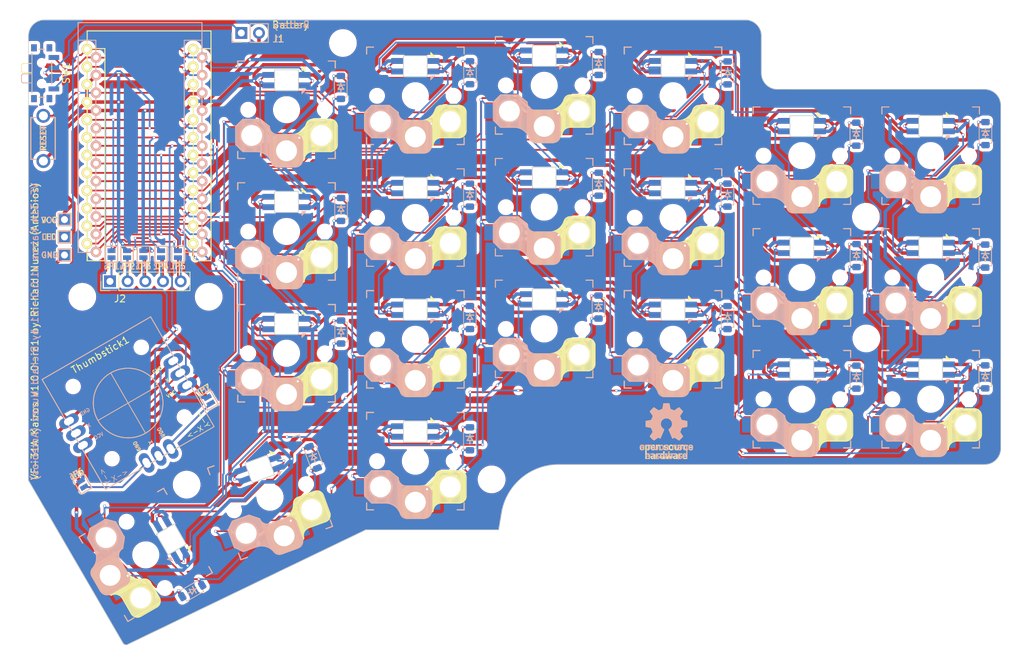
<source format=kicad_pcb>
(kicad_pcb (version 20221018) (generator pcbnew)
  (layers (0 "F.Cu" signal) (31 "B.Cu" signal) (34 "B.Paste" user) (35 "F.Paste" user) (36 "B.SilkS" user "B.Silkscreen") (37 "F.SilkS" user "F.Silkscreen") (38 "B.Mask" user) (39 "F.Mask" user) (44 "Edge.Cuts" user))
  (net 0 "")
  (net 1 "Row 0")
  (net 2 "Row 1")
  (net 3 "Net-(D7-A)")
  (net 4 "Net-(D8-A)")
  (net 5 "Net-(D9-A)")
  (net 6 "Net-(D10-A)")
  (net 7 "Net-(D11-A)")
  (net 8 "Net-(D12-A)")
  (net 9 "Row 2")
  (net 10 "Net-(D13-A)")
  (net 11 "Net-(D14-A)")
  (net 12 "Net-(D15-A)")
  (net 13 "Net-(D16-A)")
  (net 14 "Net-(D17-A)")
  (net 15 "Net-(D18-A)")
  (net 16 "Column 0")
  (net 17 "Column 1")
  (net 18 "Column 2")
  (net 19 "Column 3")
  (net 20 "Column 4")
  (net 21 "Column 5")
  (net 22 "GND")
  (net 23 "VCC")
  (net 24 "Net-(D30-DOUT)")
  (net 25 "Net-(D32-DOUT)")
  (net 26 "Net-(D34-DOUT)")
  (net 27 "Net-(D31-DIN)")
  (net 28 "LED")
  (net 29 "DATA")
  (net 30 "Row 3")
  (net 31 "Net-(D1-A)")
  (net 32 "Net-(D40-DOUT)")
  (net 33 "Net-(D33-DIN)")
  (net 34 "Net-(D2-A)")
  (net 35 "Net-(D36-DOUT)")
  (net 36 "Net-(D3-A)")
  (net 37 "Net-(D4-A)")
  (net 38 "Net-(D5-A)")
  (net 39 "Net-(D6-A)")
  (net 40 "Net-(D35-DIN)")
  (net 41 "RESET")
  (net 42 "Net-(D19-A)")
  (net 43 "Net-(D20-A)")
  (net 44 "Net-(D21-A)")
  (net 45 "Net-(D22-DOUT)")
  (net 46 "Net-(D23-DOUT)")
  (net 47 "Net-(D23-DIN)")
  (net 48 "Net-(D24-DOUT)")
  (net 49 "Net-(D25-DOUT)")
  (net 50 "Net-(D25-DIN)")
  (net 51 "Net-(D26-DOUT)")
  (net 52 "Net-(D37-DIN)")
  (net 53 "unconnected-(D27-DOUT-Pad2)")
  (net 54 "Net-(D27-DIN)")
  (net 55 "Net-(D28-DOUT)")
  (net 56 "Net-(D29-DIN)")
  (net 57 "Net-(J1-Pin_1)")
  (net 58 "Net-(J2-P1)")
  (net 59 "Net-(J2-P2)")
  (net 60 "Net-(J2-P3)")
  (net 61 "Net-(J2-P4)")
  (net 62 "Net-(JP6-A)")
  (net 63 "ThumbX")
  (net 64 "ThumbY")
  (net 65 "Net-(JP7-A)")
  (net 66 "Net-(J2-P5)")
  (net 67 "MOSI")
  (net 68 "SCK")
  (net 69 "CS")
  (net 70 "BATTERY")
  (net 72 "unconnected-(U1-D5-Pad8)")
  (net 73 "Net-(D38-DOUT)")
  (footprint "mylocal_footprints:SK6812-MINI-E-double-side" (layer "F.Cu") (at 179.231753 89.465542)
    (fp_text reference "D32" hide)
    (fp_text value "SK6812MINI-E" hide)
    (fp_line (start -1.7 -1.5) (end 1.7 -1.5) (stroke (width 0.12)) (layer "Edge.Cuts"))
    (fp_line (start -1.7 1.5) (end -1.7 -1.5) (stroke (width 0.12)) (layer "Edge.Cuts"))
    (fp_line (start 1.7 -1.5) (end 1.7 1.5) (stroke (width 0.12)) (layer "Edge.Cuts"))
    (fp_line (start 1.7 1.5) (end -1.7 1.5) (stroke (width 0.12)) (layer "Edge.Cuts"))
  )
  (footprint "MountingHole:MountingHole_3.5mm" (layer "F.Cu") (at 134.69 122.74)
    (fp_text reference "H2" hide)
    (fp_text value "Mounting_Hole" hide)
  )
  (footprint "mylocal_footprints:Mini 2-Axis Analog Thumbstick" (layer "F.Cu") (at 82.485386 111.769665 30)
    (fp_text reference "Thumbstick1")
    (fp_text value "~")
  )
  (footprint "mylocal_footprints:SK6812-MINI-E-double-side" (layer "F.Cu") (at 142.231753 79.365542)
    (fp_text reference "D30" hide)
    (fp_text value "SK6812MINI-E" hide)
    (fp_line (start -1.7 -1.5) (end 1.7 -1.5) (stroke (width 0.12)) (layer "Edge.Cuts"))
    (fp_line (start -1.7 1.5) (end -1.7 -1.5) (stroke (width 0.12)) (layer "Edge.Cuts"))
    (fp_line (start 1.7 -1.5) (end 1.7 1.5) (stroke (width 0.12)) (layer "Edge.Cuts"))
    (fp_line (start 1.7 1.5) (end -1.7 1.5) (stroke (width 0.12)) (layer "Edge.Cuts"))
  )
  (footprint "mylocal_footprints:SK6812-MINI-E-double-side" (layer "F.Cu") (at 101.39 121.244199 20)
    (fp_text reference "D41" hide)
    (fp_text value "SK6812MINI-E" hide)
    (fp_line (start -1.7 -1.5) (end 1.7 -1.5) (stroke (width 0.12)) (layer "Edge.Cuts"))
    (fp_line (start -1.7 1.5) (end -1.7 -1.5) (stroke (width 0.12)) (layer "Edge.Cuts"))
    (fp_line (start 1.7 -1.5) (end 1.7 1.5) (stroke (width 0.12)) (layer "Edge.Cuts"))
    (fp_line (start 1.7 1.5) (end -1.7 1.5) (stroke (width 0.12)) (layer "Edge.Cuts"))
  )
  (footprint "mylocal_footprints:SK6812-MINI-E-double-side" (layer "F.Cu") (at 197.731753 106.965542)
    (fp_text reference "D39" hide)
    (fp_text value "SK6812MINI-E" hide)
    (fp_line (start -1.7 -1.5) (end 1.7 -1.5) (stroke (width 0.12)) (layer "Edge.Cuts"))
    (fp_line (start -1.7 1.5) (end -1.7 -1.5) (stroke (width 0.12)) (layer "Edge.Cuts"))
    (fp_line (start 1.7 -1.5) (end 1.7 1.5) (stroke (width 0.12)) (layer "Edge.Cuts"))
    (fp_line (start 1.7 1.5) (end -1.7 1.5) (stroke (width 0.12)) (layer "Edge.Cuts"))
  )
  (footprint "mylocal_footprints:jumper_data-MOD" (layer "F.Cu") (at 84.679753 90.38038 90)
    (fp_text reference "JP3")
    (fp_text value "Jumper" hide)
  )
  (footprint "mylocal_footprints:SK6812-MINI-E-double-side" (layer "F.Cu") (at 160.731753 98.365542)
    (fp_text reference "D37" hide)
    (fp_text value "SK6812MINI-E" hide)
    (fp_line (start -1.7 -1.5) (end 1.7 -1.5) (stroke (width 0.12)) (layer "Edge.Cuts"))
    (fp_line (start -1.7 1.5) (end -1.7 -1.5) (stroke (width 0.12)) (layer "Edge.Cuts"))
    (fp_line (start 1.7 -1.5) (end 1.7 1.5) (stroke (width 0.12)) (layer "Edge.Cuts"))
    (fp_line (start 1.7 1.5) (end -1.7 1.5) (stroke (width 0.12)) (layer "Edge.Cuts"))
  )
  (footprint "mylocal_footprints:Choc_Hotswap-double-sided" (layer "F.Cu") (at 179.231753 93.715542 180)
    (fp_text reference "S11" hide)
    (fp_text value "Keyswitch" hide)
  )
  (footprint "mylocal_footprints:ProMicro" (layer "F.Cu") (at 85.4 75.68)
    (fp_text reference "U1" hide)
    (fp_text value "MCU_Nice_Nano_V2" hide)
  )
  (footprint "mylocal_footprints:Choc_Hotswap-double-sided" (layer "F.Cu") (at 142.231753 66.115542 180)
    (fp_text reference "S3" hide)
    (fp_text value "Keyswitch" hide)
  )
  (footprint "mylocal_footprints:Choc_Hotswap-double-sided" (layer "F.Cu") (at 102.867959 125.306653 -160)
    (fp_text reference "S20" hide)
    (fp_text value "Keyswitch" hide)
  )
  (footprint "mylocal_footprints:Choc_Hotswap-double-sided" (layer "F.Cu") (at 197.731753 76.215542 180)
    (fp_text reference "S6" hide)
    (fp_text value "Keyswitch" hide)
  )
  (footprint "mylocal_footprints:SK6812-MINI-E-double-side" (layer "F.Cu") (at 105.231753 82.865542)
    (fp_text reference "D28" hide)
    (fp_text value "SK6812MINI-E" hide)
    (fp_line (start -1.7 -1.5) (end 1.7 -1.5) (stroke (width 0.12)) (layer "Edge.Cuts"))
    (fp_line (start -1.7 1.5) (end -1.7 -1.5) (stroke (width 0.12)) (layer "Edge.Cuts"))
    (fp_line (start 1.7 -1.5) (end 1.7 1.5) (stroke (width 0.12)) (layer "Edge.Cuts"))
    (fp_line (start 1.7 1.5) (end -1.7 1.5) (stroke (width 0.12)) (layer "Edge.Cuts"))
  )
  (footprint "mylocal_footprints:SK6812-MINI-E-double-side" (layer "F.Cu") (at 88.68 131.35 -60)
    (fp_text reference "D40" hide)
    (fp_text value "SK6812MINI-E" hide)
    (fp_line (start -1.7 -1.5) (end 1.7 -1.5) (stroke (width 0.12)) (layer "Edge.Cuts"))
    (fp_line (start -1.7 1.5) (end -1.7 -1.5) (stroke (width 0.12)) (layer "Edge.Cuts"))
    (fp_line (start 1.7 -1.5) (end 1.7 1.5) (stroke (width 0.12)) (layer "Edge.Cuts"))
    (fp_line (start 1.7 1.5) (end -1.7 1.5) (stroke (width 0.12)) (layer "Edge.Cuts"))
  )
  (footprint "mylocal_footprints:jumper_data-MOD" (layer "F.Cu") (at 94.11981 111.376658 -60)
    (fp_text reference "JP7")
    (fp_text value "Jumper" hide)
  )
  (footprint "mylocal_footprints:SK6812-MINI-E-double-side" (layer "F.Cu") (at 142.231753 96.865542)
    (fp_text reference "D36" hide)
    (fp_text value "SK6812MINI-E" hide)
    (fp_line (start -1.7 -1.5) (end 1.7 -1.5) (stroke (width 0.12)) (layer "Edge.Cuts"))
    (fp_line (start -1.7 1.5) (end -1.7 -1.5) (stroke (width 0.12)) (layer "Edge.Cuts"))
    (fp_line (start 1.7 -1.5) (end 1.7 1.5) (stroke (width 0.12)) (layer "Edge.Cuts"))
    (fp_line (start 1.7 1.5) (end -1.7 1.5) (stroke (width 0.12)) (layer "Edge.Cuts"))
  )
  (footprint "mylocal_footprints:SK6812-MINI-E-double-side" (layer "F.Cu") (at 179.231753 106.965542)
    (fp_text reference "D38" hide)
    (fp_text value "SK6812MINI-E" hide)
    (fp_line (start -1.7 -1.5) (end 1.7 -1.5) (stroke (width 0.12)) (layer "Edge.Cuts"))
    (fp_line (start -1.7 1.5) (end -1.7 -1.5) (stroke (width 0.12)) (layer "Edge.Cuts"))
    (fp_line (start 1.7 -1.5) (end 1.7 1.5) (stroke (width 0.12)) (layer "Edge.Cuts"))
    (fp_line (start 1.7 1.5) (end -1.7 1.5) (stroke (width 0.12)) (layer "Edge.Cuts"))
  )
  (footprint "mylocal_footprints:SK6812-MINI-E-double-side" (layer "F.Cu") (at 123.731753 63.365542)
    (fp_text reference "D23" hide)
    (fp_text value "SK6812MINI-E" hide)
    (fp_line (start -1.7 -1.5) (end 1.7 -1.5) (stroke (width 0.12)) (layer "Edge.Cuts"))
    (fp_line (start -1.7 1.5) (end -1.7 -1.5) (stroke (width 0.12)) (layer "Edge.Cuts"))
    (fp_line (start 1.7 -1.5) (end 1.7 1.5) (stroke (width 0.12)) (layer "Edge.Cuts"))
    (fp_line (start 1.7 1.5) (end -1.7 1.5) (stroke (width 0.12)) (layer "Edge.Cuts"))
  )
  (footprint "mylocal_footprints:Choc_Hotswap-double-sided" (layer "F.Cu") (at 142.231753 83.615542 180)
    (fp_text reference "S9" hide)
    (fp_text value "Keyswitch" hide)
  )
  (footprint "mylocal_footprints:Choc_Hotswap-double-sided" (layer "F.Cu") (at 160.731753 85.115542 180)
    (fp_text reference "S10" hide)
    (fp_text value "Keyswitch" hide)
  )
  (footprint "mylocal_footprints:jumper_data-MOD" (layer "F.Cu") (at 87.219753 90.38038 90)
    (fp_text reference "JP4")
    (fp_text value "Jumper" hide)
  )
  (footprint "mylocal_footprints:Choc_Hotswap-double-sided" (layer "F.Cu") (at 179.231753 76.215542 180)
    (fp_text reference "S5" hide)
    (fp_text value "Keyswitch" hide)
  )
  (footprint "mylocal_footprints:Choc_Hotswap-double-sided" (layer "F.Cu") (at 197.731753 93.715542 180)
    (fp_text reference "S12" hide)
    (fp_text value "Keyswitch" hide)
  )
  (footprint "mylocal_footprints:Choc_Hotswap-double-sided" (layer "F.Cu") (at 123.731753 67.615542 180)
    (fp_text reference "S2" hide)
    (fp_text value "Keyswitch" hide)
  )
  (footprint "mylocal_footprints:Choc_Hotswap-double-sided" (layer "F.Cu") (at 105.231753 104.615542 180)
    (fp_text reference "S13" hide)
    (fp_text value "Keyswitch" hide)
  )
  (footprint "mylocal_footprints:Choc_Hotswap-double-sided" (layer "F.Cu") (at 105.231753 87.115542 180)
    (fp_text reference "S7" hide)
    (fp_text value "Keyswitch" hide)
  )
  (footprint "mylocal_footprints:SK6812-MINI-E-double-side" (layer "F.Cu") (at 197.731753 71.965542)
    (fp_text reference "D27" hide)
    (fp_text value "SK6812MINI-E" hide)
    (fp_line (start -1.7 -1.5) (end 1.7 -1.5) (stroke (width 0.12)) (layer "Edge.Cuts"))
    (fp_line (start -1.7 1.5) (end -1.7 -1.5) (stroke (width 0.12)) (layer "Edge.Cuts"))
    (fp_line (start 1.7 -1.5) (end 1.7 1.5) (stroke (width 0.12)) (layer "Edge.Cuts"))
    (fp_line (start 1.7 1.5) (end -1.7 1.5) (stroke (width 0.12)) (layer "Edge.Cuts"))
  )
  (footprint "mylocal_footprints:jumper_data-MOD" (layer "F.Cu") (at 89.64 90.38038 90)
    (fp_text reference "JP5")
    (fp_text value "Jumper" hide)
  )
  (footprint "Symbol:OSHW-Logo_7.5x8mm_SilkScreen" (layer "F.Cu") (at 159.78 115.81)
    (fp_text reference "REF**" hide)
    (fp_text value "OSHW-Logo_7.5x8mm_SilkScreen" hide)
  )
  (footprint "mylocal_footprints:Choc_Hotswap-double-sided" (layer "F.Cu") (at 197.731753 111.215542 180)
    (fp_text reference "S18" hide)
    (fp_text value "Keyswitch" hide)
  )
  (footprint "MountingHole:MountingHole_3.5mm" (layer "F.Cu") (at 113.33 60.03)
    (fp_text reference "H1" hide)
    (fp_text value "Mounting_Hole" hide)
  )
  (footprint "mylocal_footprints:SK6812-MINI-E-double-side" (layer "F.Cu") (at 160.731753 63.365542)
    (fp_text reference "D25" hide)
    (fp_text value "SK6812MINI-E" hide)
    (fp_line (start -1.7 -1.5) (end 1.7 -1.5) (stroke (width 0.12)) (layer "Edge.Cuts"))
    (fp_line (start -1.7 1.5) (end -1.7 -1.5) (stroke (width 0.12)) (layer "Edge.Cuts"))
    (fp_line (start 1.7 -1.5) (end 1.7 1.5) (stroke (width 0.12)) (layer "Edge.Cuts"))
    (fp_line (start 1.7 1.5) (end -1.7 1.5) (stroke (width 0.12)) (layer "Edge.Cuts"))
  )
  (footprint "mylocal_footprints:SK6812-MINI-E-double-side" (layer "F.Cu") (at 123.731753 80.865542)
    (fp_text reference "D29" hide)
    (fp_text value "SK6812MINI-E" hide)
    (fp_line (start -1.7 -1.5) (end 1.7 -1.5) (stroke (width 0.12)) (layer "Edge.Cuts"))
    (fp_line (start -1.7 1.5) (end -1.7 -1.5) (stroke (width 0.12)) (layer "Edge.Cuts"))
    (fp_line (start 1.7 -1.5) (end 1.7 1.5) (stroke (width 0.12)) (layer "Edge.Cuts"))
    (fp_line (start 1.7 1.5) (end -1.7 1.5) (stroke (width 0.12)) (layer "Edge.Cuts"))
  )
  (footprint "mylocal_footprints:SK6812-MINI-E-double-side" (layer "F.Cu") (at 105.231753 100.415542)
    (fp_text reference "D34" hide)
    (fp_text value "SK6812MINI-E" hide)
    (fp_line (start -1.7 -1.5) (end 1.7 -1.5) (stroke (width 0.12)) (layer "Edge.Cuts"))
    (fp_line (start -1.7 1.5) (end -1.7 -1.5) (stroke (width 0.12)) (layer "Edge.Cuts"))
    (fp_line (start 1.7 -1.5) (end 1.7 1.5) (stroke (width 0.12)) (layer "Edge.Cuts"))
    (fp_line (start 1.7 1.5) (end -1.7 1.5) (stroke (width 0.12)) (layer "Edge.Cuts"))
  )
  (footprint "mylocal_footprints:Choc_Hotswap-double-sided" (layer "F.Cu") (at 160.731753 102.615542 180)
    (fp_text reference "S16" hide)
    (fp_text value "Keyswitch" hide)
  )
  (footprint "untitled:TACT_SWITCH_TVBP06" (layer "F.Cu") (at 70.32 73.74 90)
    (fp_text reference "RSW1" hide)
    (fp_text value "SW_RST" hide)
  )
  (footprint "mylocal_footprints:SK6812-MINI-E-double-side" (layer "F.Cu") (at 179.231753 71.965542)
    (fp_text reference "D26" hide)
    (fp_text value "SK6812MINI-E" hide)
    (fp_line (start -1.7 -1.5) (end 1.7 -1.5) (stroke (width 0.12)) (layer "Edge.Cuts"))
    (fp_line (start -1.7 1.5) (end -1.7 -1.5) (stroke (width 0.12)) (layer "Edge.Cuts"))
    (fp_line (start 1.7 -1.5) (end 1.7 1.5) (stroke (width 0.12)) (layer "Edge.Cuts"))
    (fp_line (start 1.7 1.5) (end -1.7 1.5) (stroke (width 0.12)) (layer "Edge.Cuts"))
  )
  (footprint "MountingHole:MountingHole_3.5mm" (layer "F.Cu") (at 90.89 123.49)
    (fp_text reference "H5" hide)
    (fp_text value "Mounting_Hole" hide)
  )
  (footprint "Connector_PinHeader_2.54mm:PinHeader_1x02_P2.54mm_Vertical" (layer "F.Cu") (at 98.74 58.59 90)
    (fp_text reference "J1")
    (fp_text value "Battery")
  )
  (footprint "MountingHole:MountingHole_3.5mm" (layer "F.Cu") (at 75.91 96.5)
    (fp_text reference "H6" hide)
    (fp_text value "Mounting_Hole" hide)
  )
  (footprint "Button_Switch_SMD:SW_SPDT_PCM12" (layer "F.Cu") (at 70.4 64.37 -90)
    (fp_text reference "SW1")
    (fp_text value "SW_Power" hide)
  )
  (footprint "mylocal_footprints:SK6812-MINI-E-double-side" (layer "F.Cu") (at 197.731753 89.465542)
    (fp_text reference "D33" hide)
    (fp_text value "SK6812MINI-E" hide)
    (fp_line (start -1.7 -1.5) (end 1.7 -1.5) (stroke (width 0.12)) (layer "Edge.Cuts"))
    (fp_line (start -1.7 1.5) (end -1.7 -1.5) (stroke (width 0.12)) (layer "Edge.Cuts"))
    (fp_line (start 1.7 -1.5) (end 1.7 1.5) (stroke (width 0.12)) (layer "Edge.Cuts"))
    (fp_line (start 1.7 1.5) (end -1.7 1.5) (stroke (width 0.12)) (layer "Edge.Cuts"))
  )
  (footprint "mylocal_footprints:Choc_Hotswap-double-sided" (layer "F.Cu") (at 160.731753 67.615542 180)
    (fp_text reference "S4" hide)
    (fp_text value "Keyswitch" hide)
  )
  (footprint "MountingHole:MountingHole_3.5mm" (layer "F.Cu") (at 188.43 85)
    (fp_text reference "H4" hide)
    (fp_text value "Mounting_Hole" hide)
  )
  (footprint "MountingHole:MountingHole_3.5mm" (layer "F.Cu") (at 94.06 96.5)
    (fp_text reference "H7" hide)
    (fp_text value "Mounting_Hole" hide)
  )
  (footprint "mylocal_footprints:SK6812-MINI-E-double-side" (layer "F.Cu") (at 105.231753 65.365542)
    (fp_text reference "D22" hide)
    (fp_text value "SK6812MINI-E" hide)
    (fp_line (start -1.7 -1.5) (end 1.7 -1.5) (stroke (width 0.12)) (layer "Edge.Cuts"))
    (fp_line (start -1.7 1.5) (end -1.7 -1.5) (stroke (width 0.12)) (layer "Edge.Cuts"))
    (fp_line (start 1.7 -1.5) (end 1.7 1.5) (stroke (width 0.12)) (layer "Edge.Cuts"))
    (fp_line (start 1.7 1.5) (end -1.7 1.5) (stroke (width 0.12)) (layer "Edge.Cuts"))
  )
  (footprint "mylocal_footprints:Choc_Hotswap-double-sided" (layer "F.Cu") (at 123.731753 120.115542 180)
    (fp_text reference "S21" hide)
    (fp_text value "Keyswitch" hide)
  )
  (footprint "mylocal_footprints:Choc_Hotswap-double-sided" (layer "F.Cu") (at 123.731753 102.615542 180)
    (fp_text reference "S14" hide)
    (fp_text value "Keyswitch" hide)
  )
  (footprint "mylocal_footprints:jumper_data-MOD" (layer "F.Cu") (at 75.929228 123.414304 -60)
    (fp_text reference "JP6")
    (fp_text value "Jumper" hide)
  )
  (footprint "mylocal_footprints:SK6812-MINI-E-double-side" (layer "F.Cu") (at 142.231753 61.865542)
    (fp_text reference "D24" hide)
    (fp_text value "SK6812MINI-E" hide)
    (fp_line (start -1.7 -1.5) (end 1.7 -1.5) (stroke (width 0.12)) (layer "Edge.Cuts"))
    (fp_line (start -1.7 1.5) (end -1.7 -1.5) (stroke (width 0.12)) (layer "Edge.Cuts"))
    (fp_line (start 1.7 -1.5) (end 1.7 1.5) (stroke (width 0.12)) (layer "Edge.Cuts"))
    (fp_line (start 1.7 1.5) (end -1.7 1.5) (stroke (width 0.12)) (layer "Edge.Cuts"))
  )
  (footprint "mylocal_footprints:Choc_Hotswap-double-sided" (layer "F.Cu") (at 123.731753 85.115542 180)
    (fp_text reference "S8" hide)
    (fp_text value "Keyswitch" hide)
  )
  (footprint "mylocal_footprints:Choc_Hotswap-double-sided" (layer "F.Cu") (at 85.016268 133.585542 120)
    (fp_text reference "S19" hide)
    (fp_text value "Keyswitch" hide)
  )
  (footprint "untitled:LED" (layer "F.Cu") (at 73.35 85.4)
    (fp_text reference "J4" hide)
    (fp_text value "LED" hide)
  )
  (footprint "Connector_PinHeader_2.54mm:PinHeader_1x05_P2.54mm_Vertical" (layer "F.Cu") (at 79.88 94.28 90)
    (fp_text reference "J2")
    (fp_text value "OLED-5Pin" hide)
  )
  (footprint "mylocal_footprints:Choc_Hotswap-double-sided" (layer "F.Cu") (at 105.231753 69.615542 180)
    (fp_text reference "S1" hide)
    (fp_text value "Keyswitch" hide)
  )
  (footprint "mylocal_footprints:SK6812-MINI-E-double-side" (layer "F.Cu") (at 123.731751 115.865542)
    (fp_text reference "D42" hide)
    (fp_text value "SK6812MINI-E" hide)
    (fp_line (start -1.7 -1.5) (end 1.7 -1.5) (stroke (width 0.12)) (layer "Edge.Cuts"))
    (fp_line (start -1.7 1.5) (end -1.7 -1.5) (stroke (width 0.12)) (layer "Edge.Cuts"))
    (fp_line (start 1.7 -1.5) (end 1.7 1.5) (stroke (width 0.12)) (layer "Edge.Cuts"))
    (fp_line (start 1.7 1.5) (end -1.7 1.5) (stroke (width 0.12)) (layer "Edge.Cuts"))
  )
  (footprint "mylocal_footprints:jumper_data-MOD" (layer "F.Cu") (at 82.339753 90.38038 90)
    (fp_text reference "JP2")
    (fp_text value "Jumper" hide)
  )
  (footprint "mylocal_footprints:Choc_Hotswap-double-sided" (layer "F.Cu") (at 142.231753 101.115542 180)
    (fp_text reference "S15" hide)
    (fp_text value "Keyswitch" hide)
  )
  (footprint "MountingHole:MountingHole_3.5mm" (layer "F.Cu") (at 188.49 102.48)
    (fp_text reference "H3" hide)
    (fp_text value "Mounting_Hole" hide)
  )
  (footprint "mylocal_footprints:SK6812-MINI-E-double-side" (layer "F.Cu") (at 160.731753 80.865542)
    (fp_text reference "D31" hide)
    (fp_text value "SK6812MINI-E" hide)
    (fp_line (start -1.7 -1.5) (end 1.7 -1.5) (stroke (width 0.12)) (layer "Edge.Cuts"))
    (fp_line (start -1.7 1.5) (end -1.7 -1.5) (stroke (width 0.12)) (layer "Edge.Cuts"))
    (fp_line (start 1.7 -1.5) (end 1.7 1.5) (stroke (width 0.12)) (layer "Edge.Cuts"))
    (fp_line (start 1.7 1.5) (end -1.7 1.5) (stroke (width 0.12)) (layer "Edge.Cuts"))
  )
  (footprint "mylocal_footprints:SK6812-MINI-E-double-side" (layer "F.Cu") (at 123.731753 98.365542)
    (fp_text reference "D35" hide)
    (fp_text value "SK6812MINI-E" hide)
    (fp_line (start -1.7 -1.5) (end 1.7 -1.5) (stroke (width 0.12)) (layer "Edge.Cuts"))
    (fp_line (start -1.7 1.5) (end -1.7 -1.5) (stroke (width 0.12)) (layer "Edge.Cuts"))
    (fp_line (start 1.7 -1.5) (end 1.7 1.5) (stroke (width 0.12)) (layer "Edge.Cuts"))
    (fp_line (start 1.7 1.5) (end -1.7 1.5) (stroke (width 0.12)) (layer "Edge.Cuts"))
  )
  (footprint "mylocal_footprints:jumper_data-MOD" (layer "F.Cu") (at 80.099753 90.38038 90)
    (fp_text reference "JP1")
    (fp_text value "Jumper" hide)
  )
  (footprint "mylocal_footprints:Choc_Hotswap-double-sided" (layer "F.Cu") (at 179.231753 111.215542 180)
    (fp_text reference "S17" hide)
    (fp_text value "Keyswitch" hide)
  )
  (footprint "mylocal_footprints:Diode_SOD-123-double-sided" (layer "B.Cu") (at 205.57 108 -90)
    (fp_text reference "D18" hide)
    (fp_text value "Diode" hide)
  )
  (footprint "mylocal_footprints:jumper_data-MOD" (layer "B.Cu") (at 89.64 90.38 90)
    (fp_text reference "JP1")
    (fp_text value "Jumper" hide)
  )
  (footprint "mylocal_footprints:Diode_SOD-123-double-sided" (layer "B.Cu") (at 168.55 81.89 -90)
    (fp_text reference "D10" hide)
    (fp_text value "Diode" hide)
  )
  (footprint "mylocal_footprints:jumper_data-MOD" (layer "B.Cu") (at 80.099753 90.38038 90)
    (fp_text reference "JP5")
    (fp_text value "Jumper" hide)
  )
  (footprint "mylocal_footprints:Diode_SOD-123-double-sided" (layer "B.Cu") (at 131.57 99.49 -90)
    (fp_text reference "D14" hide)
    (fp_text value "Diode" hide)
  )
  (footprint "mylocal_footprints:Diode_SOD-123-double-sided" (layer "B.Cu") (at 131.57 116.9 -90)
    (fp_text reference "D21" hide)
    (fp_text value "Diode" hide)
  )
  (footprint "mylocal_footprints:Diode_SOD-123-double-sided" (layer "B.Cu") (at 205.57 90.65 -90)
    (fp_text reference "D12" hide)
    (fp_text value "Diode" hide)
  )
  (footprint "mylocal_footprints:Diode_SOD-123-double-sided" (layer "B.Cu") (at 150.03 97.98 -90)
    (fp_text reference "D15" hide)
    (fp_text value "Diode" hide)
  )
  (footprint "mylocal_footprints:Diode_SOD-123-double-sided" (layer "B.Cu") (at 150.07 80.33 -90)
    (fp_text reference "D9" hide)
    (fp_text value "Diode" hide)
  )
  (footprint "mylocal_footprints:jumper_data-MOD" (layer "B.Cu") (at 84.679753 90.37962 90)
    (fp_text reference "JP3")
    (fp_text value "Jumper" hide)
  )
  (footprint "mylocal_footprints:Diode_SOD-123-double-sided" (layer "B.Cu") (at 91.69 138.77 -150)
    (fp_text reference "D19" hide)
    (fp_text value "Diode" hide)
  )
  (footprint "mylocal_footprints:Diode_SOD-123-double-sided" (layer "B.Cu") (at 168.57 64.33 -90)
    (fp_text reference "D4" hide)
    (fp_text value "Diode" hide)
  )
  (footprint "mylocal_footprints:jumper_data-MOD" (layer "B.Cu") (at 82.339753 90.38038 90)
    (fp_text reference "JP4")
    (fp_text value "Jumper" hide)
  )
  (footprint "mylocal_footprints:jumper_data-MOD" (layer "B.Cu") (at 94.11 111.38 -60)
    (fp_text reference "JP7")
    (fp_text value "Jumper" hide)
  )
  (footprint "mylocal_footprints:Diode_SOD-123-double-sided" (layer "B.Cu") (at 150.06 62.97 -90)
    (fp_text reference "D3" hide)
    (fp_text value "Diode" hide)
  )
  (footprint "mylocal_footprints:Diode_SOD-123-double-sided" (layer "B.Cu") (at 187.07 108.05 -90)
    (fp_text reference "D17" hide)
    (fp_text value "Diode" hide)
  )
  (footprint "mylocal_footprints:Diode_SOD-123-double-sided" (layer "B.Cu") (at 205.6 73.04 -90)
    (fp_text reference "D6" hide)
    (fp_text value "Diode" hide)
  )
  (footprint "mylocal_footprints:jumper_data-MOD" (layer "B.Cu") (at 87.219753 90.37962 90)
    (fp_text reference "JP2")
    (fp_text value "Jumper" hide)
  )
  (footprint "mylocal_footprints:Diode_SOD-123-double-sided" (layer "B.Cu") (at 131.58 64.31 -90)
    (fp_text reference "D2" hide)
    (fp_text value "Diode" hide)
  )
  (footprint "mylocal_footprints:Diode_SOD-123-double-sided" (layer "B.Cu") (at 113.06 83.94 -90)
    (fp_text reference "D7" hide)
    (fp_text value "Diode" hide)
  )
  (footprint "mylocal_footprints:Diode_SOD-123-double-sided" (layer "B.Cu") (at 113.07 101.57 -90)
    (fp_text reference "D13" hide)
    (fp_text value "Diode" hide)
  )
  (footprint "mylocal_footprints:Diode_SOD-123-double-sided" (layer "B.Cu") (at 187.08 90.58 -90)
    (fp_text reference "D11" hide)
    (fp_text value "Diode" hide)
  )
  (footprint "mylocal_footprints:Diode_SOD-123-double-sided" (layer "B.Cu") (at 113.04 66.41 -90)
    (fp_text reference "D1" hide)
    (fp_text value "Diode" hide)
  )
  (footprint "mylocal_footprints:Diode_SOD-123-double-sided" (layer "B.Cu") (at 109.12 119.57 -70)
    (fp_text reference "D20" hide)
    (fp_text value "Diode" hide)
  )
  (footprint "Symbol:OSHW-Logo_7.5x8mm_SilkScreen" (layer "B.Cu") (at 159.78 115.81 180)
    (fp_text reference "REF**" hide)
    (fp_text value "OSHW-Logo_7.5x8mm_SilkScreen" hide)
  )
  (footprint "mylocal_footprints:jumper_data-MOD" (layer "B.Cu") (at 75.929228 123.414304 -60)
    (fp_text reference "JP6")
    (fp_text value "Jumper" hide)
  )
  (footprint "mylocal_footprints:Diode_SOD-123-double-sided" (layer "B.Cu") (at 131.57 81.9 -90)
    (fp_text reference "D8" hide)
    (fp_text value "Diode" hide)
  )
  (footprint "mylocal_footprints:Diode_SOD-123-double-sided" (layer "B.Cu") (at 168.56 99.5 -90)
    (fp_text reference "D16" hide)
    (fp_text value "Diode" hide)
  )
  (footprint "mylocal_footprints:Diode_SOD-123-double-sided" (layer "B.Cu") (at 187.05 73.14 -90)
    (fp_text reference "D5" hide)
    (fp_text value "Diode" hide)
  )
  (gr_line (start 68.17 122.9) (end 81.72 146.22) (stroke (width 0.1)) (layer "Edge.Cuts"))
  (gr_line (start 135.705877 130) (end 136.16 127.31) (stroke (width 0.1)) (layer "Edge.Cuts"))
  (gr_line (start 116.61 130) (end 135.705877 130) (stroke (width 0.1)) (layer "Edge.Cuts"))
  (gr_line (start 207.800128 118.303038) (end 207.800019 68.986962) (stroke (width 0.1)) (layer "Edge.Cuts"))
  (gr_arc (start 171.11 56.699999) (mid 172.749891 57.373034) (end 173.430019 59.009997) (stroke (width 0.1)) (layer "Edge.Cuts"))
  (gr_line (start 173.430019 59.009997) (end 173.43 64.363037) (stroke (width 0.1)) (layer "Edge.Cuts"))
  (gr_line (start 82.4479 146.455968) (end 116.61 130) (stroke (width 0.1)) (layer "Edge.Cuts"))
  (gr_line (start 144.31 120.612498) (end 205.480109 120.613036) (stroke (width 0.1)) (layer "Edge.Cuts"))
  (gr_arc (start 205.48 66.676964) (mid 207.119892 67.35) (end 207.800019 68.986962) (stroke (width 0.1)) (layer "Edge.Cuts"))
  (gr_arc (start 136.160001 127.31) (mid 139.035556 122.50168) (end 144.31 120.612498) (stroke (width 0.1)) (layer "Edge.Cuts"))
  (gr_line (start 205.48 66.676964) (end 175.750019 66.673035) (stroke (width 0.1)) (layer "Edge.Cuts"))
  (gr_line (start 171.11 56.699999) (end 70.489891 56.696964) (stroke (width 0.1)) (layer "Edge.Cuts"))
  (gr_arc (start 68.169873 59.006963) (mid 68.85 57.37) (end 70.489892 56.696965) (stroke (width 0.1)) (layer "Edge.Cuts"))
  (gr_line (start 68.169872 59.006962) (end 68.17 122.9) (stroke (width 0.1)) (layer "Edge.Cuts"))
  (gr_arc (start 175.750019 66.673035) (mid 174.110128 66) (end 173.43 64.363037) (stroke (width 0.1)) (layer "Edge.Cuts"))
  (gr_arc (start 82.4479 146.455968) (mid 82.034507 146.490502) (end 81.72 146.22) (stroke (width 0.1)) (layer "Edge.Cuts"))
  (gr_arc (start 207.800128 118.303038) (mid 207.12 119.94) (end 205.480109 120.613036) (stroke (width 0.1)) (layer "Edge.Cuts"))
  (gr_text "VF-31A Kairos v1.0.0-rc1 by Richard Nunez (Antebios)\n" (at 69.09 101.5 90) (layer "B.SilkS") (effects (font (size 1 1)) (justify mirror)))
  (gr_text "VF-31A Kairos v1.0.0-rc1 by Richard Nunez (Antebios)\n" (at 69.09 101.44 90) (layer "F.SilkS") (effects (font (size 1 1))))
  (segment (start 76.58 81.23) (end 90.16 81.23) (width 0.25) (layer "F.Cu") (net 1))
  (segment (start 152.93 64.19) (end 150.06 61.32) (width 0.25) (layer "F.Cu") (net 1))
  (segment (start 195.204257 79.1) (end 193.694799 77.590542) (width 0.25) (layer "F.Cu") (net 1))
  (segment (start 113.04 64.76) (end 112.01 64.76) (width 0.25) (layer "F.Cu") (net 1))
  (segment (start 189.620542 77.590542) (end 189.62 77.59) (width 0.25) (layer "F.Cu") (net 1))
  (segment (start 204.59 72.97) (end 198.46 79.1) (width 0.25) (layer "F.Cu") (net 1))
  (segment (start 130.56 62.66) (end 130.56 64.39) (width 0.25) (layer "F.Cu") (net 1))
  (segment (start 170.056753 75.850357) (end 170.056753 66.082701) (width 0.25) (layer "F.Cu") (net 1))
  (segment (start 117.26 68.98) (end 113.04 64.76) (width 0.25) (layer "F.Cu") (net 1))
  (segment (start 90.16 81.23) (end 90.51 81.58) (width 0.25) (layer "F.Cu") (net 1))
  (segment (start 119.846396 68.98) (end 117.26 68.98) (width 0.25) (layer "F.Cu") (net 1))
  (segment (start 170.056753 66.082701) (end 168.204052 64.23) (width 0.25) (layer "F.Cu") (net 1))
  (segment (start 93.12456 82.42) (end 93.118815 82.425745) (width 0.25) (layer "F.Cu") (net 1))
  (segment (start 189.62 77.59) (end 189.62 74.06) (width 0.25) (layer "F.Cu") (net 1))
  (segment (start 161.16 70.6) (end 158.626396 70.6) (width 0.25) (layer "F.Cu") (net 1))
  (segment (start 187.05 71.49) (end 186.04 71.49) (width 0.25) (layer "F.Cu") (net 1))
  (segment (start 186.04 73.09) (end 180.03 79.1) (width 0.25) (layer "F.Cu") (net 1))
  (segment (start 149.04 62.241788) (end 142.271788 69.01) (width 0.25) (layer "F.Cu") (net 1))
  (segment (start 167.53 64.23) (end 161.16 70.6) (width 0.25) (layer "F.Cu") (net 1))
  (segment (start 198.46 79.1) (end 195.204257 79.1) (width 0.25) (layer "F.Cu") (net 1))
  (segment (start 95.24 71.03) (end 98.729458 67.540542) (width 0.25) (layer "F.Cu") (net 1))
  (segment (start 92.631753 82.585542) (end 92.631753 82.595542) (width 0.25) (layer "F.Cu") (net 1))
  (segment (start 138.356396 67.44) (end 135.81 67.44) (width 0.25) (layer "F.Cu") (net 1))
  (segment (start 120.856396 69.99) (end 119.846396 68.98) (width 0.25) (layer "F.Cu") (net 1))
  (segment (start 142.271788 69.01) (end 139.926396 69.01) (width 0.25) (layer "F.Cu") (net 1))
  (segment (start 175.194799 77.590542) (end 170.675 77.590542) (width 0.25) (layer "F.Cu") (net 1))
  (segment (start 149.04 61.31) (end 149.04 62.241788) (width 0.25) (layer "F.Cu") (net 1))
  (segment (start 186.04 71.49) (end 186.04 73.09) (width 0.25) (layer "F.Cu") (net 1))
  (segment (start 176.704257 79.1) (end 175.194799 77.590542) (width 0.25) (layer "F.Cu") (net 1))
  (segment (start 205.6 71.39) (end 204.59 71.39) (width 0.25) (layer "F.Cu") (net 1))
  (segment (start 131.58 63.21) (end 131.58 62.66) (width 0.25) (layer "F.Cu") (net 1))
  (segment (start 170.675 77.590542) (end 170.675 76.468604) (width 0.25) (layer "F.Cu") (net 1))
  (segment (start 158.626396 70.6) (end 157.016396 68.99) (width 0.25) (layer "F.Cu") (net 1))
  (segment (start 130.56 64.39) (end 124.96 69.99) (width 0.25) (layer "F.Cu") (net 1))
  (segment (start 150.06 61.32) (end 149.05 61.32) (width 0.25) (layer "F.Cu") (net 1))
  (segment (start 152.93 68.99) (end 152.93 64.19) (width 0.25) (layer "F.Cu") (net 1))
  (segment (start 170.675 76.468604) (end 170.056753 75.850357) (width 0.25) (layer "F.Cu") (net 1))
  (segment (start 95.235 74.989914) (end 95.24 74.984914) (width 0.25) (layer "F.Cu") (net 1))
  (segment (start 189.62 74.06) (end 187.05 71.49) (width 0.25) (layer "F.Cu") (net 1))
  (segment (start 139.926396 69.01) (end 138.356396 67.44) (width 0.25) (layer "F.Cu") (net 1))
  (segment (start 131.58 62.66) (end 130.56 62.66) (width 0.25) (layer "F.Cu") (net 1))
  (segment (start 124.96 69.99) (end 120.856396 69.99) (width 0.25) (layer "F.Cu") (net 1))
  (segment (start 109.590542 67.540542) (end 110.3 68.25) (width 0.25) (layer "F.Cu") (net 1))
  (segment (start 149.05 61.32) (end 149.04 61.31) (width 0.25) (layer "F.Cu") (net 1))
  (segment (start 157.016396 68.99) (end 152.93 68.99) (width 0.25) (layer "F.Cu") (net 1))
  (segment (start 95.24 74.984914) (end 95.24 71.03) (width 0.25) (layer "F.Cu") (net 1))
  (segment (start 98.729458 67.540542) (end 109.590542 67.540542) (width 0.25) (layer "F.Cu") (net 1))
  (segment (start 204.59 71.39) (end 204.59 72.97) (width 0.25) (layer "F.Cu") (net 1))
  (segment (start 180.03 79.1) (end 176.704257 79.1) (width 0.25) (layer "F.Cu") (net 1))
  (segment (start 193.694799 77.590542) (end 189.620542 77.590542) (width 0.25) (layer "F.Cu") (net 1))
  (segment (start 135.81 67.44) (end 131.58 63.21) (width 0.25) (layer "F.Cu") (net 1))
  (segment (start 168.204052 64.23) (end 167.53 64.23) (width 0.25) (layer "F.Cu") (net 1))
  (segment (start 168.57 62.68) (end 167.55 62.68) (width 0.25) (layer "F.Cu") (net 1))
  (via (at 110.3 68.25) (size 0.4) (drill 0.3) (layers "F.Cu" "B.Cu") (net 1))
  (via (at 130.56 62.66) (size 0.4) (drill 0.3) (layers "F.Cu" "B.Cu") (net 1))
  (via (at 167.55 62.68) (size 0.4) (drill 0.3) (layers "F.Cu" "B.Cu") (net 1))
  (via (at 149.04 61.31) (size 0.4) (drill 0.3) (layers "F.Cu" "B.Cu") (net 1))
  (via (at 186.04 71.49) (size 0.4) (drill 0.3) (layers "F.Cu" "B.Cu") (net 1))
  (via (at 204.59 71.39) (size 0.4) (drill 0.3) (layers "F.Cu" "B.Cu") (net 1))
  (via (at 112.01 64.76) (size 0.4) (drill 0.3) (layers "F.Cu" "B.Cu") (net 1))
  (via (at 167.53 64.23) (size 0.4) (drill 0.3) (layers "F.Cu" "B.Cu") (net 1))
  (via (at 90.51 81.58) (size 0.4) (drill 0.3) (layers "F.Cu" "B.Cu") (net 1))
  (via (at 95.235 74.989914) (size 0.4) (drill 0.3) (layers "F.Cu" "B.Cu") (net 1))
  (segment (start 91.355745 82.425745) (end 93.118815 82.425745) (width 0.25) (layer "B.Cu") (net 1))
  (segment (start 167.55 62.68) (end 167.55 64.21) (width 0.25) (layer "B.Cu") (net 1))
  (segment (start 150.05 61.31) (end 150.06 61.32) (width 0.25) (layer "B.Cu") (net 1))
  (segment (start 130.56 62.66) (end 131.58 62.66) (width 0.25) (layer "B.Cu") (net 1))
  (segment (start 167.55 64.21) (end 167.53 64.23) (width 0.25) (layer "B.Cu") (net 1))
  (segment (start 110.3 68.25) (end 110.32 68.25) (width 0.25) (layer "B.Cu") (net 1))
  (segment (start 204.59 71.39) (end 205.6 71.39) (width 0.25) (layer "B.Cu") (net 1))
  (segment (start 112.01 66.56) (end 112.01 64.76) (width 0.25) (layer "B.Cu") (net 1))
  (segment (start 110.32 68.25) (end 112.01 66.56) (width 0.25) (layer "B.Cu") (net 1))
  (segment (start 186.04 71.49) (end 187.05 71.49) (width 0.25) (layer "B.Cu") (net 1))
  (segment (start 95.235 80.30956) (end 95.235 74.989914) (width 0.25) (layer "B.Cu") (net 1))
  (segment (start 149.04 61.31) (end 150.05 61.31) (width 0.25) (layer "B.Cu") (net 1))
  (segment (start 93.118815 82.425745) (end 95.235 80.30956) (width 0.25) (layer "B.Cu") (net 1))
  (segment (start 167.55 62.68) (end 168.57 62.68) (width 0.25) (layer "B.Cu") (net 1))
  (segment (start 90.51 81.58) (end 91.355745 82.425745) (width 0.25) (layer "B.Cu") (net 1))
  (segment (start 112.01 64.76) (end 113.04 64.76) (width 0.25) (layer "B.Cu") (net 1))
  (segment (start 109.289458 85.040542) (end 112.04 82.29) (width 0.25) (layer "F.Cu") (net 2))
  (segment (start 130.5 80.275) (end 130.5 81.97) (width 0.25) (layer "F.Cu") (net 2))
  (segment (start 180.14 96.34) (end 176.476396 96.34) (width 0.25) (layer "F.Cu") (net 2))
  (segment (start 167.52538 82.01462) (end 161.51 88.03) (width 0.25) (layer "F.Cu") (net 2))
  (segment (start 195.156396 96.53) (end 193.716938 95.090542) (width 0.25) (layer "F.Cu") (net 2))
  (segment (start 193.716938 95.090542) (end 189.410542 95.090542) (width 0.25) (layer "F.Cu") (net 2))
  (segment (start 171.440542 95.090542) (end 170.056753 93.706753) (width 0.25) (layer "F.Cu") (net 2))
  (segment (start 167.56 80.24) (end 168.55 80.24) (width 0.25) (layer "F.Cu") (net 2))
  (segment (start 136.160542 84.890542) (end 131.57 80.3) (width 0.25) (layer "F.Cu") (net 2))
  (segment (start 119.756938 86.490542) (end 117.260542 86.490542) (width 0.25) (layer "F.Cu") (net 2))
  (segment (start 120.563198 87.296802) (end 119.756938 86.490542) (width 0.25) (layer "F.Cu") (net 2))
  (segment (start 204.56 90.3) (end 198.33 96.53) (width 0.25) (layer "F.Cu") (net 2))
  (segment (start 138.620542 84.890542) (end 136.160542 84.890542) (width 0.25) (layer "F.Cu") (net 2))
  (segment (start 176.476396 96.34) (end 175.226938 95.090542) (width 0.25) (layer "F.Cu") (net 2))
  (segment (start 170.056753 83.056753) (end 168.77462 81.77462) (width 0.25) (layer "F.Cu") (net 2))
  (segment (start 189.410542 95.090542) (end 189.41 95.09) (width 0.25) (layer "F.Cu") (net 2))
  (segment (start 204.56 88.99) (end 204.56 90.3) (width 0.25) (layer "F.Cu") (net 2))
  (segment (start 139.420542 85.690542) (end 138.620542 84.890542) (width 0.25) (layer "F.Cu") (net 2))
  (segment (start 152.8 86.48) (end 152.8 81.41) (width 0.25) (layer "F.Cu") (net 2))
  (segment (start 152.810542 86.490542) (end 152.8 86.48) (width 0.25) (layer "F.Cu") (net 2))
  (segment (start 143.091246 85.690542) (end 139.420542 85.690542) (width 0.25) (layer "F.Cu") (net 2))
  (segment (start 175.226938 95.090542) (end 171.440542 95.090542) (width 0.25) (layer "F.Cu") (net 2))
  (segment (start 170.056753 93.706753) (end 170.056753 83.056753) (width 0.25) (layer "F.Cu") (net 2))
  (segment (start 157.096938 86.490542) (end 152.810542 86.490542) (width 0.25) (layer "F.Cu") (net 2))
  (segment (start 204.56 88.99) (end 205.56 88.99) (width 0.25) (layer "F.Cu") (net 2))
  (segment (start 95.74 85.04) (end 95.740542 85.040542) (width 0.25) (layer "F.Cu") (net 2))
  (segment (start 117.260542 86.490542) (end 113.06 82.29) (width 0.25) (layer "F.Cu") (net 2))
  (segment (start 168.77462 81.77462) (end 167.52538 81.77462) (width 0.25) (layer "F.Cu") (net 2))
  (segment (start 125.173198 87.296802) (end 120.563198 87.296802) (width 0.25) (layer "F.Cu") (net 2))
  (segment (start 130.5 81.97) (end 125.173198 87.296802) (width 0.25) (layer "F.Cu") (net 2))
  (segment (start 149.07 78.68) (end 150.07 78.68) (width 0.25) (layer "F.Cu") (net 2))
  (segment (start 76.58 83.77) (end 90.12 83.77) (width 0.25) (layer "F.Cu") (net 2))
  (segment (start 186.06 88.93) (end 186.06 90.42) (width 0.25) (layer "F.Cu") (net 2))
  (segment (start 112.04 82.29) (end 113.06 82.29) (width 0.25) (layer "F.Cu") (net 2))
  (segment (start 198.33 96.53) (end 195.156396 96.53) (width 0.25) (layer "F.Cu") (net 2))
  (segment (start 95.740542 85.040542) (end 109.289458 85.040542) (width 0.25) (layer "F.Cu") (net 2))
  (segment (start 186.06 88.93) (end 187.08 88.93) (width 0.25) (layer "F.Cu") (net 2))
  (segment (start 90.12 83.77) (end 90.5 84.15) (width 0.25) (layer "F.Cu") (net 2))
  (segment (start 149.07 79.711788) (end 143.091246 85.690542) (width 0.25) (layer "F.Cu") (net 2))
  (segment (start 189.41 95.09) (end 189.41 91.26) (width 0.25) (layer "F.Cu") (net 2))
  (segment (start 130.5 80.275) (end 131.545 80.275) (width 0.25) (layer "F.Cu") (net 2))
  (segment (start 205.56 88.99) (end 205.57 89) (width 0.25) (layer "F.Cu") (net 2))
  (segment (start 186.06 90.42) (end 180.14 96.34) (width 0.25) (layer "F.Cu") (net 2))
  (segment (start 161.51 88.03) (end 158.636396 88.03) (width 0.25) (layer "F.Cu") (net 2))
  (segment (start 131.545 80.275) (end 131.57 80.25) (width 0.25) (layer "F.Cu") (net 2))
  (segment (start 152.8 81.41) (end 150.07 78.68) (width 0.25) (layer "F.Cu") (net 2))
  (segment (start 131.57 80.3) (end 131.57 80.25) (width 0.25) (layer "F.Cu") (net 2))
  (segment (start 158.636396 88.03) (end 157.096938 86.490542) (width 0.25) (layer "F.Cu") (net 2))
  (segment (start 167.52538 81.77462) (end 167.52538 82.01462) (width 0.25) (layer "F.Cu") (net 2))
  (segment (start 149.07 78.68) (end 149.07 79.711788) (width 0.25) (layer "F.Cu") (net 2))
  (segment (start 189.41 91.26) (end 187.08 88.93) (width 0.25) (layer "F.Cu") (net 2))
  (via (at 149.07 78.68) (size 0.4) (drill 0.3) (layers "F.Cu" "B.Cu") (net 2))
  (via (at 95.74 85.04) (size 0.4) (drill 0.3) (layers "F.Cu" "B.Cu") (net 2))
  (via (at 167.56 80.24) (size 0.4) (drill 0.3) (layers "F.Cu" "B.Cu") (net 2))
  (via (at 112.04 82.29) (size 0.4) (drill 0.3) (layers "F.Cu" "B.Cu") (net 2))
  (via (at 130.5 80.275) (size 0.4) (drill 0.3) (layers "F.Cu" "B.Cu") (net 2))
  (via (at 90.5 84.15) (size 0.4) (drill 0.3) (layers "F.Cu" "B.Cu") (net 2))
  (via (at 186.06 88.93) (size 0.4) (drill 0.3) (layers "F.Cu" "B.Cu") (net 2))
  (via (at 204.56 88.99) (size 0.4) (drill 0.3) (layers "F.Cu" "B.Cu") (net 2))
  (via (at 167.52538 81.77462) (size 0.4) (drill 0.3) (layers "F.Cu" "B.Cu") (net 2))
  (segment (start 130.525 80.25) (end 130.5 80.275) (width 0.25) (layer "B.Cu") (net 2))
  (segment (start 95.74 85.04) (end 93.19307 85.04) (width 0.25) (layer "B.Cu") (net 2))
  (segment (start 167.56 80.24) (end 168.55 80.24) (width 0.25) (layer "B.Cu") (net 2))
  (segment (start 90.5 84.15) (end 91.315745 84.965745) (width 0.25) (layer "B.Cu") (net 2))
  (segment (start 113.06 82.29) (end 112.04 82.29) (width 0.25) (layer "B.Cu") (net 2))
  (segment (start 187.08 88.93) (end 186.06 88.93) (width 0.25) (layer "B.Cu") (net 2))
  (segment (start 131.57 80.25) (end 130.525 80.25) (width 0.25) (layer "B.Cu") (net 2))
  (segment (start 95.71 85.07) (end 95.74 85.04) (width 0.25) (layer "B.Cu") (net 2))
  (segment (start 91.315745 84.965745) (end 93.118815 84.965745) (width 0.25) (layer "B.Cu") (net 2))
  (segment (start 204.57 89) (end 204.56 88.99) (width 0.25) (layer "B.Cu") (net 2))
  (segment (start 150.07 78.68) (end 149.07 78.68) (width 0.25) (layer "B.Cu") (net 2))
  (segment (start 167.56 81.74) (end 167.52538 81.77462) (width 0.25) (layer "B.Cu") (net 2))
  (segment (start 167.56 80.24) (end 167.56 81.74) (width 0.25) (layer "B.Cu") (net 2))
  (segment (start 93.19307 85.04) (end 93.118815 84.965745) (width 0.25) (layer "B.Cu") (net 2))
  (segment (start 205.57 89) (end 204.57 89) (width 0.25) (layer "B.Cu") (net 2))
  (segment (start 106.930542 91.140542) (end 106.94 91.15) (width 0.25) (layer "F.Cu") (net 3))
  (segment (start 113.05 85.58) (end 113.06 85.59) (width 0.25) (layer "F.Cu") (net 3))
  (segment (start 112.05 85.58) (end 113.05 85.58) (width 0.25) (layer "F.Cu") (net 3))
  (segment (start 102.431753 93.015542) (end 104.306753 91.140542) (width 0.25) (layer "F.Cu") (net 3))
  (segment (start 104.306753 91.140542) (end 106.930542 91.140542) (width 0.25) (layer "F.Cu") (net 3))
  (via (at 106.94 91.15) (size 0.4) (drill 0.3) (layers "F.Cu" "B.Cu") (net 3))
  (via (at 112.05 85.58) (size 0.4) (drill 0.3) (layers "F.Cu" "B.Cu") (net 3))
  (segment (start 106.94 91.15) (end 109.699458 88.390542) (width 0.25) (layer "B.Cu") (net 3))
  (segment (start 112.05 87.6) (end 112.05 85.58) (width 0.25) (layer "B.Cu") (net 3))
  (segment (start 109.699458 88.390542) (end 111.259458 88.390542) (width 0.25) (layer "B.Cu") (net 3))
  (segment (start 113.06 85.59) (end 112.06 85.59) (width 0.25) (layer "B.Cu") (net 3))
  (segment (start 106.94 91.923789) (end 108.031753 93.015542) (width 0.25) (layer "B.Cu") (net 3))
  (segment (start 112.06 85.59) (end 112.05 85.58) (width 0.25) (layer "B.Cu") (net 3))
  (segment (start 106.94 91.15) (end 106.94 91.923789) (width 0.25) (layer "B.Cu") (net 3))
  (segment (start 111.259458 88.390542) (end 112.05 87.6) (width 0.25) (layer "B.Cu") (net 3))
  (segment (start 122.806753 89.140542) (end 125.760542 89.140542) (width 0.25) (layer "F.Cu") (net 4))
  (segment (start 125.760542 89.140542) (end 125.77 89.15) (width 0.25) (layer "F.Cu") (net 4))
  (segment (start 120.931753 91.015542) (end 122.806753 89.140542) (width 0.25) (layer "F.Cu") (net 4))
  (segment (start 130.5 83.55) (end 131.57 83.55) (width 0.25) (layer "F.Cu") (net 4))
  (via (at 130.5 83.55) (size 0.4) (drill 0.3) (layers "F.Cu" "B.Cu") (net 4))
  (via (at 125.77 89.15) (size 0.4) (drill 0.3) (layers "F.Cu" "B.Cu") (net 4))
  (segment (start 125.77 90.253789) (end 126.531753 91.015542) (width 0.25) (layer "B.Cu") (net 4))
  (segment (start 131.57 83.55) (end 130.5 83.55) (width 0.25) (layer "B.Cu") (net 4))
  (segment (start 129.759875 86.390542) (end 130.506753 85.643664) (width 0.25) (layer "B.Cu") (net 4))
  (segment (start 125.77 89.15) (end 125.77 90.253789) (width 0.25) (layer "B.Cu") (net 4))
  (segment (start 130.506753 85.643664) (end 130.506753 83.556753) (width 0.25) (layer "B.Cu") (net 4))
  (segment (start 130.506753 83.556753) (end 130.5 83.55) (width 0.25) (layer "B.Cu") (net 4))
  (segment (start 125.77 89.15) (end 125.77 89.125645) (width 0.25) (layer "B.Cu") (net 4))
  (segment (start 128.505103 86.390542) (end 129.759875 86.390542) (width 0.25) (layer "B.Cu") (net 4))
  (segment (start 125.77 89.125645) (end 128.505103 86.390542) (width 0.25) (layer "B.Cu") (net 4))
  (segment (start 149.05 82) (end 150.05 82) (width 0.25) (layer "F.Cu") (net 5))
  (segment (start 139.431753 89.515542) (end 141.327295 87.62) (width 0.25) (layer "F.Cu") (net 5))
  (segment (start 150.05 82) (end 150.07 81.98) (width 0.25) (layer "F.Cu") (net 5))
  (segment (start 141.327295 87.62) (end 144.29 87.62) (width 0.25) (layer "F.Cu") (net 5))
  (via (at 144.29 87.62) (size 0.4) (drill 0.3) (layers "F.Cu" "B.Cu") (net 5))
  (via (at 149.05 82) (size 0.4) (drill 0.3) (layers "F.Cu" "B.Cu") (net 5))
  (segment (start 150.07 81.98) (end 149.07 81.98) (width 0.25) (layer "B.Cu") (net 5))
  (segment (start 144.29 88.773789) (end 145.031753 89.515542) (width 0.25) (layer "B.Cu") (net 5))
  (segment (start 144.29 87.62) (end 144.29 88.773789) (width 0.25) (layer "B.Cu") (net 5))
  (segment (start 144.29 87.605645) (end 146.795645 85.1) (width 0.25) (layer "B.Cu") (net 5))
  (segment (start 148.050417 85.1) (end 149.05 84.100417) (width 0.25) (layer "B.Cu") (net 5))
  (segment (start 149.05 84.100417) (end 149.05 82) (width 0.25) (layer "B.Cu") (net 5))
  (segment (start 144.29 87.62) (end 144.29 87.605645) (width 0.25) (layer "B.Cu") (net 5))
  (segment (start 146.795645 85.1) (end 148.050417 85.1) (width 0.25) (layer "B.Cu") (net 5))
  (segment (start 149.07 81.98) (end 149.05 82) (width 0.25) (layer "B.Cu") (net 5))
  (segment (start 157.931753 91.015542) (end 159.807295 89.14) (width 0.25) (layer "F.Cu") (net 6))
  (segment (start 159.807295 89.14) (end 162.46 89.14) (width 0.25) (layer "F.Cu") (net 6))
  (segment (start 167.53 83.54) (end 168.55 83.54) (width 0.25) (layer "F.Cu") (net 6))
  (via (at 162.46 89.14) (size 0.4) (drill 0.3) (layers "F.Cu" "B.Cu") (net 6))
  (via (at 167.53 83.54) (size 0.4) (drill 0.3) (layers "F.Cu" "B.Cu") (net 6))
  (segment (start 168.55 83.54) (end 167.53 83.54) (width 0.25) (layer "B.Cu") (net 6))
  (segment (start 167.53 85.620417) (end 167.53 83.54) (width 0.25) (layer "B.Cu") (net 6))
  (segment (start 162.46 89.14) (end 164.659458 86.940542) (width 0.25) (layer "B.Cu") (net 6))
  (segment (start 162.46 89.14) (end 162.46 89.943789) (width 0.25) (layer "B.Cu") (net 6))
  (segment (start 164.659458 86.940542) (end 166.209875 86.940542) (width 0.25) (layer "B.Cu") (net 6))
  (segment (start 166.209875 86.940542) (end 167.53 85.620417) (width 0.25) (layer "B.Cu") (net 6))
  (segment (start 162.46 89.943789) (end 163.531753 91.015542) (width 0.25) (layer "B.Cu") (net 6))
  (segment (start 176.431753 99.615542) (end 178.307295 97.74) (width 0.25) (layer "F.Cu") (net 7))
  (segment (start 187.07 92.22) (end 187.08 92.23) (width 0.25) (layer "F.Cu") (net 7))
  (segment (start 178.307295 97.74) (end 181.09 97.74) (width 0.25) (layer "F.Cu") (net 7))
  (segment (start 186.07 92.22) (end 187.07 92.22) (width 0.25) (layer "F.Cu") (net 7))
  (via (at 186.07 92.22) (size 0.4) (drill 0.3) (layers "F.Cu" "B.Cu") (net 7))
  (via (at 181.09 97.74) (size 0.4) (drill 0.3) (layers "F.Cu" "B.Cu") (net 7))
  (segment (start 185.259875 94.990542) (end 186.07 94.180417) (width 0.25) (layer "B.Cu") (net 7))
  (segment (start 181.09 97.74) (end 183.839458 94.990542) (width 0.25) (layer "B.Cu") (net 7))
  (segment (start 181.09 98.673789) (end 182.031753 99.615542) (width 0.25) (layer "B.Cu") (net 7))
  (segment (start 181.09 97.74) (end 181.09 98.673789) (width 0.25) (layer "B.Cu") (net 7))
  (segment (start 186.07 94.180417) (end 186.07 92.22) (width 0.25) (layer "B.Cu") (net 7))
  (segment (start 183.839458 94.990542) (end 185.259875 94.990542) (width 0.25) (layer "B.Cu") (net 7))
  (segment (start 187.08 92.23) (end 186.08 92.23) (width 0.25) (layer "B.Cu") (net 7))
  (segment (start 186.08 92.23) (end 186.07 92.22) (width 0.25) (layer "B.Cu") (net 7))
  (segment (start 196.807295 97.74) (end 199.52 97.74) (width 0.25) (layer "F.Cu") (net 8))
  (segment (start 204.56 92.31) (end 205.56 92.31) (width 0.25) (layer "F.Cu") (net 8))
  (segment (start 194.931753 99.615542) (end 196.807295 97.74) (width 0.25) (layer "F.Cu") (net 8))
  (segment (start 205.56 92.31) (end 205.57 92.3) (width 0.25) (layer "F.Cu") (net 8))
  (via (at 204.56 92.31) (size 0.4) (drill 0.3) (layers "F.Cu" "B.Cu") (net 8))
  (via (at 199.52 97.74) (size 0.4) (drill 0.3) (layers "F.Cu" "B.Cu") (net 8))
  (segment (start 204.56 94.25) (end 204.56 92.31) (width 0.25) (layer "B.Cu") (net 8))
  (segment (start 199.52 97.74) (end 199.52 98.603789) (width 0.25) (layer "B.Cu") (net 8))
  (segment (start 203.269458 95.540542) (end 204.56 94.25) (width 0.25) (layer "B.Cu") (net 8))
  (segment (start 199.52 97.74) (end 201.719458 95.540542) (width 0.25) (layer "B.Cu") (net 8))
  (segment (start 204.57 92.3) (end 204.56 92.31) (width 0.25) (layer "B.Cu") (net 8))
  (segment (start 205.57 92.3) (end 204.57 92.3) (width 0.25) (layer "B.Cu") (net 8))
  (segment (start 199.52 98.603789) (end 200.531753 99.615542) (width 0.25) (layer "B.Cu") (net 8))
  (segment (start 201.719458 95.540542) (end 203.269458 95.540542) (width 0.25) (layer "B.Cu") (net 8))
  (segment (start 189.11 111.62) (end 189.11 108.26) (width 0.25) (layer "F.Cu") (net 9))
  (segment (start 109.859458 102.065542) (end 101.045542 102.065542) (width 0.25) (layer "F.Cu") (net 9))
  (segment (start 99.62 93.46) (end 97.99 93.46) (width 0.25) (layer "F.Cu") (net 9))
  (segment (start 194.73 113.58) (end 193.640542 112.490542) (width 0.25) (layer "F.Cu") (net 9))
  (segment (start 186.05 106.4) (end 186.05 108.094173) (width 0.25) (layer "F.Cu") (net 9))
  (segment (start 120.656938 104.690542) (end 119.956938 103.990542) (width 0.25) (layer "F.Cu") (net 9))
  (segment (start 172.2 112.4) (end 172.2 102.66) (width 0.25) (layer "F.Cu") (net 9))
  (segment (start 186.05 108.094173) (end 180.304173 113.84) (width 0.25) (layer "F.Cu") (net 9))
  (segment (start 79.332419 85.415745) (end 78.438164 86.31) (width 0.25) (layer "F.Cu") (net 9))
  (segment (start 158.246396 105.39) (end 156.846938 103.990542) (width 0.25) (layer "F.Cu") (net 9))
  (segment (start 168.535 97.825) (end 168.56 97.85) (width 0.25) (layer "F.Cu") (net 9))
  (segment (start 78.438164 86.31) (end 76.58 86.31) (width 0.25) (layer "F.Cu") (net 9))
  (segment (start 95.69 91.16) (end 95.72 91.13) (width 0.25) (layer "F.Cu") (net 9))
  (segment (start 113.065 99.925) (end 113.07 99.92) (width 0.25) (layer "F.Cu") (net 9))
  (segment (start 149.025 96.325) (end 149.025 97.745) (width 0.25) (layer "F.Cu") (net 9))
  (segment (start 101.045542 102.065542) (end 99.62 100.64) (width 0.25) (layer "F.Cu") (net 9))
  (segment (start 152.810542 103.990542) (end 152.79 103.97) (width 0.25) (layer "F.Cu") (net 9))
  (segment (start 193.640542 112.490542) (end 189.980542 112.490542) (width 0.25) (layer "F.Cu") (net 9))
  (segment (start 99.62 100.64) (end 99.62 93.46) (width 0.25) (layer "F.Cu") (net 9))
  (segment (start 138.996396 103.26) (end 138.126938 102.390542) (width 0.25) (layer "F.Cu") (net 9))
  (segment (start 125.249458 104.690542) (end 120.656938 104.690542) (width 0.25) (layer "F.Cu") (net 9))
  (segment (start 119.956938 103.990542) (end 117.140542 103.990542) (width 0.25) (layer "F.Cu") (net 9))
  (segment (start 186.05 106.4) (end 187.07 106.4) (width 0.25) (layer "F.Cu") (net 9))
  (segment (start 117.140542 103.990542) (end 113.07 99.92) (width 0.25) (layer "F.Cu") (net 9))
  (segment (start 189.11 108.26) (end 187.25 106.4) (width 0.25) (layer "F.Cu") (net 9))
  (segment (start 189.980542 112.490542) (end 189.11 111.62) (width 0.25) (layer "F.Cu") (net 9))
  (segment (start 204.55 106.35) (end 204.55 108.08) (width 0.25) (layer "F.Cu") (net 9))
  (segment (start 204.55 106.35) (end 205.57 106.35) (width 0.25) (layer "F.Cu") (net 9))
  (segment (start 143.51 103.26) (end 138.996396 103.26) (width 0.25) (layer "F.Cu") (net 9))
  (segment (start 172.2 102.66) (end 168.89 99.35) (width 0.25) (layer "F.Cu") (net 9))
  (segment (start 95.72 91.13) (end 95.72 91.12) (width 0.25) (layer "F.Cu") (net 9))
  (segment (start 152.79 103.97) (end 152.79 99.09) (width 0.25) (layer "F.Cu") (net 9))
  (segment (start 131.555 97.825) (end 131.57 97.84) (width 0.25) (layer "F.Cu") (net 9))
  (segment (start 167.55 97.825) (end 168.535 97.825) (width 0.25) (layer "F.Cu") (net 9))
  (segment (start 167.579932 99.35) (end 167.514966 99.285034) (width 0.25) (layer "F.Cu") (net 9))
  (segment (start 152.79 99.09) (end 150.03 96.33) (width 0.25) (layer "F.Cu") (net 9))
  (segment (start 90.52 85.490745) (end 90.445 85.415745) (width 0.25) (layer "F.Cu") (net 9))
  (segment (start 172.390542 112.590542) (end 172.2 112.4) (width 0.25) (layer "F.Cu") (net 9))
  (segment (start 156.846938 103.990542) (end 152.810542 103.990542) (width 0.25) (layer "F.Cu") (net 9))
  (segment (start 175.194799 112.590542) (end 172.390542 112.590542) (width 0.25) (layer "F.Cu") (net 9))
  (segment (start 112 99.925) (end 109.859458 102.065542) (width 0.25) (layer "F.Cu") (net 9))
  (segment (start 167.514966 99.285034) (end 161.41 105.39) (width 0.25) (layer "F.Cu") (net 9))
  (segment (start 130.55 99.39) (end 125.249458 104.690542) (width 0.25) (layer "F.Cu") (net 9))
  (segment (start 136.120542 102.390542) (end 131.57 97.84) (width 0.25) (layer "F.Cu") (net 9))
  (segment (start 149.025 96.325) (end 150.025 96.325) (width 0.25) (layer "F.Cu") (net 9))
  (segment (start 138.126938 102.390542) (end 136.120542 102.390542) (width 0.25) (layer "F.Cu") (net 9))
  (segment (start 161.41 105.39) (end 158.246396 105.39) (width 0.25) (layer "F.Cu") (net 9))
  (segment (start 130.55 97.825) (end 130.55 99.39) (width 0.25) (layer "F.Cu") (net 9))
  (segment (start 204.55 108.08) (end 199.05 113.58) (width 0.25) (layer "F.Cu") (net 9))
  (segment (start 168.89 99.35) (end 167.579932 99.35) (width 0.25) (layer "F.Cu") (net 9))
  (segment (start 176.444257 113.84) (end 175.194799 112.590542) (width 0.25) (layer "F.Cu") (net 9))
  (segment (start 130.55 97.825) (end 131.555 97.825) (width 0.25) (layer "F.Cu") (net 9))
  (segment (start 149.025 97.745) (end 143.51 103.26) (width 0.25) (layer "F.Cu") (net 9))
  (segment (start 112 99.925) (end 113.065 99.925) (width 0.25) (layer "F.Cu") (net 9))
  (segment (start 199.05 113.58) (end 194.73 113.58) (width 0.25) (layer "F.Cu") (net 9))
  (segment (start 150.025 96.325) (end 150.03 96.33) (width 0.25) (layer "F.Cu") (net 9))
  (segment (start 180.304173 113.84) (end 176.444257 113.84) (width 0.25) (layer "F.Cu") (net 9))
  (segment (start 90.445 85.415745) (end 79.332419 85.415745) (width 0.25) (layer "F.Cu") (net 9))
  (segment (start 187.25 106.4) (end 187.07 106.4) (width 0.25) (layer "F.Cu") (net 9))
  (segment (start 97.99 93.46) (end 95.69 91.16) (width 0.25) (layer "F.Cu") (net 9))
  (via (at 167.514966 99.285034) (size 0.4) (drill 0.3) (layers "F.Cu" "B.Cu") (net 9))
  (via (at 167.55 97.825) (size 0.4) (drill 0.3) (layers "F.Cu" "B.Cu") (net 9))
  (via (at 204.55 106.35) (size 0.4) (drill 0.3) (layers "F.Cu" "B.Cu") (net 9))
  (via (at 130.55 97.825) (size 0.4) (drill 0.3) (layers "F.Cu" "B.Cu") (net 9))
  (via (at 149.025 96.325) (size 0.4) (drill 0.3) (layers "F.Cu" "B.Cu") (net 9))
  (via (at 112 99.925) (size 0.4) (drill 0.3) (layers "F.Cu" "B.Cu") (net 9))
  (via (at 90.52 85.490745) (size 0.4) (drill 0.3) (layers "F.Cu" "B.Cu") (net 9))
  (via (at 95.69 91.16) (size 0.4) (drill 0.3) (layers "F.Cu" "B.Cu") (net 9))
  (via (at 186.05 106.4) (size 0.4) (drill 0.3) (layers "F.Cu" "B.Cu") (net 9))
  (segment (start 113.07 99.92) (end 112.005 99.92) (width 0.25) (layer "B.Cu") (net 9))
  (segment (start 91.373795 87.505745) (end 93.118815 87.505745) (width 0.25) (layer "B.Cu") (net 9))
  (segment (start 130.565 97.84) (end 131.57 97.84) (width 0.25) (layer "B.Cu") (net 9))
  (segment (start 167.55 99.25) (end 167.514966 99.285034) (width 0.25) (layer "B.Cu") (net 9))
  (segment (start 95.69 90.07693) (end 95.69 91.16) (width 0.25) (layer "B.Cu") (net 9))
  (segment (start 90.52 85.490745) (end 90.52 86.65195) (width 0.25) (layer "B.Cu") (net 9))
  (segment (start 187.07 106.4) (end 186.05 106.4) (width 0.25) (layer "B.Cu") (net 9))
  (segment (start 112.005 99.92) (end 112 99.925) (width 0.25) (layer "B.Cu") (net 9))
  (segment (start 167.575 97.85) (end 167.55 97.825) (width 0.25) (layer "B.Cu") (net 9))
  (segment (start 205.57 106.35) (end 204.55 106.35) (width 0.25) (layer "B.Cu") (net 9))
  (segment (start 130.55 97.825) (end 130.565 97.84) (width 0.25) (layer "B.Cu") (net 9))
  (segment (start 93.118815 87.505745) (end 95.69 90.07693) (width 0.25) (layer "B.Cu") (net 9))
  (segment (start 168.56 97.85) (end 167.575 97.85) (width 0.25) (layer "B.Cu") (net 9))
  (segment (start 149.03 96.33) (end 149.025 96.325) (width 0.25) (layer "B.Cu") (net 9))
  (segment (start 90.52 86.65195) (end 91.373795 87.505745) (width 0.25) (layer "B.Cu") (net 9))
  (segment (start 167.55 97.825) (end 167.55 99.25) (width 0.25) (layer "B.Cu") (net 9))
  (segment (start 150.03 96.33) (end 149.03 96.33) (width 0.25) (layer "B.Cu") (net 9))
  (segment (start 112.025 103.225) (end 113.065 103.225) (width 0.25) (layer "F.Cu") (net 10))
  (segment (start 104.306753 108.640542) (end 106.840542 108.640542) (width 0.25) (layer "F.Cu") (net 10))
  (segment (start 102.431753 110.515542) (end 104.306753 108.640542) (width 0.25) (layer "F.Cu") (net 10))
  (segment (start 113.065 103.225) (end 113.07 103.22) (width 0.25) (layer "F.Cu") (net 10))
  (segment (start 106.840542 108.640542) (end 106.85 108.65) (width 0.25) (layer "F.Cu") (net 10))
  (via (at 112.025 103.225) (size 0.4) (drill 0.3) (layers "F.Cu" "B.Cu") (net 10))
  (via (at 106.85 108.65) (size 0.4) (drill 0.3) (layers "F.Cu" "B.Cu") (net 10))
  (segment (start 106.85 108.65) (end 106.85 109.333789) (width 0.25) (layer "B.Cu") (net 10))
  (segment (start 110.851472 106.298528) (end 112.025 105.125) (width 0.25) (layer "B.Cu") (net 10))
  (segment (start 113.07 103.22) (end 112.03 103.22) (width 0.25) (layer "B.Cu") (net 10))
  (segment (start 109.201472 106.298528) (end 110.851472 106.298528) (width 0.25) (layer "B.Cu") (net 10))
  (segment (start 112.03 103.22) (end 112.025 103.225) (width 0.25) (layer "B.Cu") (net 10))
  (segment (start 106.85 108.65) (end 109.201472 106.298528) (width 0.25) (layer "B.Cu") (net 10))
  (segment (start 112.025 105.125) (end 112.025 103.225) (width 0.25) (layer "B.Cu") (net 10))
  (segment (start 106.85 109.333789) (end 108.031753 110.515542) (width 0.25) (layer "B.Cu") (net 10))
  (segment (start 120.931753 108.515542) (end 122.837295 106.61) (width 0.25) (layer "F.Cu") (net 11))
  (segment (start 130.59 101.14) (end 131.57 101.14) (width 0.25) (layer "F.Cu") (net 11))
  (segment (start 122.837295 106.61) (end 125.63 106.61) (width 0.25) (layer "F.Cu") (net 11))
  (via (at 125.63 106.61) (size 0.4) (drill 0.3) (layers "F.Cu" "B.Cu") (net 11))
  (via (at 130.59 101.14) (size 0.4) (drill 0.3) (layers "F.Cu" "B.Cu") (net 11))
  (segment (start 129.209875 104.440542) (end 130.59 103.060417) (width 0.25) (layer "B.Cu") (net 11))
  (segment (start 125.63 106.61) (end 127.799458 104.440542) (width 0.25) (layer "B.Cu") (net 11))
  (segment (start 125.63 106.61) (end 125.63 107.613789) (width 0.25) (layer "B.Cu") (net 11))
  (segment (start 127.799458 104.440542) (end 129.209875 104.440542) (width 0.25) (layer "B.Cu") (net 11))
  (segment (start 125.63 107.613789) (end 126.531753 108.515542) (width 0.25) (layer "B.Cu") (net 11))
  (segment (start 130.59 103.060417) (end 130.59 101.14) (width 0.25) (layer "B.Cu") (net 11))
  (segment (start 130.59 101.14) (end 131.57 101.14) (width 0.25) (layer "B.Cu") (net 11))
  (segment (start 149.025 99.625) (end 150.025 99.625) (width 0.25) (layer "F.Cu") (net 12))
  (segment (start 139.431753 107.015542) (end 141.317295 105.13) (width 0.25) (layer "F.Cu") (net 12))
  (segment (start 150.025 99.625) (end 150.03 99.63) (width 0.25) (layer "F.Cu") (net 12))
  (segment (start 141.317295 105.13) (end 144.24 105.13) (width 0.25) (layer "F.Cu") (net 12))
  (via (at 144.24 105.13) (size 0.4) (drill 0.3) (layers "F.Cu" "B.Cu") (net 12))
  (via (at 149.025 99.625) (size 0.4) (drill 0.3) (layers "F.Cu" "B.Cu") (net 12))
  (segment (start 147.709875 102.940542) (end 149.025 101.625417) (width 0.25) (layer "B.Cu") (net 12))
  (segment (start 144.24 105.13) (end 144.24 106.223789) (width 0.25) (layer "B.Cu") (net 12))
  (segment (start 150.03 99.63) (end 149.03 99.63) (width 0.25) (layer "B.Cu") (net 12))
  (segment (start 144.24 106.223789) (end 145.031753 107.015542) (width 0.25) (layer "B.Cu") (net 12))
  (segment (start 144.24 105.13) (end 146.429458 102.940542) (width 0.25) (layer "B.Cu") (net 12))
  (segment (start 149.03 99.63) (end 149.025 99.625) (width 0.25) (layer "B.Cu") (net 12))
  (segment (start 149.025 101.625417) (end 149.025 99.625) (width 0.25) (layer "B.Cu") (net 12))
  (segment (start 146.429458 102.940542) (end 147.709875 102.940542) (width 0.25) (layer "B.Cu") (net 12))
  (segment (start 157.931753 108.515542) (end 159.807295 106.64) (width 0.25) (layer "F.Cu") (net 13))
  (segment (start 159.807295 106.64) (end 162.48 106.64) (width 0.25) (layer "F.Cu") (net 13))
  (segment (start 167.55 101.15) (end 168.56 101.15) (width 0.25) (layer "F.Cu") (net 13))
  (via (at 162.48 106.64) (size 0.4) (drill 0.3) (layers "F.Cu" "B.Cu") (net 13))
  (via (at 167.55 101.15) (size 0.4) (drill 0.3) (layers "F.Cu" "B.Cu") (net 13))
  (segment (start 166.209458 104.440542) (end 167.55 103.1) (width 0.25) (layer "B.Cu") (net 13))
  (segment (start 162.48 106.64) (end 162.48 107.463789) (width 0.25) (layer "B.Cu") (net 13))
  (segment (start 162.48 106.64) (end 164.679458 104.440542) (width 0.25) (layer "B.Cu") (net 13))
  (segment (start 162.48 107.463789) (end 163.531753 108.515542) (width 0.25) (layer "B.Cu") (net 13))
  (segment (start 164.679458 104.440542) (end 166.209458 104.440542) (width 0.25) (layer "B.Cu") (net 13))
  (segment (start 168.56 101.15) (end 167.55 101.15) (width 0.25) (layer "B.Cu") (net 13))
  (segment (start 167.55 103.1) (end 167.55 101.15) (width 0.25) (layer "B.Cu") (net 13))
  (segment (start 186.05 109.7) (end 187.07 109.7) (width 0.25) (layer "F.Cu") (net 14))
  (segment (start 176.431753 117.115542) (end 178.307295 115.24) (width 0.25) (layer "F.Cu") (net 14))
  (segment (start 178.307295 115.24) (end 181.2 115.24) (width 0.25) (layer "F.Cu") (net 14))
  (via (at 181.2 115.24) (size 0.4) (drill 0.3) (layers "F.Cu" "B.Cu") (net 14))
  (via (at 186.05 109.7) (size 0.4) (drill 0.3) (layers "F.Cu" "B.Cu") (net 14))
  (segment (start 187.07 109.7) (end 186.05 109.7) (width 0.25) (layer "B.Cu") (net 14))
  (segment (start 185.269458 112.490542) (end 186.05 111.71) (width 0.25) (layer "B.Cu") (net 14))
  (segment (start 181.2 115.24) (end 181.2 116.283789) (width 0.25) (layer "B.Cu") (net 14))
  (segment (start 181.2 116.283789) (end 182.031753 117.115542) (width 0.25) (layer "B.Cu") (net 14))
  (segment (start 181.2 115.24) (end 183.949458 112.490542) (width 0.25) (layer "B.Cu") (net 14))
  (segment (start 186.05 111.71) (end 186.05 109.7) (width 0.25) (layer "B.Cu") (net 14))
  (segment (start 183.949458 112.490542) (end 185.269458 112.490542) (width 0.25) (layer "B.Cu") (net 14))
  (segment (start 204.55 109.65) (end 205.57 109.65) (width 0.25) (layer "F.Cu") (net 15))
  (segment (start 196.807295 115.24) (end 199.76 115.24) (width 0.25) (layer "F.Cu") (net 15))
  (segment (start 194.931753 117.115542) (end 196.807295 115.24) (width 0.25) (layer "F.Cu") (net 15))
  (via (at 204.55 109.65) (size 0.4) (drill 0.3) (layers "F.Cu" "B.Cu") (net 15))
  (via (at 199.76 115.24) (size 0.4) (drill 0.3) (layers "F.Cu" "B.Cu") (net 15))
  (segment (start 203.759875 112.490542) (end 204.55 111.700417) (width 0.25) (layer "B.Cu") (net 15))
  (segment (start 199.76 115.235645) (end 202.505103 112.490542) (width 0.25) (layer "B.Cu") (net 15))
  (segment (start 199.76 115.24) (end 199.76 115.235645) (width 0.25) (layer "B.Cu") (net 15))
  (segment (start 199.76 115.24) (end 199.76 116.343789) (width 0.25) (layer "B.Cu") (net 15))
  (segment (start 205.57 109.65) (end 204.55 109.65) (width 0.25) (layer "B.Cu") (net 15))
  (segment (start 199.76 116.343789) (end 200.531753 117.115542) (width 0.25) (layer "B.Cu") (net 15))
  (segment (start 202.505103 112.490542) (end 203.759875 112.490542) (width 0.25) (layer "B.Cu") (net 15))
  (segment (start 204.55 111.700417) (end 204.55 109.65) (width 0.25) (layer "B.Cu") (net 15))
  (segment (start 85.088624 137.890669) (end 86.186974 138.989019) (width 0.25) (layer "F.Cu") (net 16))
  (segment (start 111.256753 106.440542) (end 108.760162 106.440542) (width 0.25) (layer "F.Cu") (net 16))
  (segment (start 91.82 76.15) (end 94.817377 76.15) (width 0.25) (layer "F.Cu") (net 16))
  (segment (start 108.760162 106.440542) (end 107.200704 108) (width 0.25) (layer "F.Cu") (net 16))
  (segment (start 113.131753 90.815542) (end 111.256753 88.940542) (width 0.25) (layer "F.Cu") (net 16))
  (segment (start 96.499458 88.940542) (end 96.29 89.15) (width 0.25) (layer "F.Cu") (net 16))
  (segment (start 111.256753 88.940542) (end 109.455103 88.940542) (width 0.25) (layer "F.Cu") (net 16))
  (segment (start 94.817377 76.15) (end 96.225 74.742377) (width 0.25) (layer "F.Cu") (net 16))
  (segment (start 79.11 128.251791) (end 81.186974 130.328765) (width 0.25) (layer "F.Cu") (net 16))
  (segment (start 84.650669 137.890669) (end 85.088624 137.890669) (width 0.25) (layer "F.Cu") (net 16))
  (segment (start 80.89 134.13) (end 84.650669 137.890669) (width 0.25) (layer "F.Cu") (net 16))
  (segment (start 100.917861 71.35) (end 102.617861 73.05) (width 0.25) (layer "F.Cu") (net 16))
  (segment (start 86.186974 141.852143) (end 85.761974 142.277143) (width 0.25) (layer "F.Cu") (net 16))
  (segment (start 101.008403 106.440542) (end 96.609458 106.440542) (width 0.25) (layer "F.Cu") (net 16))
  (segment (start 108.709458 71.440542) (end 111.256753 71.440542) (width 0.25) (layer "F.Cu") (net 16))
  (segment (start 96.609458 106.440542) (end 96.225 106.825) (width 0.25) (layer "F.Cu") (net 16))
  (segment (start 79.11 126.57) (end 79.11 128.251791) (width 0.25) (layer "F.Cu") (net 16))
  (segment (start 101.008403 88.940542) (end 96.499458 88.940542) (width 0.25) (layer "F.Cu") (net 16))
  (segment (start 90.624255 77.345745) (end 91.82 76.15) (width 0.25) (layer "F.Cu") (net 16))
  (segment (start 86.186974 138.989019) (end 86.186974 141.852143) (width 0.25) (layer "F.Cu") (net 16))
  (segment (start 80.89 132.179039) (end 80.89 134.13) (width 0.25) (layer "F.Cu") (net 16))
  (segment (start 77.878815 77.345745) (end 90.624255 77.345745) (width 0.25) (layer "F.Cu") (net 16))
  (segment (start 107.1 73.05) (end 108.709458 71.440542) (width 0.25) (layer "F.Cu") (net 16))
  (segment (start 96.225 74.742377) (end 96.225 71.35) (width 0.25) (layer "F.Cu") (net 16))
  (segment (start 108.015645 90.38) (end 102.447861 90.38) (width 0.25) (layer "F.Cu") (net 16))
  (segment (start 96.225 71.35) (end 100.917861 71.35) (width 0.25) (layer "F.Cu") (net 16))
  (segment (start 109.455103 88.940542) (end 108.015645 90.38) (width 0.25) (layer "F.Cu") (net 16))
  (segment (start 81.186974 130.328765) (end 81.186974 131.882065) (width 0.25) (layer "F.Cu") (net 16))
  (segment (start 111.256753 71.440542) (end 113.131753 73.315542) (width 0.25) (layer "F.Cu") (net 16))
  (segment (start 102.567861 108) (end 101.008403 106.440542) (width 0.25) (layer "F.Cu") (net 16))
  (segment (start 81.186974 131.882065) (end 80.89 132.179039) (width 0.25) (layer "F.Cu") (net 16))
  (segment (start 107.200704 108) (end 102.567861 108) (width 0.25) (layer "F.Cu") (net 16))
  (segment (start 102.617861 73.05) (end 107.1 73.05) (width 0.25) (layer "F.Cu") (net 16))
  (segment (start 102.447861 90.38) (end 101.008403 88.940542) (width 0.25) (layer "F.Cu") (net 16))
  (segment (start 113.131753 108.315542) (end 111.256753 106.440542) (width 0.25) (layer "F.Cu") (net 16))
  (via (at 96.225 106.825) (size 0.4) (drill 0.3) (layers "F.Cu" "B.Cu") (net 16))
  (via (at 79.11 126.57) (size 0.4) (drill 0.3) (layers "F.Cu" "B.Cu") (net 16))
  (via (at 96.225 71.35) (size 0.4) (drill 0.3) (layers "F.Cu" "B.Cu") (net 16))
  (via (at 96.29 89.15) (size 0.4) (drill 0.3) (layers "F.Cu" "B.Cu") (net 16))
  (segment (start 97.431753 108.031753) (end 96.225 106.825) (width 0.25) (layer "B.Cu") (net 16))
  (segment (start 77.911974 128.680544) (end 79.11 127.482518) (width 0.25) (layer "B.Cu") (net 16))
  (segment (start 96.25 71.325) (end 96.225 71.35) (width 0.25) (layer "B.Cu") (net 16))
  (segment (start 96.29 89.15) (end 96.5 89.15) (width 0.25) (layer "B.Cu") (net 16))
  (segment (start 96.29 92.29) (end 98.36 94.36) (width 0.25) (layer "B.Cu") (net 16))
  (segment (start 96.225 106.825) (end 96.225 121.906193) (width 0.25) (layer "B.Cu") (net 16))
  (segment (start 96.095 122.036193) (end 96.095 124.968604) (width 0.25) (layer "B.Cu") (net 16))
  (segment (start 98.36 104.69) (end 96.225 106.825) (width 0.25) (layer "B.Cu") (net 16))
  (segment (start 94.263604 126.8) (end 79.34 126.8) (width 0.25) (layer "B.Cu") (net 16))
  (segment (start 97.431753 108.315542) (end 97.431753 108.031753) (width 0.25) (layer "B.Cu") (net 16))
  (segment (start 97.431753 90.081753) (end 97.431753 90.815542) (width 0.25) (layer "B.Cu") (net 16))
  (segment (start 79.11 127.482518) (end 79.11 126.57) (width 0.25) (layer "B.Cu") (net 16))
  (segment (start 97.431753 72.556753) (end 97.431753 73.315542) (width 0.25) (layer "B.Cu") (net 16))
  (segment (start 96.5 89.15) (end 97.431753 90.081753) (width 0.25) (layer "B.Cu") (net 16))
  (segment (start 79.34 126.8) (end 79.11 126.57) (width 0.25) (layer "B.Cu") (net 16))
  (segment (start 96.095 124.968604) (end 94.263604 126.8) (width 0.25) (layer "B.Cu") (net 16))
  (segment (start 96.225 121.906193) (end 96.095 122.036193) (width 0.25) (layer "B.Cu") (net 16))
  (segment (start 96.225 71.35) (end 96.29 71.415) (width 0.25) (layer "B.Cu") (net 16))
  (segment (start 98.36 94.36) (end 98.36 104.69) (width 0.25) (layer "B.Cu") (net 16))
  (segment (start 96.29 71.415) (end 96.29 89.15) (width 0.25) (layer "B.Cu") (net 16))
  (segment (start 96.29 89.15) (end 96.29 92.29) (width 0.25) (layer "B.Cu") (net 16))
  (segment (start 96.225 71.35) (end 97.431753 72.556753) (width 0.25) (layer "B.Cu") (net 16))
  (segment (start 114.939458 104.440542) (end 119.770542 104.440542) (width 0.25) (layer "F.Cu") (net 17))
  (segment (start 111.69 124.07) (end 111.69 125.948562) (width 0.25) (layer "F.Cu") (net 17))
  (segment (start 104.166243 128.09) (end 106.38 128.09) (width 0.25) (layer "F.Cu") (net 17))
  (segment (start 94.71 74.53) (end 94.7 74.54) (width 0.25) (layer "F.Cu") (net 17))
  (segment (start 112.599333 69.68) (end 109.934875 67.015542) (width 0.25) (layer "F.Cu") (net 17))
  (segment (start 94.7 74.54) (end 94.7 74.58) (width 0.25) (layer "F.Cu") (net 17))
  (segment (start 114.929458 86.940542) (end 119.570542 86.940542) (width 0.25) (layer "F.Cu") (net 17))
  (segment (start 109.934875 67.015542) (end 98.618062 67.015542) (width 0.25) (layer "F.Cu") (net 17))
  (segment (start 119.770542 104.440542) (end 121.23 105.9) (width 0.25) (layer "F.Cu") (net 17))
  (segment (start 119.670542 69.440542) (end 121.16 70.93) (width 0.25) (layer "F.Cu") (net 17))
  (segment (start 114.68 104.7) (end 114.939458 104.440542) (width 0.25) (layer "F.Cu") (net 17))
  (segment (start 110.673863 125.198415) (end 111.557005 126.081557) (width 0.25) (layer "F.Cu") (net 17))
  (segment (start 126.44 70.93) (end 127.929458 69.440542) (width 0.25) (layer "F.Cu") (net 17))
  (segment (start 77.878815 79.885745) (end 90.624255 79.885745) (width 0.25) (layer "F.Cu") (net 17))
  (segment (start 127.955103 86.940542) (end 129.756753 86.940542) (width 0.25) (layer "F.Cu") (net 17))
  (segment (start 114.67 69.68) (end 112.599333 69.68) (width 0.25) (layer "F.Cu") (net 17))
  (segment (start 126.495645 105.9) (end 127.955103 104.440542) (width 0.25) (layer "F.Cu") (net 17))
  (segment (start 121.29 88.66) (end 125.517537 88.66) (width 0.25) (layer "F.Cu") (net 17))
  (segment (start 129.756753 69.440542) (end 131.631753 71.315542) (width 0.25) (layer "F.Cu") (net 17))
  (segment (start 96.95 130.19) (end 98.521384 128.618616) (width 0.25) (layer "F.Cu") (net 17))
  (segment (start 129.756753 104.440542) (end 131.631753 106.315542) (width 0.25) (layer "F.Cu") (net 17))
  (segment (start 126.022463 88.66) (end 126.235645 88.66) (width 0.25) (layer "F.Cu") (net 17))
  (segment (start 119.570542 86.940542) (end 121.29 88.66) (width 0.25) (layer "F.Cu") (net 17))
  (segment (start 106.956897 127.513103) (end 106.956897 126.296765) (width 0.25) (layer "F.Cu") (net 17))
  (segment (start 127.955103 104.440542) (end 129.756753 104.440542) (width 0.25) (layer "F.Cu") (net 17))
  (segment (start 103.637627 128.618616) (end 104.166243 128.09) (width 0.25) (layer "F.Cu") (net 17))
  (segment (start 114.67 87.2) (end 114.929458 86.940542) (width 0.25) (layer "F.Cu") (net 17))
  (segment (start 114.67 69.68) (end 114.909458 69.440542) (width 0.25) (layer "F.Cu") (net 17))
  (segment (start 125.552537 88.625) (end 125.987463 88.625) (width 0.25) (layer "F.Cu") (net 17))
  (segment (start 121.16 70.93) (end 126.44 70.93) (width 0.25) (layer "F.Cu") (net 17))
  (segment (start 125.517537 88.66) (end 125.552537 88.625) (width 0.25) (layer "F.Cu") (net 17))
  (segment (start 111.69 125.948562) (end 111.557005 126.081557) (width 0.25) (layer "F.Cu") (net 17))
  (segment (start 126.235645 88.66) (end 127.955103 86.940542) (width 0.25) (layer "F.Cu") (net 17))
  (segment (start 121.23 105.9) (end 126.495645 105.9) (width 0.25) (layer "F.Cu") (net 17))
  (segment (start 94.7 74.52) (end 94.71 74.53) (width 0.25) (layer "F.Cu") (net 17))
  (segment (start 90.624255 79.885745) (end 91.82 78.69) (width 0.25) (layer "F.Cu") (net 17))
  (segment (start 98.521384 128.618616) (end 103.637627 128.618616) (width 0.25) (layer "F.Cu") (net 17))
  (segment (start 108.055247 125.198415) (end 110.673863 125.198415) (width 0.25) (layer "F.Cu") (net 17))
  (segment (start 114.909458 69.440542) (end 119.670542 69.440542) (width 0.25) (layer "F.Cu") (net 17))
  (segment (start 125.987463 88.625) (end 126.022463 88.66) (width 0.25) (layer "F.Cu") (net 17))
  (segment (start 106.38 128.09) (end 106.956897 127.513103) (width 0.25) (layer "F.Cu") (net 17))
  (segment (start 127.929458 69.440542) (end 129.756753 69.440542) (width 0.25) (layer "F.Cu") (net 17))
  (segment (start 106.956897 126.296765) (end 108.055247 125.198415) (width 0.25) (layer "F.Cu") (net 17))
  (segment (start 95.05 130.19) (end 96.95 130.19) (width 0.25) (layer "F.Cu") (net 17))
  (segment (start 98.618062 67.015542) (end 94.7 70.933604) (width 0.25) (layer "F.Cu") (net 17))
  (segment (start 94.7 70.933604) (end 94.7 74.52) (width 0.25) (layer "F.Cu") (net 17))
  (segment (start 129.756753 86.940542) (end 131.631753 88.815542) (width 0.25) (layer "F.Cu") (net 17))
  (via (at 94.71 74.53) (size 0.4) (drill 0.3) (layers "F.Cu" "B.Cu") (net 17))
  (via (at 114.67 87.2) (size 0.4) (drill 0.3) (layers "F.Cu" "B.Cu") (net 17))
  (via (at 114.67 69.68) (size 0.4) (drill 0.3) (layers "F.Cu" "B.Cu") (net 17))
  (via (at 111.69 124.07) (size 0.4) (drill 0.3) (layers "F.Cu" "B.Cu") (net 17))
  (via (at 95.05 130.19) (size 0.4) (drill 0.3) (layers "F.Cu" "B.Cu") (net 17))
  (via (at 114.68 104.7) (size 0.4) (drill 0.3) (layers "F.Cu" "B.Cu") (net 17))
  (segment (start 115.931753 105.951753) (end 114.68 104.7) (width 0.25) (layer "B.Cu") (net 17))
  (segment (start 115.931753 88.815542) (end 115.931753 88.461753) (width 0.25) (layer "B.Cu") (net 17))
  (segment (start 114.735 121.025) (end 111.69 124.07) (width 0.25) (layer "B.Cu") (net 17))
  (segment (start 116.68 71.69) (end 116.68 85.19) (width 0.25) (layer "B.Cu") (net 17))
  (segment (start 114.67 87.2) (end 114.67 104.69) (width 0.25) (layer "B.Cu") (net 17))
  (segment (start 115.931753 88.461753) (end 114.67 87.2) (width 0.25) (layer "B.Cu") (net 17))
  (segment (start 114.67 104.69) (end 114.68 104.7) (width 0.25) (layer "B.Cu") (net 17))
  (segment (start 114.67 69.68) (end 116.68 71.69) (width 0.25) (layer "B.Cu") (net 17))
  (segment (start 96.311273 131.451273) (end 95.05 130.19) (width 0.25) (layer "B.Cu") (net 17))
  (segment (start 96.803831 131.451273) (end 96.311273 131.451273) (width 0.25) (layer "B.Cu") (net 17))
  (segment (start 93.311811 78.69) (end 94.71 77.291811) (width 0.25) (layer "B.Cu") (net 17))
  (segment (start 116.68 85.19) (end 114.67 87.2) (width 0.25) (layer "B.Cu") (net 17))
  (segment (start 115.931753 70.941753) (end 114.67 69.68) (width 0.25) (layer "B.Cu") (net 17))
  (segment (start 115.931753 106.315542) (end 115.931753 105.951753) (width 0.25) (layer "B.Cu") (net 17))
  (segment (start 115.931753 71.315542) (end 115.931753 70.941753) (width 0.25) (layer "B.Cu") (net 17))
  (segment (start 91.82 78.69) (end 93.311811 78.69) (width 0.25) (layer "B.Cu") (net 17))
  (segment (start 114.735 104.755) (end 114.735 121.025) (width 0.25) (layer "B.Cu") (net 17))
  (segment (start 94.71 77.291811) (end 94.71 74.53) (width 0.25) (layer "B.Cu") (net 17))
  (segment (start 114.68 104.7) (end 114.735 104.755) (width 0.25) (layer "B.Cu") (net 17))
  (segment (start 133.15 68.18) (end 133.389458 67.940542) (width 0.25) (layer "F.Cu") (net 18))
  (segment (start 144.74 104.33) (end 146.129458 102.940542) (width 0.25) (layer "F.Cu") (net 18))
  (segment (start 114.69 122.22) (end 114.969458 121.940542) (width 0.25) (layer "F.Cu") (net 18))
  (segment (start 148.256753 102.940542) (end 150.131753 104.815542) (width 0.25) (layer "F.Cu") (net 18))
  (segment (start 139.75 86.94) (end 144.955645 86.94) (width 0.25) (layer "F.Cu") (net 18))
  (segment (start 146.455103 85.440542) (end 148.256753 85.440542) (width 0.25) (layer "F.Cu") (net 18))
  (segment (start 144.955645 86.94) (end 146.455103 85.440542) (width 0.25) (layer "F.Cu") (net 18))
  (segment (start 119.508403 121.940542) (end 121.192861 123.625) (width 0.25) (layer "F.Cu") (net 18))
  (segment (start 77.878815 82.425745) (end 90.624255 82.425745) (width 0.25) (layer "F.Cu") (net 18))
  (segment (start 138.250542 85.440542) (end 139.75 86.94) (width 0.25) (layer "F.Cu") (net 18))
  (segment (start 121.954019 75.190542) (end 122.154019 75.390542) (width 0.25) (layer "F.Cu") (net 18))
  (segment (start 91.82 81.23) (end 93.311811 81.23) (width 0.25) (layer "F.Cu") (net 18))
  (segment (start 106.008403 77.390542) (end 108.208403 75.190542) (width 0.25) (layer "F.Cu") (net 18))
  (segment (start 97.151269 77.390542) (end 106.008403 77.390542) (width 0.25) (layer "F.Cu") (net 18))
  (segment (start 133.17 103.2) (end 136.195645 103.2) (width 0.25) (layer "F.Cu") (net 18))
  (segment (start 93.311811 81.23) (end 97.151269 77.390542) (width 0.25) (layer "F.Cu") (net 18))
  (segment (start 122.154019 75.390542) (end 130.706753 75.390542) (width 0.25) (layer "F.Cu") (net 18))
  (segment (start 136.195645 103.2) (end 136.455103 102.940542) (width 0.25) (layer "F.Cu") (net 18))
  (segment (start 139.74 69.46) (end 144.86 69.46) (width 0.25) (layer "F.Cu") (net 18))
  (segment (start 133.479458 85.440542) (end 138.250542 85.440542) (width 0.25) (layer "F.Cu") (net 18))
  (segment (start 148.256753 67.940542) (end 150.131753 69.815542) (width 0.25) (layer "F.Cu") (net 18))
  (segment (start 138.220542 67.940542) (end 139.74 69.46) (width 0.25) (layer "F.Cu") (net 18))
  (segment (start 129.756211 121.94) (end 131.631753 123.815542) (width 0.25) (layer "F.Cu") (net 18))
  (segment (start 130.706753 75.390542) (end 133.15 72.947295) (width 0.25) (layer "F.Cu") (net 18))
  (segment (start 139.43 104.33) (end 144.74 104.33) (width 0.25) (layer "F.Cu") (net 18))
  (segment (start 108.208403 75.190542) (end 121.954019 75.190542) (width 0.25) (layer "F.Cu") (net 18))
  (segment (start 114.969458 121.940542) (end 119.508403 121.940542) (width 0.25) (layer "F.Cu") (net 18))
  (segment (start 133.15 72.947295) (end 133.15 68.18) (width 0.25) (layer "F.Cu") (net 18))
  (segment (start 138.040542 102.940542) (end 139.43 104.33) (width 0.25) (layer "F.Cu") (net 18))
  (segment (start 146.379458 67.940542) (end 148.256753 67.940542) (width 0.25) (layer "F.Cu") (net 18))
  (segment (start 133.19 85.73) (end 133.479458 85.440542) (width 0.25) (layer "F.Cu") (net 18))
  (segment (start 131.631753 122.121753) (end 131.631753 123.815542) (width 0.25) (layer "F.Cu") (net 18))
  (segment (start 130.701232 121.191232) (end 131.631753 122.121753) (width 0.25) (layer "F.Cu") (net 18))
  (segment (start 146.129458 102.940542) (end 148.256753 102.940542) (width 0.25) (layer "F.Cu") (net 18))
  (segment (start 90.624255 82.425745) (end 91.82 81.23) (width 0.25) (layer "F.Cu") (net 18))
  (segment (start 127.59 121.94) (end 129.756211 121.94) (width 0.25) (layer "F.Cu") (net 18))
  (segment (start 148.256753 85.440542) (end 150.131753 87.315542) (width 0.25) (layer "F.Cu") (net 18))
  (segment (start 121.192861 123.625) (end 125.905 123.625) (width 0.25) (layer "F.Cu") (net 18))
  (segment (start 133.389458 67.940542) (end 138.220542 67.940542) (width 0.25) (layer "F.Cu") (net 18))
  (segment (start 144.86 69.46) (end 146.379458 67.940542) (width 0.25) (layer "F.Cu") (net 18))
  (segment (start 133.16 103.21) (end 133.17 103.2) (width 0.25) (layer "F.Cu") (net 18))
  (segment (start 125.905 123.625) (end 127.59 121.94) (width 0.25) (layer "F.Cu") (net 18))
  (segment (start 136.455103 102.940542) (end 138.040542 102.940542) (width 0.25) (layer "F.Cu") (net 18))
  (via (at 133.19 85.73) (size 0.4) (drill 0.3) (layers "F.Cu" "B.Cu") (net 18))
  (via (at 114.69 122.22) (size 0.4) (drill 0.3) (layers "F.Cu" "B.Cu") (net 18))
  (via (at 133.15 68.18) (size 0.4) (drill 0.3) (layers "F.Cu" "B.Cu") (net 18))
  (via (at 130.701232 121.191232) (size 0.4) (drill 0.3) (layers "F.Cu" "B.Cu") (net 18))
  (via (at 133.16 103.21) (size 0.4) (drill 0.3) (layers "F.Cu" "B.Cu") (net 18))
  (segment (start 134.431753 104.815542) (end 134.431753 104.481753) (width 0.25) (layer "B.Cu") (net 18))
  (segment (start 132.655 103.715) (end 133.16 103.21) (width 0.25) (layer "B.Cu") (net 18))
  (segment (start 133.16 85.76) (end 133.16 103.21) (width 0.25) (layer "B.Cu") (net 18))
  (segment (start 134.431753 86.971753) (end 133.19 85.73) (width 0.25) (layer "B.Cu") (net 18))
  (segment (start 130.701232 121.191232) (end 132.655 119.237464) (width 0.25) (layer "B.Cu") (net 18))
  (segment (start 134.431753 69.461753) (end 133.15 68.18) (width 0.25) (layer "B.Cu") (net 18))
  (segment (start 133.19 68.22) (end 133.15 68.18) (width 0.25) (layer "B.Cu") (net 18))
  (segment (start 133.23 68.1) (end 133.15 68.18) (width 0.25) (layer "B.Cu") (net 18))
  (segment (start 115.931753 123.461753) (end 114.69 122.22) (width 0.25) (layer "B.Cu") (net 18))
  (segment (start 134.431753 69.815542) (end 134.431753 69.461753) (width 0.25) (layer "B.Cu") (net 18))
  (segment (start 134.431753 104.481753) (end 133.16 103.21) (width 0.25) (layer "B.Cu") (net 18))
  (segment (start 115.931753 123.815542) (end 115.931753 123.461753) (width 0.25) (layer "B.Cu") (net 18))
  (segment (start 133.19 85.73) (end 133.16 85.76) (width 0.25) (layer "B.Cu") (net 18))
  (segment (start 132.655 119.237464) (end 132.655 103.715) (width 0.25) (layer "B.Cu") (net 18))
  (segment (start 134.431753 87.315542) (end 134.431753 86.971753) (width 0.25) (layer "B.Cu") (net 18))
  (segment (start 133.19 85.73) (end 133.19 68.22) (width 0.25) (layer "B.Cu") (net 18))
  (segment (start 151.69 69.71) (end 151.96 69.44) (width 0.25) (layer "F.Cu") (net 19))
  (segment (start 132.833691 73.9) (end 130.893149 75.840542) (width 0.25) (layer "F.Cu") (net 19))
  (segment (start 158.36 106.14) (end 162.237537 106.14) (width 0.25) (layer "F.Cu") (net 19))
  (segment (start 108.499458 75.640542) (end 106.299458 77.840542) (width 0.25) (layer "F.Cu") (net 19))
  (segment (start 99.624146 77.840542) (end 93.694688 83.77) (width 0.25) (layer "F.Cu") (net 19))
  (segment (start 93.694688 83.77) (end 91.82 83.77) (width 0.25) (layer "F.Cu") (net 19))
  (segment (start 151.72 104.72) (end 151.999458 104.440542) (width 0.25) (layer "F.Cu") (net 19))
  (segment (start 121.767623 75.640542) (end 108.499458 75.640542) (width 0.25) (layer "F.Cu") (net 19))
  (segment (start 156.660542 104.440542) (end 158.36 106.14) (width 0.25) (layer "F.Cu") (net 19))
  (segment (start 158.44 71.05) (end 163.345645 71.05) (width 0.25) (layer "F.Cu") (net 19))
  (segment (start 163.345645 71.05) (end 164.955103 69.440542) (width 0.25) (layer "F.Cu") (net 19))
  (segment (start 151.999458 104.440542) (end 156.660542 104.440542) (width 0.25) (layer "F.Cu") (net 19))
  (segment (start 163.255645 106.14) (end 164.955103 104.440542) (width 0.25) (layer "F.Cu") (net 19))
  (segment (start 164.955103 104.440542) (end 166.756753 104.440542) (width 0.25) (layer "F.Cu") (net 19))
  (segment (start 162.722463 106.14) (end 163.255645 106.14) (width 0.25) (layer "F.Cu") (net 19))
  (segment (start 164.749458 86.940542) (end 166.756753 86.940542) (width 0.25) (layer "F.Cu") (net 19))
  (segment (start 77.878815 84.965745) (end 90.624255 84.965745) (width 0.25) (layer "F.Cu") (net 19))
  (segment (start 166.756753 104.440542) (end 168.631753 106.315542) (width 0.25) (layer "F.Cu") (net 19))
  (segment (start 106.299458 77.840542) (end 99.624146 77.840542) (width 0.25) (layer "F.Cu") (net 19))
  (segment (start 130.893149 75.840542) (end 121.967623 75.840542) (width 0.25) (layer "F.Cu") (net 19))
  (segment (start 158.45 88.48) (end 163.21 88.48) (width 0.25) (layer "F.Cu") (net 19))
  (segment (start 162.697463 106.115) (end 162.722463 106.14) (width 0.25) (layer "F.Cu") (net 19))
  (segment (start 162.262537 106.115) (end 162.697463 106.115) (width 0.25) (layer "F.Cu") (net 19))
  (segment (start 90.624255 84.965745) (end 91.82 83.77) (width 0.25) (layer "F.Cu") (net 19))
  (segment (start 151.69 71.51) (end 149.3 73.9) (width 0.25) (layer "F.Cu") (net 19))
  (segment (start 121.967623 75.840542) (end 121.767623 75.640542) (width 0.25) (layer "F.Cu") (net 19))
  (segment (start 156.910542 86.940542) (end 158.45 88.48) (width 0.25) (layer "F.Cu") (net 19))
  (segment (start 151.7 87.04) (end 151.799458 86.940542) (width 0.25) (layer "F.Cu") (net 19))
  (segment (start 163.21 88.48) (end 164.749458 86.940542) (width 0.25) (layer "F.Cu") (net 19))
  (segment (start 77.331753 85.075542) (end 77.391753 85.135542) (width 0.25) (layer "F.Cu") (net 19))
  (segment (start 162.237537 106.14) (end 162.262537 106.115) (width 0.25) (layer "F.Cu") (net 19))
  (segment (start 151.96 69.44) (end 156.83 69.44) (width 0.25) (layer "F.Cu") (net 19))
  (segment (start 166.756753 86.940542) (end 168.631753 88.815542) (width 0.25) (layer "F.Cu") (net 19))
  (segment (start 149.3 73.9) (end 132.833691 73.9) (width 0.25) (layer "F.Cu") (net 19))
  (segment (start 151.69 69.71) (end 151.69 71.51) (width 0.25) (layer "F.Cu") (net 19))
  (segment (start 156.83 69.44) (end 158.44 71.05) (width 0.25) (layer "F.Cu") (net 19))
  (segment (start 151.799458 86.940542) (end 156.910542 86.940542) (width 0.25) (layer "F.Cu") (net 19))
  (segment (start 166.756753 69.440542) (end 168.631753 71.315542) (width 0.25) (layer "F.Cu") (net 19))
  (segment (start 164.955103 69.440542) (end 166.756753 69.440542) (width 0.25) (layer "F.Cu") (net 19))
  (via (at 151.69 69.71) (size 0.4) (drill 0.3) (layers "F.Cu" "B.Cu") (net 19))
  (via (at 151.72 104.72) (size 0.4) (drill 0.3) (layers "F.Cu" "B.Cu") (net 19))
  (via (at 151.7 87.04) (size 0.4) (drill 0.3) (layers "F.Cu" "B.Cu") (net 19))
  (segment (start 151.7 69.72) (end 151.69 69.71) (width 0.25) (layer "B.Cu") (net 19))
  (segment (start 152.931753 71.315542) (end 152.931753 70.951753) (width 0.25) (layer "B.Cu") (net 19))
  (segment (start 151.7 87.04) (end 151.7 69.72) (width 0.25) (layer "B.Cu") (net 19))
  (segment (start 151.72 104.72) (end 151.62 104.82) (width 0.25) (layer "B.Cu") (net 19))
  (segment (start 152.931753 106.315542) (end 152.931753 105.931753) (width 0.25) (layer "B.Cu") (net 19))
  (segment (start 152.931753 105.931753) (end 151.72 104.72) (width 0.25) (layer "B.Cu") (net 19))
  (segment (start 152.931753 88.271753) (end 151.7 87.04) (width 0.25) (layer "B.Cu") (net 19))
  (segment (start 151.72 87.06) (end 151.72 104.72) (width 0.25) (layer "B.Cu") (net 19))
  (segment (start 152.931753 70.951753) (end 151.69 69.71) (width 0.25) (layer "B.Cu") (net 19))
  (segment (start 151.69 69.71) (end 151.725 69.675) (width 0.25) (layer "B.Cu") (net 19))
  (segment (start 152.931753 88.815542) (end 152.931753 88.271753) (width 0.25) (layer "B.Cu") (net 19))
  (segment (start 151.7 87.04) (end 151.72 87.06) (width 0.25) (layer "B.Cu") (net 19))
  (segment (start 183.455103 113.040542) (end 185.256753 113.040542) (width 0.25) (layer "F.Cu") (net 20))
  (segment (start 79.36456 86.02) (end 91.53 86.02) (width 0.25) (layer "F.Cu") (net 20))
  (segment (start 183.455103 95.540542) (end 185.256753 95.540542) (width 0.25) (layer "F.Cu") (net 20))
  (segment (start 91.53 86.02) (end 91.82 86.31) (width 0.25) (layer "F.Cu") (net 20))
  (segment (start 95.655 82.805) (end 95.655 83.975) (width 0.25) (layer "F.Cu") (net 20))
  (segment (start 131.079545 76.290542) (end 121.781227 76.290542) (width 0.25) (layer "F.Cu") (net 20))
  (segment (start 170.529458 95.540542) (end 175.040542 95.540542) (width 0.25) (layer "F.Cu") (net 20))
  (segment (start 93.33 86.3) (end 93.311811 86.3) (width 0.25) (layer "F.Cu") (net 20))
  (segment (start 170.589458 113.040542) (end 175.008403 113.040542) (width 0.25) (layer "F.Cu") (net 20))
  (segment (start 77.878815 87.505745) (end 79.36456 86.02) (width 0.25) (layer "F.Cu") (net 20))
  (segment (start 170.584458 78.040542) (end 175.008403 78.040542) (width 0.25) (layer "F.Cu") (net 20))
  (segment (start 106.485854 78.290542) (end 100.169458 78.290542) (width 0.25) (layer "F.Cu") (net 20))
  (segment (start 182.065645 96.93) (end 183.455103 95.540542) (width 0.25) (layer "F.Cu") (net 20))
  (segment (start 183.455103 78.040542) (end 185.256753 78.040542) (width 0.25) (layer "F.Cu") (net 20))
  (segment (start 185.256753 78.040542) (end 187.131753 79.915542) (width 0.25) (layer "F.Cu") (net 20))
  (segment (start 93.311811 86.31) (end 91.82 86.31) (width 0.25) (layer "F.Cu") (net 20))
  (segment (start 175.008403 113.040542) (end 176.467861 114.5) (width 0.25) (layer "F.Cu") (net 20))
  (segment (start 170.2 113.43) (end 170.589458 113.040542) (width 0.25) (layer "F.Cu") (net 20))
  (segment (start 176.467861 114.5) (end 181.995645 114.5) (width 0.25) (layer "F.Cu") (net 20))
  (segment (start 168.960542 75.390542) (end 131.979545 75.390542) (width 0.25) (layer "F.Cu") (net 20))
  (segment (start 170.225 78.4) (end 170.225 76.655) (width 0.25) (layer "F.Cu") (net 20))
  (segment (start 175.040542 95.540542) (end 176.43 96.93) (width 0.25) (layer "F.Cu") (net 20))
  (segment (start 95.655 83.975) (end 93.33 86.3) (width 0.25) (layer "F.Cu") (net 20))
  (segment (start 121.781227 76.290542) (end 121.581227 76.090542) (width 0.25) (layer "F.Cu") (net 20))
  (segment (start 108.685854 76.090542) (end 106.485854 78.290542) (width 0.25) (layer "F.Cu") (net 20))
  (segment (start 170.225 78.4) (end 170.584458 78.040542) (width 0.25) (layer "F.Cu") (net 20))
  (segment (start 100.169458 78.290542) (end 95.655 82.805) (width 0.25) (layer "F.Cu") (net 20))
  (segment (start 170.16 95.91) (end 170.529458 95.540542) (width 0.25) (layer "F.Cu") (net 20))
  (segment (start 170.225 76.655) (end 168.960542 75.390542) (width 0.25) (layer "F.Cu") (net 20))
  (segment (start 131.979545 75.390542) (end 131.079545 76.290542) (width 0.25) (layer "F.Cu") (net 20))
  (segment (start 185.256753 113.040542) (end 187.131753 114.915542) (width 0.25) (layer "F.Cu") (net 20))
  (segment (start 181.995645 114.5) (end 183.455103 113.040542) (width 0.25) (layer "F.Cu") (net 20))
  (segment (start 175.008403 78.040542) (end 176.542861 79.575) (width 0.25) (layer "F.Cu") (net 20))
  (segment (start 176.43 96.93) (end 182.065645 96.93) (width 0.25) (layer "F.Cu") (net 20))
  (segment (start 181.920645 79.575) (end 183.455103 78.040542) (width 0.25) (layer "F.Cu") (net 20))
  (segment (start 121.581227 76.090542) (end 108.685854 76.090542) (width 0.25) (layer "F.Cu") (net 20))
  (segment (start 176.542861 79.575) (end 181.920645 79.575) (width 0.25) (layer "F.Cu") (net 20))
  (segment (start 185.256753 95.540542) (end 187.131753 97.415542) (width 0.25) (layer "F.Cu") (net 20))
  (via (at 170.225 78.4) (size 0.4) (drill 0.3) (layers "F.Cu" "B.Cu") (net 20))
  (via (at 170.2 113.43) (size 0.4) (drill 0.3) (layers "F.Cu" "B.Cu") (net 20))
  (via (at 170.16 95.91) (size 0.4) (drill 0.3) (layers "F.Cu" "B.Cu") (net 20))
  (segment (start 171.431753 79.915542) (end 171.431753 79.606753) (width 0.25) (layer "B.Cu") (net 20))
  (segment (start 171.431753 114.915542) (end 171.431753 114.661753) (width 0.25) (layer "B.Cu") (net 20))
  (segment (start 170.225 78.4) (end 170.225 95.845) (width 0.25) (layer "B.Cu") (net 20))
  (segment (start 171.431753 79.606753) (end 170.225 78.4) (width 0.25) (layer "B.Cu") (net 20))
  (segment (start 170.225 95.845) (end 170.16 95.91) (width 0.25) (layer "B.Cu") (net 20))
  (segment (start 170.16 113.39) (end 170.2 113.43) (width 0.25) (layer "B.Cu") (net 20))
  (segment (start 171.431753 114.661753) (end 170.2 113.43) (width 0.25) (layer "B.Cu") (net 20))
  (segment (start 170.2 113.43) (end 170.22 113.45) (width 0.25) (layer "B.Cu") (net 20))
  (segment (start 170.16 95.91) (end 170.16 113.39) (width 0.25) (layer "B.Cu") (net 20))
  (segment (start 171.431753 97.181753) (end 170.16 95.91) (width 0.25) (layer "B.Cu") (net 20))
  (segment (start 171.431753 97.415542) (end 171.431753 97.181753) (width 0.25) (layer "B.Cu") (net 20))
  (segment (start 170.572537 119.515) (end 185.682295 119.515) (width 0.25) (layer "F.Cu") (net 21))
  (segment (start 101.077537 112.42) (end 169.225 112.42) (width 0.25) (layer "F.Cu") (net 21))
  (segment (start 188.68 95.91) (end 189.049458 95.540542) (width 0.25) (layer "F.Cu") (net 21))
  (segment (start 169.225 112.42) (end 169.225 118.167463) (width 0.25) (layer "F.Cu") (net 21))
  (segment (start 203.756753 95.540542) (end 205.631753 97.415542) (width 0.25) (layer "F.Cu") (net 21))
  (segment (start 169.225 118.167463) (end 170.572537 119.515) (width 0.25) (layer "F.Cu") (net 21))
  (segment (start 95.7 107.042463) (end 101.077537 112.42) (width 0.25) (layer "F.Cu") (net 21))
  (segment (start 189.159458 113.040542) (end 193.520542 113.040542) (width 0.25) (layer "F.Cu") (net 21))
  (segment (start 185.682295 119.515) (end 188.73 116.467295) (width 0.25) (layer "F.Cu") (net 21))
  (segment (start 97.94 104.367537) (end 95.7 106.607537) (width 0.25) (layer "F.Cu") (net 21))
  (segment (start 97.733768 94.476232) (end 97.94 94.682464) (width 0.25) (layer "F.Cu") (net 21))
  (segment (start 201.955103 78.040542) (end 203.756753 78.040542) (width 0.25) (layer "F.Cu") (net 21))
  (segment (start 193.520542 113.040542) (end 194.93 114.45) (width 0.25) (layer "F.Cu") (net 21))
  (segment (start 203.756753 113.040542) (end 205.631753 114.915542) (width 0.25) (layer "F.Cu") (net 21))
  (segment (start 91.82 88.85) (end 90.95 87.98) (width 0.25) (layer "F.Cu") (net 21))
  (segment (start 195.01 97.02) (end 200.475645 97.02) (width 0.25) (layer "F.Cu") (net 21))
  (segment (start 193.508403 78.040542) (end 195.017861 79.55) (width 0.25) (layer "F.Cu") (net 21))
  (segment (start 89.99 87.62) (end 89.32 86.95) (width 0.25) (layer "F.Cu") (net 21))
  (segment (start 189.049458 95.540542) (end 193.530542 95.540542) (width 0.25) (layer "F.Cu") (net 21))
  (segment (start 95.7 106.607537) (end 95.7 107.042463) (width 0.25) (layer "F.Cu") (net 21))
  (segment (start 89.32 86.95) (end 80.97456 86.95) (width 0.25) (layer "F.Cu") (net 21))
  (segment (start 80.97456 86.95) (end 77.878815 90.045745) (width 0.25) (layer "F.Cu") (net 21))
  (segment (start 201.955103 95.540542) (end 203.756753 95.540542) (width 0.25) (layer "F.Cu") (net 21))
  (segment (start 200.445645 79.55) (end 201.955103 78.040542) (width 0.25) (layer "F.Cu") (net 21))
  (segment (start 191.325 78.375) (end 191.659458 78.040542) (width 0.25) (layer "F.Cu") (net 21))
  (segment (start 200.475645 97.02) (end 201.955103 95.540542) (width 0.25) (layer "F.Cu") (net 21))
  (segment (start 195.017861 79.55) (end 200.445645 79.55) (width 0.25) (layer "F.Cu") (net 21))
  (segment (start 194.93 114.45) (end 200.14 114.45) (width 0.25) (layer "F.Cu") (net 21))
  (segment (start 188.73 113.47) (end 189.159458 113.040542) (width 0.25) (layer "F.Cu") (net 21))
  (segment (start 188.7 78.375) (end 191.325 78.375) (width 0.25) (layer "F.Cu") (net 21))
  (segment (start 90.95 87.97) (end 90.6 87.62) (width 0.25) (layer "F.Cu") (net 21))
  (segment (start 201.549458 113.040542) (end 203.756753 113.040542) (width 0.25) (layer "F.Cu") (net 21))
  (segment (start 92.15 90.88) (end 91.82 90.55) (width 0.25) (layer "F.Cu") (net 21))
  (segment (start 97.94 94.682464) (end 97.94 104.367537) (width 0.25) (layer "F.Cu") (net 21))
  (segment (start 203.756753 78.040542) (end 205.631753 79.915542) (width 0.25) (layer "F.Cu") (net 21))
  (segment (start 90.95 87.98) (end 90.95 87.97) (width 0.25) (layer "F.Cu") (net 21))
  (segment (start 90.6 87.62) (end 89.99 87.62) (width 0.25) (layer "F.Cu") (net 21))
  (segment (start 91.82 90.55) (end 91.82 88.85) (width 0.25) (layer "F.Cu") (net 21))
  (segment (start 200.14 114.45) (end 201.549458 113.040542) (width 0.25) (layer "F.Cu") (net 21))
  (segment (start 193.530542 95.540542) (end 195.01 97.02) (width 0.25) (layer "F.Cu") (net 21))
  (segment (start 188.73 116.467295) (end 188.73 113.47) (width 0.25) (layer "F.Cu") (net 21))
  (segment (start 191.659458 78.040542) (end 193.508403 78.040542) (width 0.25) (layer "F.Cu") (net 21))
  (via (at 92.15 90.88) (size 0.4) (drill 0.3) (layers "F.Cu" "B.Cu") (net 21))
  (via (at 188.73 113.47) (size 0.4) (drill 0.3) (layers "F.Cu" "B.Cu") (net 21))
  (via (at 188.7 78.375) (size 0.4) (drill 0.3) (layers "F.Cu" "B.Cu") (net 21))
  (via (at 97.733768 94.476232) (size 0.4) (drill 0.3) (layers "F.Cu" "B.Cu") (net 21))
  (via (at 188.68 95.91) (size 0.4) (drill 0.3) (layers "F.Cu" "B.Cu") (net 21))
  (segment (start 188.68 95.91) (end 188.7 95.89) (width 0.25) (layer "B.Cu") (net 21))
  (segment (start 189.931753 79.606753) (end 188.7 78.375) (width 0.25) (layer "B.Cu") (net 21))
  (segment (start 188.73 113.47) (end 190.8 111.4) (width 0.25) (layer "B.Cu") (net 21))
  (segment (start 97.733768 94.476232) (end 97.726232 94.476232) (width 0.25) (layer "B.Cu") (net 21))
  (segment (start 189.931753 114.671753) (end 188.73 113.47) (width 0.25) (layer "B.Cu") (net 21))
  (segment (start 190.555 85.880204) (end 190.555 84.119796) (width 0.25) (layer "B.Cu") (net 21))
  (segment (start 189.931753 79.915542) (end 189.931753 79.606753) (width 0.25) (layer "B.Cu") (net 21))
  (segment (start 190.555 84.119796) (end 188.78 82.344796) (width 0.25) (layer "B.Cu") (net 21))
  (segment (start 188.68 98.71) (end 188.68 95.91) (width 0.25) (layer "B.Cu") (net 21))
  (segment (start 188.78 78.455) (end 188.7 78.375) (width 0.25) (layer "B.Cu") (net 21))
  (segment (start 189.931753 97.161753) (end 188.68 95.91) (width 0.25) (layer "B.Cu") (net 21))
  (segment (start 190.8 100.83) (end 188.68 98.71) (width 0.25) (layer "B.Cu") (net 21))
  (segment (start 96.03 92.78) (end 94.05 92.78) (width 0.25) (layer "B.Cu") (net 21))
  (segment (start 189.931753 114.915542) (end 189.931753 114.671753) (width 0.25) (layer "B.Cu") (net 21))
  (segment (start 97.726232 94.476232) (end 96.03 92.78) (width 0.25) (layer "B.Cu") (net 21))
  (segment (start 188.7 95.89) (end 188.7 87.735204) (width 0.25) (layer "B.Cu") (net 21))
  (segment (start 189.931753 97.415542) (end 189.931753 97.161753) (width 0.25) (layer "B.Cu") (net 21))
  (segment (start 190.8 111.4) (end 190.8 100.83) (width 0.25) (layer "B.Cu") (net 21))
  (segment (start 188.7 87.735204) (end 190.555 85.880204) (width 0.25) (layer "B.Cu") (net 21))
  (segment (start 188.78 82.344796) (end 188.78 78.455) (width 0.25) (layer "B.Cu") (net 21))
  (segment (start 94.05 92.78) (end 92.15 90.88) (width 0.25) (layer "B.Cu") (net 21))
  (segment (start 109.090542 82.115542) (end 109.8 82.825) (width 0.5) (layer "F.Cu") (net 22))
  (segment (start 173.77 107.299189) (end 175.270811 108.8) (width 0.5) (layer "F.Cu") (net 22))
  (segment (start 184.01 107.707295) (end 184.01 106.99) (width 0.5) (layer "F.Cu") (net 22))
  (segment (start 75.075734 127.485734) (end 75.075734 123.584266) (width 0.5) (layer "F.Cu") (net 22))
  (segment (start 166.71 80.89) (end 167.639172 80.89) (width 0.5) (layer "F.Cu") (net 22))
  (segment (start 128.97 82.67) (end 119.1 82.67) (width 0.5) (layer "F.Cu") (net 22))
  (segment (start 91.82 63.45) (end 91.81 63.45) (width 0.5) (layer "F.Cu") (net 22))
  (segment (start 203.474458 88.715542) (end 200.341753 88.715542) (width 0.5) (layer "F.Cu") (net 22))
  (segment (start 156.85005 82.79) (end 151.63005 77.57) (width 0.5) (layer "F.Cu") (net 22))
  (segment (start 90.614255 64.645745) (end 81.12 64.645745) (width 0.5) (layer "F.Cu") (net 22))
  (segment (start 183.98 89.5) (end 183.195542 88.715542) (width 0.5) (layer "F.Cu") (net 22))
  (segment (start 109.831797 117.72) (end 127.397295 117.72) (width 0.5) (layer "F.Cu") (net 22))
  (segment (start 165.94 80.12) (end 166.71 80.89) (width 0.5) (layer "F.Cu") (net 22))
  (segment (start 72.89 74.42) (end 70.32 76.99) (width 0.5) (layer "F.Cu") (net 22))
  (segment (start 148.35 95.43) (end 146.87 96.91) (width 0.5) (layer "F.Cu") (net 22))
  (segment (start 169.86 98.75) (end 173.77 102.66) (width 0.5) (layer "F.Cu") (net 22))
  (segment (start 165.91 82.79) (end 156.85005 82.79) (width 0.5) (layer "F.Cu") (net 22))
  (segment (start 167.280761 98.475) (end 167.624172 98.475) (width 0.5) (layer "F.Cu") (net 22))
  (segment (start 132.98 96.76) (end 134.95 98.73) (width 0.5) (layer "F.Cu") (net 22))
  (segment (start 148.93 59.81) (end 146.97 61.77) (width 0.5) (layer "F.Cu") (net 22))
  (segment (start 193.710592 91.240542) (end 190.50005 88.03) (width 0.5) (layer "F.Cu") (net 22))
  (segment (start 76.596255 68.513745) (end 81.12 68.513745) (width 0.5) (layer "F.Cu") (net 22))
  (segment (start 76.416024 68.53) (end 72.89 72.056023) (width 0.5) (layer "F.Cu") (net 22))
  (segment (start 203.41 106.22) (end 203.41 108.406828) (width 0.5) (layer "F.Cu") (net 22))
  (segment (start 165.806286 65.140542) (end 156.806803 65.140542) (width 0.5) (layer "F.Cu") (net 22))
  (segment (start 184.01 106.970761) (end 183.254781 106.215542) (width 0.5) (layer "F.Cu") (net 22))
  (segment (start 166.48 97.58) (end 166.48 97.674239) (width 0.5) (layer "F.Cu") (net 22))
  (segment (start 86.379753 89.04) (end 87.219753 89.88) (width 0.25) (layer "F.Cu") (net 22))
  (segment (start 166.48 97.58) (end 166.48 99.506828) (width 0.5) (layer "F.Cu") (net 22))
  (segment (start 138.19505 81.16) (end 146.03 81.16) (width 0.5) (layer "F.Cu") (net 22))
  (segment (start 182.917295 108.8) (end 184.01 107.707295) (width 0.5) (layer "F.Cu") (net 22))
  (segment (start 73.35 90.5) (end 73.3 90.5) (width 0.5) (layer "F.Cu") (net 22))
  (segment (start 128.89 65.15) (end 114.243172 65.15) (width 0.5) (layer "F.Cu") (net 22))
  (segment (start 129.165 62.615) (end 130.74 61.04) (width 0.5) (layer "F.Cu") (net 22))
  (segment (start 151.63005 77.57) (end 148.78 77.57) (width 0.5) (layer "F.Cu") (net 22))
  (segment (start 111.39 98.93) (end 117.62 98.93) (width 0.5) (layer "F.Cu") (net 22))
  (segment (start 167.06 63.58) (end 168.86 63.58) (width 0.5) (layer "F.Cu") (net 22))
  (segment (start 165.94 80.12) (end 165.935542 80.115542) (width 0.5) (layer "F.Cu") (net 22))
  (segment (start 146.03 81.16) (end 146.975 80.215) (width 0.5) (layer "F.Cu") (net 22))
  (segment (start 202.786828 73.96) (end 194.026261 73.96) (width 0.5) (layer "F.Cu") (net 22))
  (segment (start 129.15 80.13) (end 129.15 82.49) (width 0.5) (layer "F.Cu") (net 22))
  (segment (start 166.48 97.674239) (end 167.280761 98.475) (width 0.5) (layer "F.Cu") (net 22))
  (segment (start 151.476261 59.81) (end 148.93 59.81) (width 0.5) (layer "F.Cu") (net 22))
  (segment (start 166.1 64.846828) (end 165.806286 65.140542) (width 0.5) (layer "F.Cu") (net 22))
  (segment (start 130.02 96.76) (end 132.98 96.76) (width 0.5) (layer "F.Cu") (net 22))
  (segment (start 109.85 100.47) (end 109.85 100.430761) (width 0.5) (layer "F.Cu") (net 22))
  (segment (start 130.74 61.04) (end 135.760811 61.04) (width 0.5) (layer "F.Cu") (net 22))
  (segment (start 185.41 70.49) (end 183.94 71.96) (width 0.5) (layer "F.Cu") (net 22))
  (segment (start 165.94 80.12) (end 165.94 82.76) (width 0.5) (layer "F.Cu") (net 22))
  (segment (start 191.070542 108.740542) (end 187.83 105.5) (width 0.5) (layer "F.Cu") (net 22))
  (segment (start 184.01 106.99) (end 184.01 106.970761) (width 0.5) (layer "F.Cu") (net 22))
  (segment (start 145.887295 98.73) (end 146.87 97.747295) (width 0.5) (layer "F.Cu") (net 22))
  (segment (start 91.317973 67.318) (end 92.98656 67.318) (width 0.5) (layer "F.Cu") (net 22))
  (segment (start 118.84 100.15) (end 128.55 100.15) (width 0.5) (layer "F.Cu") (net 22))
  (segment (start 129.135542 80.115542) (end 126.341753 80.115542) (width 0.5) (layer "F.Cu") (net 22))
  (segment (start 203.076286 108.740542) (end 191.070542 108.740542) (width 0.5) (layer "F.Cu") (net 22))
  (segment (start 109.99 65.45) (end 109.155542 64.615542) (width 0.5) (layer "F.Cu") (net 22))
  (segment (start 166.1 62.62) (end 167.06 63.58) (width 0.5) (layer "F.Cu") (net 22))
  (segment (start 170.631753 73.37) (end 171.031753 73.77) (width 0.5) (layer "F.Cu") (net 22))
  (segment (start 73.994266 114.362614) (end 70.65 111.018348) (width 0.5) (layer "F.Cu") (net 22))
  (segment (start 127.397295 117.72) (end 128.31 116.807295) (width 0.5) (layer "F.Cu") (net 22))
  (segment (start 185.5 105.5) (end 184.01 106.99) (width 0.5) (layer "F.Cu") (net 22))
  (segment (start 187.83 105.5) (end 185.5 105.5) (width 0.5) (layer "F.Cu") (net 22))
  (segment (start 203.51 90.536828) (end 202.806286 91.240542) (width 0.5) (layer "F.Cu") (net 22))
  (segment (start 76.58 68.53) (end 76.416024 68.53) (width 0.5) (layer "F.Cu") (net 22))
  (segment (start 99.87456 62.42) (end 93.118815 69.175745) (width 0.5) (layer "F.Cu") (net 22))
  (segment (start 117.81 81.38) (end 111.245 81.38) (width 0.5) (layer "F.Cu") (net 22))
  (segment (start 129.165 62.615) (end 127.555323 62.615) (width 0.5) (layer "F.Cu") (net 22))
  (segment (start 90.122228 68.513745) (end 91.317973 67.318) (width 0.5) (layer "F.Cu") (net 22))
  (segment (start 203.41 106.22) (end 200.346211 106.22) (width 0.5) (layer "F.Cu") (net 22))
  (segment (start 182.947295 73.77) (end 183.94 72.777295) (width 0.5) (layer "F.Cu") (net 22))
  (segment (start 109.85 100.430761) (end 109.084781 99.665542) (width 0.5) (layer "F.Cu") (net 22))
  (segment (start 127.644781 115.115542) (end 128.31 115.780761) (width 0.5) (layer "F.Cu") (net 22))
  (segment (start 156.806803 65.140542) (end 151.476261 59.81) (width 0.5) (layer "F.Cu") (net 22))
  (segment (start 167.899172 98.75) (end 169.86 98.75) (width 0.5) (layer "F.Cu") (net 22))
  (segment (start 146.97 61.77) (end 146.315542 61.115542) (width 0.5) (layer "F.Cu") (net 22))
  (segment (start 175.270811 108.8) (end 182.917295 108.8) (width 0.5) (layer "F.Cu") (net 22))
  (segment (start 107.869371 117.000629) (end 109.112426 117.000629) (width 0.5) (layer "F.Cu") (net 22))
  (segment (start 99.97 62.42) (end 99.87456 62.42) (width 0.5) (layer "F.Cu") (net 22))
  (segment (start 76.58 65.99) (end 76.58 68.53) (width 0.5) (layer "F.Cu") (net 22))
  (segment (start 146.87 96.91) (end 146.075542 96.115542) (width 0.5) (layer "F.Cu") (net 22))
  (segment (start 109.112426 117.000629) (end 109.831797 117.72) (width 0.5) (layer "F.Cu") (net 22))
  (segment (start 182.769458 91.240542) (end 183.98 90.03) (width 0.5) (layer "F.Cu") (net 22))
  (segment (start 72.89 72.056023) (end 72.89 74.42) (width 0.5) (layer "F.Cu") (net 22))
  (segment (start 128.31 115.780761) (end 128.31 115.79) (width 0.5) (layer "F.Cu") (net 22))
  (segment (start 134.95 98.73) (end 145.887295 98.73) (width 0.5) (layer "F.Cu") (net 22))
  (segment (start 168.92 63.64) (end 168.92 63.66995) (width 0.5) (layer "F.Cu") (net 22))
  (segment (start 77.878815 64.645745) (end 77.878815 64.691185) (width 0.5) (layer "F.Cu") (net 22))
  (segment (start 168.86 63.58) (end 168.92 63.64) (width 0.5) (layer "F.Cu") (net 22))
  (segment (start 183.195542 88.715542) (end 181.841753 88.715542) (width 0.5) (layer "F.Cu") (net 22))
  (segment (start 101.28 61.11) (end 101.28 58.59) (width 0.5) (layer "F.Cu") (net 22))
  (segment (start 107.841753 82.115542) (end 109.090542 82.115542) (width 0.5) (layer "F.Cu") (net 22))
  (segment (start 166.48 99.506828) (end 165.838414 100.148414) (width 0.5) (layer "F.Cu") (net 22))
  (segment (start 148.78 77.57) (end 146.975 79.375) (width 0.5) (layer "F.Cu") (net 22))
  (segment (start 146.87 97.747295) (end 146.87 96.91) (width 0.5) (layer "F.Cu") (net 22))
  (segment (start 109.85 100.47) (end 111.39 98.93) (width 0.5) (layer "F.Cu") (net 22))
  (segment (start 129.15 80.13) (end 129.135542 80.115542) (width 0.5) (layer "F.Cu") (net 22))
  (segment (start 166.444458 97.615542) (end 163.341753 97.615542) (width 0.5) (layer "F.Cu") (net 22))
  (segment (start 81.900896 89.04) (end 86.379753 89.04) (width 0.25) (layer "F.Cu") (net 22))
  (segment (start 164.709239 62.62) (end 164.704781 62.615542) (width 0.5) (layer "F.Cu") (net 22))
  (segment (start 183.254781 106.215542) (end 181.841753 106.215542) (width 0.5) (layer "F.Cu") (net 22))
  (segment (start 146.97 62.647295) (end 146.97 61.77) (width 0.5) (layer "F.Cu") (net 22))
  (segment (start 129.17 97.61) (end 130.02 96.76) (width 0.5) (layer "F.Cu") (net 22))
  (segment (start 91.81 63.45) (end 90.614255 64.645745) (width 0.5) (layer "F.Cu") (net 22))
  (segment (start 173.77 102.66) (end 173.77 107.299189) (width 0.5) (layer "F.Cu") (net 22))
  (segment (start 167.639172 80.89) (end 167.889172 81.14) (width 0.5) (layer "F.Cu") (net 22))
  (segment (start 90.53254 133.22641) (end 91.11 133.80387) (width 0.5) (layer "F.Cu") (net 22))
  (segment (start 76.58 68.53) (end 76.596255 68.513745) (width 0.5) (layer "F.Cu") (net 22))
  (segment (start 113.72 63.86) (end 111.58 63.86) (width 0.5) (layer "F.Cu") (net 22))
  (segment (start 111.245 81.38) (end 109.8 82.825) (width 0.5) (layer "F.Cu") (net 22))
  (segment (start 73.994266 114.362614) (end 72.009521 116.347359) (width 0.5) (layer "F.Cu") (net 22))
  (segment (start 81.12 64.645745) (end 77.878815 64.645745) (width 0.5) (layer "F.Cu") (net 22))
  (segment (start 166.1 62.62) (end 166.1 64.846828) (width 0.5) (layer "F.Cu") (net 22))
  (segment (start 114.243172 64.383172) (end 113.72 63.86) (width 0.5) (layer "F.Cu") (net 22))
  (segment (start 129.15 82.49) (end 128.97 82.67) (width 0.5) (layer "F.Cu") (net 22))
  (segment (start 165.94 82.76) (end 165.91 82.79) (width 0.5) (layer "F.Cu") (net 22))
  (segment (start 88.957386 105.712614) (end 83.939038 110.730962) (width 0.5) (layer "F.Cu") (net 22))
  (segment (start 92.98656 67.318) (end 93.118815 67.185745) (width 0.5) (layer "F.Cu") (net 22))
  (segment (start 144.841753 78.615542) (end 146.215542 78.615542) (width 0.5) (layer "F.Cu") (net 22))
  (segment (start 165.838414 100.148414) (end 156.818464 100.148414) (width 0.5) (layer "F.Cu") (net 22))
  (segment (start 203.51 88.68) (end 203.51 90.536828) (width 0.5) (layer "F.Cu") (net 22))
  (segment (start 156.818464 100.148414) (end 152.10005 95.43) (width 0.5) (layer "F.Cu") (net 22))
  (segment (start 88.976506 105.712614) (end 88.957386 105.712614) (width 0.5) (layer "F.Cu") (net 22))
  (segment (start 190.556261 70.49) (end 185.41 70.49) (width 0.5) (layer "F.Cu") (net 22))
  (segment (start 111.58 63.86) (end 109.99 65.45) (width 0.5) (layer "F.Cu") (net 22))
  (segment (start 146.215542 78.615542) (end 146.975 79.375) (width 0.5) (layer "F.Cu") (net 22))
  (segment (start 104.193012 119.039828) (end 103.586083 119.646757) (width 0.5) (layer "F.Cu") (net 22))
  (segment (start 105.95 118.92) (end 107.869371 117.000629) (width 0.5) (layer "F.Cu") (net 22))
  (segment (start 146.075542 96.115542) (end 144.841753 96.115542) (width 0.5) (layer "F.Cu") (net 22))
  (segment (start 128.31 116.807295) (end 128.31 115.79) (width 0.5) (layer "F.Cu") (net 22))
  (segment (start 171.031753 73.77) (end 182.947295 73.77) (width 0.5) (layer "F.Cu") (net 22))
  (segment (start 126.341753 115.115542) (end 127.644781 115.115542) (width 0.5) (layer "F.Cu") (net 22))
  (segment (start 81.710896 88.85) (end 81.900896 89.04) (width 0.25) (layer "F.Cu") (net 22))
  (segment (start 109.084781 99.665542) (end 107.841753 99.665542) (width 0.5) (layer "F.Cu") (net 22))
  (segment (start 165.935542 80.115542) (end 163.341753 80.115542) (width 0.5) (layer "F.Cu") (net 22))
  (segment (start 127.554781 62.615542) (end 126.341753 62.615542) (width 0.5) (layer "F.Cu") (net 22))
  (segment (start 81.12 68.513745) (end 90.122228 68.513745) (width 0.5) (layer "F.Cu") (net 22))
  (segment (start 72.009521 116.347359) (end 72.009521 119.311445) (width 0.5) (layer "F.Cu") (net 22))
  (segment (start 168.92 63.66995) (end 170.631753 65.381703) (width 0.5) (layer "F.Cu") (net 22))
  (segment (start 170.631753 65.381703) (end 170.631753 73.37) (width 0.5) (layer "F.Cu") (net 22))
  (segment (start 128.55 100.15) (end 129.17 99.53) (width 0.5) (layer "F.Cu") (net 22))
  (segment (start 72.009521 119.311445) (end 75.679038 122.980962) (width 0.5) (layer "F.Cu") (net 22))
  (segment (start 93.118815 67.185745) (end 93.118815 69.725745) (width 0.5) (layer "F.Cu") (net 22))
  (segment (start 164.704781 62.615542) (end 163.341753 62.615542) (width 0.5) (layer "F.Cu") (net 22))
  (segment (start 202.806286 91.240542) (end 193.710592 91.240542) (width 0.5) (layer "F.Cu") (net 22))
  (segment (start 129.93 79.35) (end 136.38505 79.35) (width 0.5) (layer "F.Cu") (net 22))
  (segment (start 172.97 84.57) (end 172.97 89.019189) (width 0.5) (layer "F.Cu") (net 22))
  (segment (start 185.45 88.03) (end 183.98 89.5) (width 0.5) (layer "F.Cu") (net 22))
  (segment (start 136.38505 79.35) (end 138.19505 81.16) (width 0.5) (layer "F.Cu") (net 22))
  (segment (start 183.195542 71.215542) (end 181.841753 71.215542) (width 0.5) (layer "F.Cu") (net 22))
  (segment (start 129.165 62.615) (end 129.165 64.875) (width 0.5) (layer "F.Cu") (net 22))
  (segment (start 70.65 111.018348) (end 70.65 93.2) (width 0.5) (layer "F.Cu") (net 22))
  (segment (start 129.15 80.13) (end 129.93 79.35) (width 0.5) (layer "F.Cu") (net 22))
  (segment (start 91.11 135.05) (end 91.02 135.14) (width 0.5) (layer "F.Cu") (net 22))
  (segment (start 203.51 88.68) (end 203.474458 88.715542) (width 0.5) (layer "F.Cu") (net 22))
  (segment (start 109.155542 64.615542) (end 107.841753 64.615542) (width 0.5) (layer "F.Cu") (net 22))
  (segment (start 182.245542 106.215542) (end 181.841753 106.215542) (width 0.25) (layer "F.Cu") (net 22))
  (segment (start 203.04 73.706828) (end 202.786828 73.96) (width 0.5) (layer "F.Cu") (net 22))
  (segment (start 145.976753 63.640542) (end 146.97 62.647295) (width 0.5) (layer "F.Cu") (net 22))
  (segment (start 203.04 71.21) (end 203.04 73.706828) (width 0.5) (layer "F.Cu") (net 22))
  (segment (start 129.164458 97.615542) (end 126.341753 97.615542) (width 0.5) (layer "F.Cu") (net 22))
  (segment (start 166.1 62.62) (end 164.709239 62.62) (width 0.5) (layer "F.Cu") (net 22))
  (segment (start 135.760811 61.04) (end 138.361353 63.640542) (width 0.5) (layer "F.Cu") (net 22))
  (segment (start 87.938158 106.750962) (end 88.976506 105.712614) (width 0.5) (layer "F.Cu") (net 22))
  (segment (start 169.54 81.14) (end 172.97 84.57) (width 0.5) (layer "F.Cu") (net 22))
  (segment (start 203.41 108.406828) (end 203.076286 108.740542) (width 0.5) (layer "F.Cu") (net 22))
  (segment (start 167.889172 81.14) (end 169.54 81.14) (width 0.5) (layer "F.Cu") (net 22))
  (segment (start 105.95 119.78) (end 105.209828 119.039828) (width 0.5) (layer "F.Cu") (net 22))
  (segment (start 138.361353 63.640542) (end 145.976753 63.640542) (width 0.5) (layer "F.Cu") (net 22))
  (segment (start 127.555323 62.615) (end 127.554781 62.615542) (width 0.5) (layer "F.Cu") (net 22))
  (segment (start 146.315542 61.115542) (end 144.841753 61.115542) (width 0.5) (layer "F.Cu") (net 22))
  (segment (start 119.1 82.67) (end 117.81 81.38) (width 0.5) (layer "F.Cu") (net 22))
  (segment (start 114.243172 65.15) (end 114.243172 64.383172) (width 0.5) (layer "F.Cu") (net 22))
  (segment (start 172.97 89.019189) (end 175.191353 91.240542) (width 0.5) (layer "F.Cu") (net 22))
  (segment (start 105.209828 119.039828) (end 104.193012 119.039828) (width 0.5) (layer "F.Cu") (net 22))
  (segment (start 183.94 71.96) (end 183.195542 71.215542) (width 0.5) (layer "F.Cu") (net 22))
  (segment (start 203.034458 71.215542) (end 200.341753 71.215542) (width 0.5) (layer "F.Cu") (net 22))
  (segment (start 167.624172 98.475) (end 167.899172 98.75) (width 0.5) (layer "F.Cu") (net 22))
  (segment (start 200.346211 106.22) (end 200.341753 106.215542) (width 0.5) (layer "F.Cu") (net 22))
  (segment (start 77.878815 64.691185) (end 76.58 65.99) (width 0.5) (layer "F.Cu") (net 22))
  (segment (start 99.97 62.42) (end 101.28 61.11) (width 0.5) (layer "F.Cu") (net 22))
  (segment (start 91.11 133.80387) (end 91.11 135.05) (width 0.5) (layer "F.Cu") (net 22))
  (segment (start 83.939038 110.730962) (end 77.625918 110.730962) (width 0.5) (layer "F.Cu") (net 22))
  (segment (start 183.98 90.03) (end 183.98 89.5) (width 0.5) (layer "F.Cu") (net 22))
  (segment (start 203.04 71.21) (end 203.034458 71.215542) (width 0.5) (layer "F.Cu") (net 22))
  (segment (start 203.41 106.22) (end 203.405542 106.215542) (width 0.5) (layer "F.Cu") (net 22))
  (segment (start 75.075734 123.584266) (end 75.679038 122.980962) (width 0.5) (layer "F.Cu") (net 22))
  (segment (start 166.48 97.58) (end 166.444458 97.615542) (width 0.5) (layer "F.Cu") (net 22))
  (segment (start 152.10005 95.43) (end 148.35 95.43) (width 0.5) (layer "F.Cu") (net 22))
  (segment (start 194.026261 73.96) (end 190.556261 70.49) (width 0.5) (layer "F.Cu") (net 22))
  (segment (start 129.17 97.61) (end 129.164458 97.615542) (width 0.5) (layer "F.Cu") (net 22))
  (segment (start 175.191353 91.240542) (end 182.769458 91.240542) (width 0.5) (layer "F.Cu") (net 22))
  (segment (start 117.62 98.93) (end 118.84 100.15) (width 0.5) (layer "F.Cu") (net 22))
  (segment (start 129.17 99.53) (end 129.17 97.61) (width 0.5) (layer "F.Cu") (net 22))
  (segment (start 77.625918 110.730962) (end 73.994266 114.362614) (width 0.5) (layer "F.Cu") (net 22))
  (segment (start 70.65 93.2) (end 73.35 90.5) (width 0.5) (layer "F.Cu") (net 22))
  (segment (start 146.975 80.215) (end 146.975 79.375) (width 0.5) (layer "F.Cu") (net 22))
  (segment (start 129.165 64.875) (end 128.89 65.15) (width 0.5) (layer "F.Cu") (net 22))
  (segment (start 190.50005 88.03) (end 185.45 88.03) (width 0.5) (layer "F.Cu") (net 22))
  (segment (start 183.94 72.777295) (end 183.94 71.96) (width 0.5) (layer "F.Cu") (net 22))
  (segment (start 105.95 119.78) (end 105.95 118.92) (width 0.5) (layer "F.Cu") (net 22))
  (via (at 166.48 97.58) (size 0.4) (drill 0.3) (layers "F.Cu" "B.Cu") (net 22))
  (via (at 203.51 88.68) (size 0.4) (drill 0.3) (layers "F.Cu" "B.Cu") (net 22))
  (via (at 184.01 106.99) (size 0.4) (drill 0.3) (layers "F.Cu" "B.Cu") (net 22))
  (via (at 166.1 62.62) (size 0.4) (drill 0.3) (layers "F.Cu" "B.Cu") (net 22))
  (via (at 146.975 79.375) (size 0.4) (drill 0.3) (layers "F.Cu" "B.Cu") (net 22))
  (via (at 81.12 64.645745) (size 0.4) (drill 0.3) (layers "F.Cu" "B.Cu") (net 22))
  (via (at 128.31 115.79) (size 0.4) (drill 0.3) (layers "F.Cu" "B.Cu") (net 22))
  (via (at 129.15 80.13) (size 0.4) (drill 0.3) (layers "F.Cu" "B.Cu") (net 22))
  (via (at 165.94 80.12) (size 0.4) (drill 0.3) (layers "F.Cu" "B.Cu") (net 22))
  (via (at 129.165 62.615) (size 0.4) (drill 0.3) (layers "F.Cu" "B.Cu") (net 22))
  (via (at 146.97 61.77) (size 0.4) (drill 0.3) (layers "F.Cu" "B.Cu") (net 22))
  (via (at 105.95 119.78) (size 0.4) (drill 0.3) (layers "F.Cu" "B.Cu") (net 22))
  (via (at 183.98 89.5) (size 0.4) (drill 0.3) (layers "F.Cu" "B.Cu") (net 22))
  (via (at 81.710896 88.85) (size 0.4) (drill 0.3) (layers "F.Cu" "B.Cu") (net 22))
  (via (at 203.41 106.22) (size 0.4) (drill 0.3) (layers "F.Cu" "B.Cu") (net 22))
  (via (at 99.97 62.42) (size 0.4) (drill 0.3) (layers "F.Cu" "B.Cu") (net 22))
  (via (at 75.075734 127.485734) (size 0.4) (drill 0.3) (layers "F.Cu" "B.Cu") (net 22))
  (via (at 109.99 65.45) (size 0.4) (drill 0.3) (layers "F.Cu" "B.Cu") (net 22))
  (via (at 129.17 97.61) (size 0.4) (drill 0.3) (layers "F.Cu" "B.Cu") (net 22))
  (via (at 109.8 82.825) (size 0.4) (drill 0.3) (layers "F.Cu" "B.Cu") (net 22))
  (via (at 203.04 71.21) (size 0.4) (drill 0.3) (layers "F.Cu" "B.Cu") (net 22))
  (via (at 183.94 71.96) (size 0.4) (drill 0.3) (layers "F.Cu" "B.Cu") (net 22))
  (via (at 109.85 100.47) (size 0.4) (drill 0.3) (layers "F.Cu" "B.Cu") (net 22))
  (via (at 81.12 68.513745) (size 0.4) (drill 0.3) (layers "F.Cu" "B.Cu") (net 22))
  (via (at 91.02 135.14) (size 0.4) (drill 0.3) (layers "F.Cu" "B.Cu") (net 22))
  (via (at 146.87 96.91) (size 0.4) (drill 0.3) (layers "F.Cu" "B.Cu") (net 22))
  (segment (start 81.710896 88.85) (end 81.12 88.259104) (width 0.5) (layer "B.Cu") (net 22))
  (segment (start 89.874734 110.946658) (end 93.85981 110.946658) (width 0.5) (layer "B.Cu") (net 22))
  (segment (start 106.2 108.380761) (end 108.963299 105.617462) (width 0.5) (layer "B.Cu") (net 22))
  (segment (start 108.963299 101.356701) (end 109.85 100.47) (width 0.5) (layer "B.Cu") (net 22))
  (segment (start 166.48 97.58) (end 166.48 97.59) (width 0.5) (layer "B.Cu") (net 22))
  (segment (start 109.85 99.513789) (end 109.85 100.47) (width 0.5) (layer "B.Cu") (net 22))
  (segment (start 127.664458 64.115542) (end 126.341753 64.115542) (width 0.5) (layer "B.Cu") (net 22))
  (segment (start 107.841753 66.115542) (end 108.251753 66.525542) (width 0.5) (layer "B.Cu") (net 22))
  (segment (start 109.331753 68.658247) (end 104.474458 73.515542) (width 0.5) (layer "B.Cu") (net 22))
  (segment (start 201.613697 72.715542) (end 200.341753 72.715542) (width 0.5) (layer "B.Cu") (net 22))
  (segment (start 109.8 82.16) (end 109.8 82.825) (width 0.5) (layer "B.Cu") (net 22))
  (segment (start 91.01 135.15) (end 90.18 135.15) (width 0.5) (layer "B.Cu") (net 22))
  (segment (start 99.16 125.72) (end 97.187515 125.72) (width 0.5) (layer "B.Cu") (net 22))
  (segment (start 164.94 99.13) (end 163.356211 99.13) (width 0.5) (layer "B.Cu") (net 22))
  (segment (start 127.654458 99.115542) (end 126.341753 99.115542) (width 0.5) (layer "B.Cu") (net 22))
  (segment (start 104.443023 91.015542) (end 104.403326 91.015542) (width 0.5) (layer "B.Cu") (net 22))
  (segment (start 88.976506 105.712614) (end 88.039229 106.649891) (width 0.5) (layer "B.Cu") (net 22))
  (segment (start 91.02 135.14) (end 91.01 135.15) (width 0.5) (layer "B.Cu") (net 22))
  (segment (start 109.116211 98.78) (end 109.85 99.513789) (width 0.5) (layer "B.Cu") (net 22))
  (segment (start 163.346211 81.62) (end 163.341753 81.615542) (width 0.5) (layer "B.Cu") (net 22))
  (segment (start 101.773347 123.106653) (end 99.16 125.72) (width 0.5) (layer "B.Cu") (net 22))
  (segment (start 127.653697 81.615542) (end 126.341753 81.615542) (width 0.5) (layer "B.Cu") (net 22))
  (segment (start 201.974458 90.215542) (end 200.341753 90.215542) (width 0.5) (layer "B.Cu") (net 22))
  (segment (start 164.869239 81.62) (end 163.346211 81.62) (width 0.5) (layer "B.Cu") (net 22))
  (segment (start 103.231753 93.843969) (end 108.167784 98.78) (width 0.5) (layer "B.Cu") (net 22))
  (segment (start 183.284458 107.715542) (end 184.01 106.99) (width 0.5) (layer "B.Cu") (net 22))
  (segment (start 103.231753 109.687115) (end 104.538107 108.380761) (width 0.5) (layer "B.Cu") (net 22))
  (segment (start 81.996303 135.785542) (end 90.374458 135.785542) (width 0.5) (layer "B.Cu") (net 22))
  (segment (start 81.710896 89.251143) (end 82.339753 89.88) (width 0.5) (layer "B.Cu") (net 22))
  (segment (start 165.94 80.549239) (end 164.869239 81.62) (width 0.5) (layer "B.Cu") (net 22))
  (segment (start 108.137784 81.25) (end 108.89 81.25) (width 0.5) (layer "B.Cu") (net 22))
  (segment (start 75.075734 129.697602) (end 78.498132 133.12) (width 0.5) (layer "B.Cu") (net 22))
  (segment (start 109.8 82.825) (end 109.009458 83.615542) (width 0.5) (layer "B.Cu") (net 22))
  (segment (start 109.154458 101.165542) (end 109.85 100.47) (width 0.5) (layer "B.Cu") (net 22))
  (segment (start 103.763347 123.106653) (end 101.773347 123.106653) (width 0.5) (layer "B.Cu") (net 22))
  (segment (start 90.374458 135.785542) (end 91.02 135.14) (width 0.5) (layer "B.Cu") (net 22))
  (segment (start 107.841753 101.165542) (end 109.154458 101.165542) (width 0.5) (layer "B.Cu") (net 22))
  (segment (start 104.403326 91.015542) (end 103.231753 92.187115) (width 0.5) (layer "B.Cu") (net 22))
  (segment (start 91.975 130.932515) (end 91.975 134.185) (width 0.5) (layer "B.Cu") (net 22))
  (segment (start 75.075734 127.485734) (end 75.075734 129.697602) (width 0.5) (layer "B.Cu") (net 22))
  (segment (start 129.16 97.61) (end 127.654458 99.115542) (width 0.5) (layer "B.Cu") (net 22))
  (segment (start 109.331753 66.108247) (end 109.331753 68.658247) (width 0.5) (layer "B.Cu") (net 22))
  (segment (start 183.184458 72.715542) (end 181.841753 72.715542) (width 0.5) (layer "B.Cu") (net 22))
  (segment (start 108.251753 66.525542) (end 108.914458 66.525542) (width 0.5) (layer "B.Cu") (net 22))
  (segment (start 163.356211 81.63) (end 163.341753 81.615542) (width 0.5) (layer "B.Cu") (net 22))
  (segment (start 109.8 82.825) (end 109.8 85.658565) (width 0.5) (layer "B.Cu") (net 22))
  (segment (start 81.12 88.259104) (end 81.12 68.513745) (width 0.5) (layer "B.Cu") (net 22))
  (segment (start 105.95 120.92) (end 103.763347 123.106653) (width 0.5) (layer "B.Cu") (net 22))
  (segment (start 93.118815 67.185745) (end 93.244255 67.185745) (width 0.5) (layer "B.Cu") (net 22))
  (segment (start 88.039229 106.649891) (end 88.039229 109.111153) (width 0.5) (layer "B.Cu") (net 22))
  (segment (start 129.17 97.61) (end 129.16 97.61) (width 0.5) (layer "B.Cu") (net 22))
  (segment (start 200.366211 107.74) (end 200.341753 107.715542) (width 0.5) (layer "B.Cu") (net 22))
  (segment (start 129.165 62.615) (end 127.664458 64.115542) (width 0.5) (layer "B.Cu") (net 22))
  (segment (start 105.95 119.78) (end 105.95 119.881099) (width 0.5) (layer "B.Cu") (net 22))
  (segment (start 105.95 119.881099) (end 104.774803 121.056296) (width 0.5) (layer "B.Cu") (net 22))
  (segment (start 144.841753 97.615542) (end 146.164458 97.615542) (width 0.5) (layer "B.Cu") (net 22))
  (segment (start 104.538107 108.380761) (end 106.2 108.380761) (width 0.5) (layer "B.Cu") (net 22))
  (segment (start 105.95 119.78) (end 105.95 120.08583) (width 0.5) (layer "B.Cu") (net 22))
  (segment (start 108.914458 66.525542) (end 109.99 65.45) (width 0.5) (layer "B.Cu") (net 22))
  (segment (start 108.167784 98.78) (end 109.116211 98.78) (width 0.5) (layer "B.Cu") (net 22))
  (segment (start 81.12 68.513745) (end 81.12 64.645745) (width 0.5) (layer "B.Cu") (net 22))
  (segment (start 108.963299 105.617462) (end 108.963299 101.356701) (width 0.5) (layer "B.Cu") (net 22))
  (segment (start 163.356211 99.13) (end 163.341753 99.115542) (width 0.5) (layer "B.Cu") (net 22))
  (segment (start 81.710896 88.85) (end 81.710896 89.251143) (width 0.5) (layer "B.Cu") (net 22))
  (segment (start 103.231753 74.687115) (end 103.231753 76.343969) (width 0.5) (layer "B.Cu") (net 22))
  (segment (start 183.94 71.96) (end 183.184458 72.715542) (width 0.5) (layer "B.Cu") (net 22))
  (segment (start 144.841753 62.615542) (end 146.124458 62.615542) (width 0.5) (layer "B.Cu") (net 22))
  (segment (start 203.41 106.22) (end 201.89 107.74) (width 0.5) (layer "B.Cu") (net 22))
  (segment (start 108.89 81.25) (end 109.8 82.16) (width 0.5) (layer "B.Cu") (net 22))
  (segment (start 203.04 71.289239) (end 201.613697 72.715542) (width 0.5) (layer "B.Cu") (net 22))
  (segment (start 146.164458 97.615542) (end 146.87 96.91) (width 0.5) (layer "B.Cu") (net 22))
  (segment (start 109.009458 83.615542) (end 107.841753 83.615542) (width 0.5) (layer "B.Cu") (net 22))
  (segment (start 127.533697 116.615542) (end 126.341753 116.615542) (width 0.5) (layer "B.Cu") (net 22))
  (segment (start 99.97 62.42) (end 107.55 62.42) (width 0.5) (layer "B.Cu") (net 22))
  (segment (start 203.51 88.68) (end 201.974458 90.215542) (width 0.5) (layer "B.Cu") (net 22))
  (segment (start 146.975 79.394239) (end 146.253697 80.115542) (width 0.5) (layer "B.Cu") (net 22))
  (segment (start 128.31 115.79) (end 128.31 115.839239) (width 0.5) (layer "B.Cu") (net 22))
  (segment (start 107.55 62.42) (end 109.99 64.86) (width 0.5) (layer "B.Cu") (net 22))
  (segment (start 104.774803 121.056296) (end 104.099113 121.056296) (width 0.5) (layer "B.Cu") (net 22))
  (segment (start 105.95 119.78) (end 103.231753 117.061753) (width 0.5) (layer "B.Cu") (net 22))
  (segment (start 103.231753 117.061753) (end 103.231753 109.687115) (width 0.5) (layer "B.Cu") (net 22))
  (segment (start 166.48 97.59) (end 164.94 99.13) (width 0.5) (layer "B.Cu") (net 22))
  (segment (start 182.414458 107.715542) (end 181.841753 107.715542) (width 0.25) (layer "B.Cu") (net 22))
  (segment (start 78.498132 133.12) (end 79.330761 133.12) (width 0.5) (layer "B.Cu") (net 22))
  (segment (start 109.99 65.45) (end 109.331753 66.108247) (width 0.5) (layer "B.Cu") (net 22))
  (segment (start 201.89 107.74) (end 200.366211 107.74) (width 0.5) (layer "B.Cu") (net 22))
  (segment (start 91.975 134.185) (end 91.02 135.14) (width 0.5) (layer "B.Cu") (net 22))
  (segment (start 109.99 64.86) (end 109.99 65.45) (width 0.5) (layer "B.Cu") (net 22))
  (segment (start 109.8 85.658565) (end 104.443023 91.015542) (width 0.5) (layer "B.Cu") (net 22))
  (segment (start 103.231753 92.187115) (end 103.231753 93.843969) (width 0.5) (layer "B.Cu") (net 22))
  (segment (start 90.18 135.15) (end 89.335481 134.305481) (width 0.5) (layer "B.Cu") (net 22))
  (segment (start 146.975 79.375) (end 146.975 79.394239) (width 0.5) (layer "B.Cu") (net 22))
  (segment (start 165.94 80.12) (end 165.94 80.549239) (width 0.5) (layer "B.Cu") (net 22))
  (segment (start 166.1 62.669239) (end 164.653697 64.115542) (width 0.5) (layer "B.Cu") (net 22))
  (segment (start 128.31 115.839239) (end 127.533697 116.615542) (width 0.5) (layer "B.Cu") (net 22))
  (segment (start 104.474458 73.515542) (end 104.403326 73.515542) (width 0.5) (layer "B.Cu") (net 22))
  (segment (start 88.039229 109.111153) (end 89.874734 110.946658) (width 0.5) (layer "B.Cu") (net 22))
  (segment (start 183.264458 90.215542) (end 183.98 89.5) (width 0.5) (layer "B.Cu") (net 22))
  (segment (start 79.330761 133.12) (end 81.996303 135.785542) (width 0.5) (layer "B.Cu") (net 22))
  (segment (start 103.231753 76.343969) (end 108.137784 81.25) (width 0.5) (layer "B.Cu") (net 22))
  (segment (start 105.95 119.78) (end 105.95 120.92) (width 0.5) (layer "B.Cu") (net 22))
  (segment (start 164.653697 64.115542) (end 163.341753 64.115542) (width 0.5) (layer "B.Cu") (net 22))
  (segment (start 166.1 62.62) (end 166.1 62.669239) (width 0.5) (layer "B.Cu") (net 22))
  (segment (start 181.841753 90.215542) (end 183.264458 90.215542) (width 0.5) (layer "B.Cu") (net 22))
  (segment (start 104.403326 73.515542) (end 103.231753 74.687115) (width 0.5) (layer "B.Cu") (net 22))
  (segment (start 97.187515 125.72) (end 91.975 130.932515) (width 0.5) (layer "B.Cu") (net 22))
  (segment (start 146.253697 80.115542) (end 144.841753 80.115542) (width 0.5) (layer "B.Cu") (net 22))
  (segment (start 129.15 80.13) (end 129.139239 80.13) (width 0.5) (layer "B.Cu") (net 22))
  (segment (start 146.124458 62.615542) (end 146.97 61.77) (width 0.5) (layer "B.Cu") (net 22))
  (segment (start 203.04 71.21) (end 203.04 71.289239) (width 0.5) (layer "B.Cu") (net 22))
  (segment (start 100 62.42) (end 99.97 62.42) (width 0.5) (layer "B.Cu") (net 22))
  (segment (start 129.139239 80.13) (end 127.653697 81.615542) (width 0.5) (layer "B.Cu") (net 22))
  (segment (start 181.841753 107.715542) (end 183.284458 107.715542) (width 0.5) (layer "B.Cu") (net 22))
  (segment (start 89.335481 134.305481) (end 89.335481 133.985326) (width 0.5) (layer "B.Cu") (net 22))
  (segment (start 174.43 89.45) (end 174.43 89.489239) (width 0.5) (layer "F.Cu") (net 23))
  (segment (start 175.156303 90.215542) (end 176.621753 90.215542) (width 0.5) (layer "F.Cu") (net 23))
  (segment (start 175.321753 88.558247) (end 175.321753 87.25) (width 0.5) (layer "F.Cu") (net 23))
  (segment (start 156.02 98.36) (end 156.02 97.557295) (width 0.5) (layer "F.Cu") (net 23))
  (segment (start 101.215542 66.115542) (end 102.621753 66.115542) (width 0.5) (layer "F.Cu") (net 23))
  (segment (start 158.367295 60.21) (end 169.62 60.21) (width 0.5) (layer "F.Cu") (net 23))
  (segment (start 119.765542 116.615542) (end 118.97 115.82) (width 0.5) (layer "F.Cu") (net 23))
  (segment (start 174.47 106.97) (end 174.47 107.009239) (width 0.5) (layer "F.Cu") (net 23))
  (segment (start 90.159432 104.049856) (end 86.520144 104.049856) (width 0.5) (layer "F.Cu") (net 23))
  (segment (start 174.47 107.009239) (end 175.176303 107.715542) (width 0.5) (layer "F.Cu") (net 23))
  (segment (start 157.057295 96.52) (end 168.8 96.52) (width 0.5) (layer "F.Cu") (net 23))
  (segment (start 90.976506 109.176716) (end 92.10302 109.176716) (width 0.5) (layer "F.Cu") (net 23))
  (segment (start 121.237295 60.34) (end 136.24 60.34) (width 0.5) (layer "F.Cu") (net 23))
  (segment (start 175.895542 72.715542) (end 176.621753 72.715542) (width 0.25) (layer "F.Cu") (net 23))
  (segment (start 193.716303 107.715542) (end 195.121753 107.715542) (width 0.5) (layer "F.Cu") (net 23))
  (segment (start 173.67 88.729239) (end 174.390761 89.45) (width 0.5) (layer "F.Cu") (net 23))
  (segment (start 156.02 98.36) (end 156.775542 99.115542) (width 0.5) (layer "F.Cu") (net 23))
  (segment (start 155.94 80.89) (end 155.94 80.137295) (width 0.5) (layer "F.Cu") (net 23))
  (segment (start 151.86 59.03) (end 156.2 63.37) (width 0.5) (layer "F.Cu") (net 23))
  (segment (start 97.17038 123.049619) (end 97.625577 123.504816) (width 0.5) (layer "F.Cu") (net 23))
  (segment (start 77.878815 69.725745) (end 84.94 69.725745) (width 0.5) (layer "F.Cu") (net 23))
  (segment (start 175.887295 69.79) (end 174.48 71.197295) (width 0.5) (layer "F.Cu") (net 23))
  (segment (start 156.02 97.557295) (end 157.057295 96.52) (width 0.5) (layer "F.Cu") (net 23))
  (segment (start 84.95 89.88) (end 84.94 89.87) (width 0.5) (layer "F.Cu") (net 23))
  (segment (start 101.917295 63.16) (end 114.02 63.16) (width 0.5) (layer "F.Cu") (net 23))
  (segment (start 118.805 80.68) (end 119.025 80.9) (width 0.5) (layer "F.Cu") (net 23))
  (segment (start 119.16 62.417295) (end 121.237295 60.34) (width 0.5) (layer "F.Cu") (net 23))
  (segment (start 121.121753 116.615542) (end 119.765542 116.615542) (width 0.5) (layer "F.Cu") (net 23))
  (segment (start 194.425542 72.715542) (end 195.121753 72.715542) (width 0.25) (layer "F.Cu") (net 23))
  (segment (start 115.31 64.45) (end 118.13 64.45) (width 0.5) (layer "F.Cu") (net 23))
  (segment (start 119.16 63.42) (end 119.16 63.503789) (width 0.5) (layer "F.Cu") (net 23))
  (segment (start 156.987295 79.09) (end 168.99 79.09) (width 0.5) (layer "F.Cu") (net 23))
  (segment (start 191.893105 70.836895) (end 192.966211 71.91) (width 0.5) (layer "F.Cu") (net 23))
  (segment (start 193.01 107.009239) (end 193.716303 107.715542) (width 0.5) (layer "F.Cu") (net 23))
  (segment (start 168.8 96.52) (end 174.47 102.19) (width 0.5) (layer "F.Cu") (net 23))
  (segment (start 168.99 79.09) (end 173.67 83.77) (width 0.5) (layer "F.Cu") (net 23))
  (segment (start 90.624255 69.725745) (end 91.82 68.53) (width 0.5) (layer "F.Cu") (net 23))
  (segment (start 191.55 106.99) (end 193.01 106.99) (width 0.5) (layer "F.Cu") (net 23))
  (segment (start 119.771753 99.115542) (end 121.121753 99.115542) (width 0.5) (layer "F.Cu") (net 23))
  (segment (start 136.49 95.87) (end 137.5 96.88) (width 0.5) (layer "F.Cu") (net 23))
  (segment (start 119.16 63.503789) (end 119.771753 64.115542) (width 0.5) (layer "F.Cu") (net 23))
  (segment (start 156.2 63.37) (end 156.2 62.377295) (width 0.5) (layer "F.Cu") (net 23))
  (segment (start 101.025542 101.165542) (end 102.621753 101.165542) (width 0.5) (layer "F.Cu") (net 23))
  (segment (start 156.771753 64.115542) (end 156.2 63.543789) (width 0.5) (layer "F.Cu") (net 23))
  (segment (start 100.39 99.737295) (end 101.997295 98.13) (width 0.5) (layer "F.Cu") (net 23))
  (segment (start 80.05002 113.770962) (end 86.299038 113.770962) (width 0.5) (layer "F.Cu") (net 23))
  (segment (start 193.01 106.99) (end 193.01 107.009239) (width 0.5) (layer "F.Cu") (net 23))
  (segment (start 100.58 65.48) (end 101.215542 66.115542) (width 0.5) (layer "F.Cu") (net 23))
  (segment (start 156.2 63.543789) (end 156.2 63.37) (width 0.5) (layer "F.Cu") (net 23))
  (segment (start 71.39 105.220962) (end 71.38 105.210962) (width 0.5) (layer "F.Cu") (net 23))
  (segment (start 119.771753 64.115542) (end 121.121753 64.115542) (width 0.5) (layer "F.Cu") (net 23))
  (segment (start 84.679753 89.88) (end 85.93 89.88) (width 0.5) (layer "F.Cu") (net 23))
  (segment (start 137.5 96.88) (end 138.235542 97.615542) (width 0.5) (layer "F.Cu") (net 23))
  (segment (start 158.121753 64.115542) (end 156.771753 64.115542) (width 0.5) (layer "F.Cu") (net 23))
  (segment (start 100.58 65.48) (end 100.58 64.497295) (width 0.5) (layer "F.Cu") (net 23))
  (segment (start 71.38 94.79) (end 74.69 91.48) (width 0.5) (layer "F.Cu") (net 23))
  (segment (start 156.775542 99.115542) (end 158.121753 99.115542) (width 0.5) (layer "F.Cu") (net 23))
  (segment (start 190.33 87.25) (end 190.71 87.25) (width 0.5) (layer "F.Cu") (net 23))
  (segment (start 100.4 82.177295) (end 101.897295 80.68) (width 0.5) (layer "F.Cu") (net 23))
  (segment (start 169.62 63.38) (end 171.331753 65.091754) (width 0.5) (layer "F.Cu") (net 23))
  (segment (start 138.235542 97.615542) (end 139.621753 97.615542) (width 0.5) (layer "F.Cu") (net 23))
  (segment (start 86.299038 113.770962) (end 90.893284 109.176716) (width 0.5) (layer "F.Cu") (net 23))
  (segment (start 138.326303 62.615542) (end 139.621753 62.615542) (width 0.5) (layer "F.Cu") (net 23))
  (segment (start 85.349038 105.220962) (end 71.39 105.220962) (width 0.5) (layer "F.Cu") (net 23))
  (segment (start 171.331753 71.88) (end 174.48 71.88) (width 0.5) (layer "F.Cu") (net 23))
  (segment (start 118.84 98.13) (end 119.06 98.35) (width 0.5) (layer "F.Cu") (net 23))
  (segment (start 175.877295 104.8) (end 174.47 106.207295) (width 0.5) (layer "F.Cu") (net 23))
  (segment (start 86.14 127.48) (end 87.05 126.57) (width 0.5) (layer "F.Cu") (net 23))
  (segment (start 100.4 82.875) (end 100.4 82.177295) (width 0.5) (layer "F.Cu") (net 23))
  (segment (start 77.74656 69.858) (end 77.878815 69.725745) (width 0.5) (layer "F.Cu") (net 23))
  (segment (start 73.59 81.96061) (end 73.59 72.36) (width 0.5) (layer "F.Cu") (net 23))
  (segment (start 137.5 96.077295) (end 139.157295 94.42) (width 0.5) (layer "F.Cu") (net 23))
  (segment (start 101.897295 80.68) (end 118.805 80.68) (width 0.5) (layer "F.Cu") (net 23))
  (segment (start 119.025 80.052295) (end 120.857295 78.22) (width 0.5) (layer "F.Cu") (net 23))
  (segment (start 137.66 60.917295) (end 139.547295 59.03) (width 0.5) (layer "F.Cu") (net 23))
  (segment (start 97.625577 123.504816) (end 98.530742 123.504816) (width 0.5) (layer "F.Cu") (net 23))
  (segment (start 92.319038 107.834184) (end 92.319038 106.209462) (width 0.5) (layer "F.Cu") (net 23))
  (segment (start 175.292513 72.715542) (end 176.621753 72.715542) (width 0.5) (layer "F.Cu") (net 23))
  (segment (start 74.946798 118.235064) (end 74.964936 118.235064) (width 0.5) (layer "F.Cu") (net 23))
  (segment (start 101.84 115.82) (end 118.97 115.82) (width 0.5) (layer "F.Cu") (net 23))
  (segment (start 173.67 83.77) (end 173.67 88.729239) (width 0.5) (layer "F.Cu") (net 23))
  (segment (start 195.121753 72.715542) (end 193.771753 72.715542) (width 0.5) (layer "F.Cu") (net 23))
  (segment (start 119.740542 81.615542) (end 119.025 80.9) (width 0.5) (layer "F.Cu") (net 23))
  (segment (start 174.43 89.489239) (end 175.156303 90.215542) (width 0.5) (layer "F.Cu") (net 23))
  (segment (start 156.2 62.377295) (end 158.367295 60.21) (width 0.5) (layer "F.Cu") (net 23))
  (segment (start 139.207295 76.87) (end 151.92 76.87) (width 0.5) (layer "F.Cu") (net 23))
  (segment (start 174.48 71.197295) (end 174.48 71.88) (width 0.5) (layer "F.Cu") (net 23))
  (segment (start 190.84621 69.79) (end 175.887295 69.79) (width 0.5) (layer "F.Cu") (net 23))
  (segment (start 97.12 122.999239) (end 97.12 120.54) (width 0.5) (layer "F.Cu") (net 23))
  (segment (start 193.771753 72.715542) (end 193.13 72.073789) (width 0.5) (layer "F.Cu") (net 23))
  (segment (start 75.994266 117.826716) (end 80.05002 113.770962) (width 0.5) (layer "F.Cu") (net 23))
  (segment (start 121.121753 81.615542) (end 119.740542 81.615542) (width 0.5) (layer "F.Cu") (net 23))
  (segment (start 73.35 85.4) (end 73.35 84.40061) (width 0.5) (layer "F.Cu") (net 23))
  (segment (start 84.94 69.725745) (end 90.624255 69.725745) (width 0.5) (layer "F.Cu") (net 23))
  (segment (start 120.857295 78.22) (end 136.245 78.22) (width 0.5) (layer "F.Cu") (net 23))
  (segment (start 137.66 61.76) (end 137.66 60.917295) (width 0.5) (layer "F.Cu") (net 23))
  (segment (start 191.55 106.99) (end 190.37 106.99) (width 0.5) (layer "F.Cu") (net 23))
  (segment (start 151.92 76.87) (end 155.94 80.89) (width 0.5) (layer "F.Cu") (net 23))
  (segment (start 136.245 78.22) (end 137.425 79.4) (width 0.5) (layer "F.Cu") (net 23))
  (segment (start 119.06 98.403789) (end 119.771753 99.115542) (width 0.5) (layer "F.Cu") (net 23))
  (segment (start 86.14 127.48) (end 85.973502 127.646498) (width 0.5) (layer "F.Cu") (net 23))
  (segment (start 73.35 84.40061) (end 74.69 83.06061) (width 0.5) (layer "F.Cu") (net 23))
  (segment (start 71.38 105.210962) (end 71.38 94.79) (width 0.5) (layer "F.Cu") (net 23))
  (segment (start 98.530742 123.504816) (end 99.193917 122.841641) (width 0.5) (layer "F.Cu") (net 23))
  (segment (start 137.425 79.4) (end 137.425 78.652295) (width 0.5) (layer "F.Cu") (net 23))
  (segment (start 101.84 115.82) (end 101.84 115.82) (width 0.5) (layer "F.Cu") (net 23))
  (segment (start 174.390761 89.45) (end 174.43 89.45) (width 0.5) (layer "F.Cu") (net 23))
  (segment (start 175.176303 107.715542) (end 176.621753 107.715542) (width 0.5) (layer "F.Cu") (net 23))
  (segment (start 155.94 80.137295) (end 156.987295 79.09) (width 0.5) (layer "F.Cu") (net 23))
  (segment (start 85.973502 128.712695) (end 86.725481 129.464674) (width 0.5) (layer "F.Cu") (net 23))
  (segment (start 193.675542 90.215542) (end 195.121753 90.215542) (width 0.5) (layer "F.Cu") (net 23))
  (segment (start 114.02 63.16) (end 115.31 64.45) (width 0.5) (layer "F.Cu") (net 23))
  (segment (start 174.47 102.19) (end 174.47 106.97) (width 0.5) (layer "F.Cu") (net 23))
  (segment (start 86.520144 104.049856) (end 85.349038 105.220962) (width 0.5) (layer "F.Cu") (net 23))
  (segment (start 74.69 91.48) (end 74.69 83.06061) (width 0.5) (layer "F.Cu") (net 23))
  (segment (start 193.13 72.073789) (end 193.13 71.91) (width 0.5) (layer "F.Cu") (net 23))
  (segment (start 97.17038 123.049619) (end 97.12 122.999239) (width 0.5) (layer "F.Cu") (net 23))
  (segment (start 97.12 120.54) (end 101.81 115.85) (width 0.5) (layer "F.Cu") (net 23))
  (segment (start 156.665542 81.615542) (end 158.121753 81.615542) (width 0.5) (layer "F.Cu") (net 23))
  (segment (start 139.621753 80.115542) (end 138.140542 80.115542) (width 0.5) (layer "F.Cu") (net 23))
  (segment (start 192.9 89.44) (end 193.675542 90.215542) (width 0.5) (layer "F.Cu") (net 23))
  (segment (start 102.621753 83.615542) (end 101.140542 83.615542) (width 0.5) (layer "F.Cu") (net 23))
  (segment (start 101.140542 83.615542) (end 100.4 82.875) (width 0.5) (layer "F.Cu") (net 23))
  (segment (start 90.976506 109.176716) (end 92.319038 107.834184) (width 0.5) (layer "F.Cu") (net 23))
  (segment (start 100.39 100.53) (end 100.39 99.737295) (width 0.5) (layer "F.Cu") (net 23))
  (segment (start 174.47 106.207295) (end 174.47 106.97) (width 0.5) (layer "F.Cu") (net 23))
  (segment (start 101.81 115.85) (end 101.84 115.85) (width 0.5) (layer "F.Cu") (net 23))
  (segment (start 169.62 62.169172) (end 169.62 63.38) (width 0.5) (layer "F.Cu") (net 23))
  (segment (start 90.893284 109.176716) (end 90.976506 109.176716) (width 0.5) (layer "F.Cu") (net 23))
  (segment (start 100.58 64.497295) (end 101.917295 63.16) (width 0.5) (layer "F.Cu") (net 23))
  (segment (start 152.08 94.42) (end 156.02 98.36) (width 0.5) (layer "F.Cu") (net 23))
  (segment (start 155.94 80.89) (end 156.665542 81.615542) (width 0.5) (layer "F.Cu") (net 23))
  (segment (start 76.077973 69.858) (end 77.74656 69.858) (width 0.5) (layer "F.Cu") (net 23))
  (segment (start 100.39 100.53) (end 101.025542 101.165542) (width 0.5) (layer "F.Cu") (net 23))
  (segment (start 92.319038 106.209462) (end 90.159432 104.049856) (width 0.5) (layer "F.Cu") (net 23))
  (segment (start 169.62 60.21) (end 169.575 60.255) (width 0.5) (layer "F.Cu") (net 23))
  (segment (start 119.025 80.9) (end 119.025 80.052295) (width 0.5) (layer "F.Cu") (net 23))
  (segment (start 190.37 106.99) (end 188.18 104.8) (width 0.5) (layer "F.Cu") (net 23))
  (segment (start 101.997295 98.13) (end 118.84 98.13) (width 0.5) (layer "F.Cu") (net 23))
  (segment (start 139.157295 94.42) (end 152.08 94.42) (width 0.5) (layer "F.Cu") (net 23))
  (segment (start 120.707295 95.87) (end 136.49 95.87) (width 0.5) (layer "F.Cu") (net 23))
  (segment (start 191.893105 70.836895) (end 190.84621 69.79) (width 0.5) (layer "F.Cu") (net 23))
  (segment (start 169.575 62.124172) (end 169.62 62.169172) (width 0.5) (layer "F.Cu") (net 23))
  (segment (start 174.48 71.88) (end 174.48 71.903029) (width 0.5) (layer "F.Cu") (net 23))
  (segment (start 119.06 98.35) (end 119.06 98.403789) (width 0.5) (layer "F.Cu") (net 23))
  (segment (start 139.547295 59.03) (end 151.86 59.03) (width 0.5) (layer "F.Cu") (net 23))
  (segment (start 93.649999 126.57) (end 97.17038 123.049619) (width 0.5) (layer "F.Cu") (net 23))
  (segment (start 137.66 61.76) (end 137.66 61.949239) (width 0.5) (layer "F.Cu") (net 23))
  (segment (start 87.05 126.57) (end 93.649999 126.57) (width 0.5) (layer "F.Cu") (net 23))
  (segment (start 73.59 72.36) (end 73.59 72.345973) (width 0.5) (layer "F.Cu") (net 23))
  (segment (start 192.966211 71.91) (end 193.13 71.91) (width 0.5) (layer "F.Cu") (net 23))
  (segment (start 119.06 97.517295) (end 120.707295 95.87) (width 0.5) (layer "F.Cu") (net 23))
  (segment (start 175.321753 87.25) (end 190.33 87.25) (width 0.5) (layer "F.Cu") (net 23))
  (segment (start 74.69 83.06061) (end 73.59 81.96061) (width 0.5) (layer "F.Cu") (net 23))
  (segment (start 136.24 60.34) (end 137.66 61.76) (width 0.5) (layer "F.Cu") (net 23))
  (segment (start 171.331753 65.091754) (end 171.331753 71.88) (width 0.5) (layer "F.Cu") (net 23))
  (segment (start 138.140542 80.115542) (end 137.425 79.4) (width 0.5) (layer "F.Cu") (net 23))
  (segment (start 174.48 71.903029) (end 175.292513 72.715542) (width 0.5) (layer "F.Cu") (net 23))
  (segment (start 118.13 64.45) (end 119.16 63.42) (width 0.5) (layer "F.Cu") (net 23))
  (segment (start 174.43 89.45) (end 175.321753 88.558247) (width 0.5) (layer "F.Cu") (net 23))
  (segment (start 137.425 78.652295) (end 139.207295 76.87) (width 0.5) (layer "F.Cu") (net 23))
  (segment (start 137.66 61.949239) (end 138.326303 62.615542) (width 0.5) (layer "F.Cu") (net 23))
  (segment (start 73.59 72.345973) (end 76.077973 69.858) (width 0.5) (layer "F.Cu") (net 23))
  (segment (start 119.16 63.42) (end 119.16 62.417295) (width 0.5) (layer "F.Cu") (net 23))
  (segment (start 190.71 87.25) (end 192.9 89.44) (width 0.5) (layer "F.Cu") (net 23))
  (segment (start 137.5 96.88) (end 137.5 96.077295) (width 0.5) (layer "F.Cu") (net 23))
  (segment (start 169.575 60.255) (end 169.575 62.124172) (width 0.5) (layer "F.Cu") (net 23))
  (segment (start 188.18 104.8) (end 175.877295 104.8) (width 0.5) (layer "F.Cu") (net 23))
  (segment (start 119.06 98.35) (end 119.06 97.517295) (width 0.5) (layer "F.Cu") (net 23))
  (segment (start 92.10302 109.176716) (end 93.86962 110.943316) (width 0.5) (layer "F.Cu") (net 23))
  (segment (start 85.973502 127.646498) (end 85.973502 128.712695) (width 0.5) (layer "F.Cu") (net 23))
  (segment (start 101.84 115.85) (end 101.84 115.82) (width 0.5) (layer "F.Cu") (net 23))
  (via (at 119.025 80.9) (size 0.4) (drill 0.3) (layers "F.Cu" "B.Cu") (net 23))
  (via (at 119.16 63.42) (size 0.4) (drill 0.3) (layers "F.Cu" "B.Cu") (net 23))
  (via (at 97.17038 123.049619) (size 0.4) (drill 0.3) (layers "F.Cu" "B.Cu") (net 23))
  (via (at 174.47 106.97) (size 0.4) (drill 0.3) (layers "F.Cu" "B.Cu") (net 23))
  (via (at 174.48 71.88) (size 0.4) (drill 0.3) (layers "F.Cu" "B.Cu") (net 23))
  (via (at 86.14 127.48) (size 0.4) (drill 0.3) (layers "F.Cu" "B.Cu") (net 23))
  (via (at 174.43 89.45) (size 0.4) (drill 0.3) (layers "F.Cu" "B.Cu") (net 23))
  (via (at 101.84 115.85) (size 0.4) (drill 0.3) (layers "F.Cu" "B.Cu") (net 23))
  (via (at 193.13 71.91) (size 0.4) (drill 0.3) (layers "F.Cu" "B.Cu") (net 23))
  (via (at 155.94 80.89) (size 0.4) (drill 0.3) (layers "F.Cu" "B.Cu") (net 23))
  (via (at 191.893105 70.836895) (size 0.4) (drill 0.3) (layers "F.Cu" "B.Cu") (net 23))
  (via (at 137.5 96.88) (size 0.4) (drill 0.3) (layers "F.Cu" "B.Cu") (net 23))
  (via (at 118.97 115.82) (size 0.4) (drill 0.3) (layers "F.Cu" "B.Cu") (net 23))
  (via (at 156.2 63.37) (size 0.4) (drill 0.3) (layers "F.Cu" "B.Cu") (net 23))
  (via (at 191.2 87.75) (size 0.4) (drill 0.3) (layers "F.Cu" "B.Cu") (net 23))
  (via (at 85.93 89.88) (size 0.4) (drill 0.3) (layers "F.Cu" "B.Cu") (net 23))
  (via (at 84.94 69.725745) (size 0.4) (drill 0.3) (layers "F.Cu" "B.Cu") (net 23))
  (via (at 100.39 100.53) (size 0.4) (drill 0.3) (layers "F.Cu" "B.Cu") (net 23))
  (via (at 192.9 89.44) (size 0.4) (drill 0.3) (layers "F.Cu" "B.Cu") (net 23))
  (via (at 100.4 82.875) (size 0.4) (drill 0.3) (layers "F.Cu" "B.Cu") (net 23))
  (via (at 137.425 79.4) (size 0.4) (drill 0.3) (layers "F.Cu" "B.Cu") (net 23))
  (via (at 191.55 106.99) (size 0.4) (drill 0.3) (layers "F.Cu" "B.Cu") (net 23))
  (via (at 156.02 98.36) (size 0.4) (drill 0.3) (layers "F.Cu" "B.Cu") (net 23))
  (via (at 137.66 61.76) (size 0.4) (drill 0.3) (layers "F.Cu" "B.Cu") (net 23))
  (via (at 193.01 106.99) (size 0.4) (drill 0.3) (layers "F.Cu" "B.Cu") (net 23))
  (via (at 119.06 98.35) (size 0.4) (drill 0.3) (layers "F.Cu" "B.Cu") (net 23))
  (via (at 100.58 65.48) (size 0.4) (drill 0.3) (layers "F.Cu" "B.Cu") (net 23))
  (segment (start 191.203055 87.753055) (end 191.203055 90.706945) (width 0.5) (layer "B.Cu") (net 23))
  (segment (start 85.27 89.22) (end 85.93 89.88) (width 0.5) (layer "B.Cu") (net 23))
  (segment (start 156.771753 97.615542) (end 156.027295 98.36) (width 0.5) (layer "B.Cu") (net 23))
  (segment (start 138.235219 61.115542) (end 137.66 61.690761) (width 0.5) (layer "B.Cu") (net 23))
  (segment (start 138.264458 96.115542) (end 137.5 96.88) (width 0.5) (layer "B.Cu") (net 23))
  (segment (start 119.16 63.227295) (end 119.16 63.42) (width 0.5) (layer "B.Cu") (net 23))
  (segment (start 102.621753 64.615542) (end 101.271753 64.615542) (width 0.5) (layer "B.Cu") (net 23))
  (segment (start 139.621753 61.115542) (end 138.235219 61.115542) (width 0.5) (layer "B.Cu") (net 23))
  (segment (start 194.896236 103.47742) (end 194.896236 94.400126) (width 0.5) (layer "B.Cu") (net 23))
  (segment (start 175.144458 71.215542) (end 174.48 71.88) (width 0.5) (layer "B.Cu") (net 23))
  (segment (start 193.13 71.91) (end 193.13 71.880761) (width 0.5) (layer "B.Cu") (net 23))
  (segment (start 156.771753 62.615542) (end 158.121753 62.615542) (width 0.5) (layer "B.Cu") (net 23))
  (segment (start 137.425 79.4) (end 137.425 79.385761) (width 0.5) (layer "B.Cu") (net 23))
  (segment (start 102.621753 99.665542) (end 101.254458 99.665542) (width 0.5) (layer "B.Cu") (net 23))
  (segment (start 121.121753 62.615542) (end 119.771753 62.615542) (width 0.5) (layer "B.Cu") (net 23))
  (segment (start 176.621753 71.215542) (end 175.144458 71.215542) (width 0.5) (layer "B.Cu") (net 23))
  (segment (start 97.12 122.460761) (end 98.148659 121.432102) (width 0.5) (layer "B.Cu") (net 23))
  (segment (start 84.65 70.015745) (end 84.94 69.725745) (width 0.5) (layer "B.Cu") (net 23))
  (segment (start 119.025 80.9) (end 119.025 80.855761) (width 0.5) (layer "B.Cu") (net 23))
  (segment (start 156.027295 98.36) (end 156.02 98.36) (width 0.5) (layer "B.Cu") (net 23))
  (segment (start 101.159458 82.115542) (end 102.621753 82.115542) (width 0.5) (layer "B.Cu") (net 23))
  (segment (start 156.2 63.37) (end 156.2 63.187295) (width 0.5) (layer "B.Cu") (net 23))
  (segment (start 97.12 122.999239) (end 97.12 122.460761) (width 0.5) (layer "B.Cu") (net 23))
  (segment (start 97.17038 123.049619) (end 97.12 122.999239) (width 0.5) (layer "B.Cu") (net 23))
  (segment (start 194.731753 80.743969) (end 191.203055 84.272667) (width 0.5) (layer "B.Cu") (net 23))
  (segment (start 191.55 106.823656) (end 194.896236 103.47742) (width 0.5) (layer "B.Cu") (net 23))
  (segment (start 175.164458 88.715542) (end 174.43 89.45) (width 0.5) (layer "B.Cu") (net 23))
  (segment (start 98.87 65.48) (end 100.58 65.48) (width 0.5) (layer "B.Cu") (net 23))
  (segment (start 156.714458 80.115542) (end 155.94 80.89) (width 0.5) (layer "B.Cu") (net 23))
  (segment (start 102.231753 105.135643) (end 102.231753 109.06077) (width 0.5) (layer "B.Cu") (net 23))
  (segment (start 193.13 71.880761) (end 193.795219 71.215542) (width 0.5) (layer "B.Cu") (net 23))
  (segment (start 194.896236 94.400126) (end 191.203055 90.706945) (width 0.5) (layer "B.Cu") (net 23))
  (segment (start 191.203055 87.746945) (end 191.2 87.75) (width 0.5) (layer "B.Cu") (net 23))
  (segment (start 100.39 103.29389) (end 102.231753 105.135643) (width 0.5) (layer "B.Cu") (net 23))
  (segment (start 191.893105 73.896995) (end 194.731753 76.735643) (width 0.5) (layer "B.Cu") (net 23))
  (segment (start 195.121753 88.715542) (end 193.624458 88.715542) (width 0.5) (layer "B.Cu") (net 23))
  (segment (start 84.65 89.565) (end 84.995 89.22) (width 0.5) (layer "B.Cu") (net 23))
  (segment (start 102.231753 109.06077) (end 102.081753 109.21077) (width 0.5) (layer "B.Cu") (net 23))
  (segment (start 119.025 80.855761) (end 119.765219 80.115542) (width 0.5) (layer "B.Cu") (net 23))
  (segment (start 102.081753 115.608247) (end 101.84 115.85) (width 0.5) (layer "B.Cu") (net 23))
  (segment (start 87.509845 127.38) (end 88.024519 127.894674) (width 0.5) (layer "B.Cu") (net 23))
  (segment (start 75.994266 122.665734) (end 75.679038 122.980962) (width 0.5) (layer "B.Cu") (net 23))
  (segment (start 191.203055 84.272667) (end 191.203055 87.746945) (width 0.5) (layer "B.Cu") (net 23))
  (segment (start 191.893105 70.836895) (end 191.893105 73.896995) (width 0.5) (layer "B.Cu") (net 23))
  (segment (start 118.97 115.82) (end 119.674458 115.115542) (width 0.5) (layer "B.Cu") (net 23))
  (segment (start 138.195219 78.615542) (end 139.621753 78.615542) (width 0.5) (layer "B.Cu") (net 23))
  (segment (start 191.2 87.75) (end 191.203055 87.753055) (width 0.5) (layer "B.Cu") (net 23))
  (segment (start 156.2 63.187295) (end 156.771753 62.615542) (width 0.5) (layer "B.Cu") (net 23))
  (segment (start 193.795219 71.215542) (end 195.121753 71.215542) (width 0.5) (layer "B.Cu") (net 23))
  (segment (start 75.994266 117.826716) (end 75.994266 122.665734) (width 0.5) (layer "B.Cu") (net 23))
  (segment (start 137.425 79.385761) (end 138.195219 78.615542) (width 0.5) (layer "B.Cu") (net 23))
  (segment (start 194.731753 76.735643) (end 194.731753 80.743969) (width 0.5) (layer "B.Cu") (net 23))
  (segment (start 175.224458 106.215542) (end 174.47 106.97) (width 0.5) (layer "B.Cu") (net 23))
  (segment (start 100.39 100.53) (end 100.39 103.29389) (width 0.5) (layer "B.Cu") (net 23))
  (segment (start 91.82 68.53) (end 91.952255 68.397745) (width 0.5) (layer "B.Cu") (net 23))
  (segment (start 84.65 89.565) (end 84.65 89.849487) (width 0.5) (layer "B.Cu") (net 23))
  (segment (start 102.081753 109.21077) (end 102.081753 115.608247) (width 0.5) (layer "B.Cu") (net 23))
  (segment (start 119.771753 62.615542) (end 119.16 63.227295) (width 0.5) (layer "B.Cu") (net 23))
  (segment (start 121.121753 97.615542) (end 119.771753 97.615542) (width 0.5) (layer "B.Cu") (net 23))
  (segment (start 137.66 61.690761) (end 137.66 61.76) (width 0.5) (layer "B.Cu") (net 23))
  (segment (start 75.994266 117.826716) (end 75.679038 118.141944) (width 0.5) (layer "B.Cu") (net 23))
  (segment (start 101.254458 99.665542) (end 100.39 100.53) (width 0.5) (layer "B.Cu") (net 23))
  (segment (start 119.771753 97.615542) (end 119.06 98.327295) (width 0.5) (layer "B.Cu") (net 23))
  (segment (start 100.4 82.875) (end 101.159458 82.115542) (width 0.5) (layer "B.Cu") (net 23))
  (segment (start 100.58 65.307295) (end 100.58 65.48) (width 0.5) (layer "B.Cu") (net 23))
  (segment (start 158.121753 80.115542) (end 156.714458 80.115542) (width 0.5) (layer "B.Cu") (net 23))
  (segment (start 119.765219 80.115542) (end 121.121753 80.115542) (width 0.5) (layer "B.Cu") (net 23))
  (segment (start 195.121753 106.215542) (end 193.784458 106.215542) (width 0.5) (layer "B.Cu") (net 23))
  (segment (start 84.65 89.565) (end 84.65 70.015745) (width 0.5) (layer "B.Cu") (net 23))
  (segment (start 176.621753 106.215542) (end 175.224458 106.215542) (width 0.5) (layer "B.Cu") (net 23))
  (segment (start 119.06 98.327295) (end 119.06 98.35) (width 0.5) (layer "B.Cu") (net 23))
  (segment (start 88.024519 127.894674) (end 88.024519 128.714674) (width 0.5) (layer "B.Cu") (net 23))
  (segment (start 158.121753 97.615542) (end 156.771753 97.615542) (width 0.5) (layer "B.Cu") (net 23))
  (segment (start 191.55 106.99) (end 191.55 106.823656) (width 0.5) (layer "B.Cu") (net 23))
  (segment (start 84.995 89.22) (end 85.27 89.22) (width 0.5) (layer "B.Cu") (net 23))
  (segment (start 139.621753 96.115542) (end 138.264458 96.115542) (width 0.5) (layer "B.Cu") (net 23))
  (segment (start 193.784458 106.215542) (end 193.01 106.99) (width 0.5) (layer "B.Cu") (net 23))
  (segment (start 91.952255 68.397745) (end 95.952255 68.397745) (width 0.5) (layer "B.Cu") (net 23))
  (segment (start 98.148659 121.432102) (end 98.680887 121.432102) (width 0.5) (layer "B.Cu") (net 23))
  (segment (start 119.674458 115.115542) (end 121.121753 115.115542) (width 0.5) (layer "B.Cu") (net 23))
  (segment (start 86.24 127.38) (end 87.509845 127.38) (width 0.5) (layer "B.Cu") (net 23))
  (segment (start 176.621753 88.715542) (end 175.164458 88.715542) (width 0.5) (layer "B.Cu") (net 23))
  (segment (start 86.14 127.48) (end 86.24 127.38) (width 0.5) (layer "B.Cu") (net 23))
  (segment (start 95.952255 68.397745) (end 98.87 65.48) (width 0.5) (layer "B.Cu") (net 23))
  (segment (start 101.271753 64.615542) (end 100.58 65.307295) (width 0.5) (layer "B.Cu") (net 23))
  (segment (start 193.624458 88.715542) (end 192.9 89.44) (width 0.5) (layer "B.Cu") (net 23))
  (segment (start 84.65 89.849487) (end 84.679753 89.87924) (width 0.5) (layer "B.Cu") (net 23))
  (segment (start 139.12 78.61) (end 139.616211 78.61) (width 0.25) (layer "F.Cu") (net 24))
  (segment (start 145.91 96.93) (end 145.224458 97.615542) (width 0.25) (layer "F.Cu") (net 24))
  (segment (start 139.616211 78.61) (end 139.621753 78.615542) (width 0.25) (layer "F.Cu") (net 24))
  (segment (start 145.224458 97.615542) (end 144.841753 97.615542) (width 0.25) (layer "F.Cu") (net 24))
  (segment (start 138.35 79.38) (end 139.12 78.61) (width 0.25) (layer "F.Cu") (net 24))
  (via (at 145.91 96.93) (size 0.4) (drill 0.3) (layers "F.Cu" "B.Cu") (net 24))
  (via (at 138.35 79.38) (size 0.4) (drill 0.3) (layers "F.Cu" "B.Cu") (net 24))
  (segment (start 144.841753 95.611753) (end 144.841753 96.115542) (width 0.25) (layer "B.Cu") (net 24))
  (segment (start 145.91 96.93) (end 145.095542 96.115542) (width 0.25) (layer "B.Cu") (net 24))
  (segment (start 139.085542 80.115542) (end 139.621753 80.115542) (width 0.25) (layer "B.Cu") (net 24))
  (segment (start 138.35 85.41) (end 139.3 86.36) (width 0.25) (layer "B.Cu") (net 24))
  (segment (start 138.35 79.38) (end 138.35 85.41) (width 0.25) (layer "B.Cu") (net 24))
  (segment (start 138.35 79.38) (end 139.085542 80.115542) (width 0.25) (layer "B.Cu") (net 24))
  (segment (start 139.3 90.07) (end 144.841753 95.611753) (width 0.25) (layer "B.Cu") (net 24))
  (segment (start 139.3 86.36) (end 139.3 90.07) (width 0.25) (layer "B.Cu") (net 24))
  (segment (start 145.095542 96.115542) (end 144.841753 96.115542) (width 0.25) (layer "B.Cu") (net 24))
  (segment (start 176.616211 88.71) (end 176.621753 88.715542) (width 0.25) (layer "F.Cu") (net 25))
  (segment (start 182.364458 107.715542) (end 181.841753 107.715542) (width 0.25) (layer "F.Cu") (net 25))
  (segment (start 176.09 88.71) (end 176.616211 88.71) (width 0.25) (layer "F.Cu") (net 25))
  (segment (start 175.33 89.47) (end 176.09 88.71) (width 0.25) (layer "F.Cu") (net 25))
  (segment (start 183.1 106.98) (end 182.364458 107.715542) (width 0.25) (layer "F.Cu") (net 25))
  (via (at 175.33 89.47) (size 0.4) (drill 0.3) (layers "F.Cu" "B.Cu") (net 25))
  (via (at 183.1 106.98) (size 0.4) (drill 0.3) (layers "F.Cu" "B.Cu") (net 25))
  (segment (start 182.335542 106.215542) (end 181.841753 106.215542) (width 0.25) (layer "B.Cu") (net 25))
  (segment (start 181.841753 105.881753) (end 181.841753 106.215542) (width 0.25) (layer "B.Cu") (net 25))
  (segment (start 176.075542 90.215542) (end 176.621753 90.215542) (width 0.25) (layer "B.Cu") (net 25))
  (segment (start 175.33 89.47) (end 175.33 95.862139) (width 0.25) (layer "B.Cu") (net 25))
  (segment (start 175.33 95.862139) (end 177.356753 97.888892) (width 0.25) (layer "B.Cu") (net 25))
  (segment (start 175.33 89.47) (end 176.075542 90.215542) (width 0.25) (layer "B.Cu") (net 25))
  (segment (start 183.1 106.98) (end 182.335542 106.215542) (width 0.25) (layer "B.Cu") (net 25))
  (segment (start 177.356753 97.888892) (end 177.356753 101.396753) (width 0.25) (layer "B.Cu") (net 25))
  (segment (start 177.356753 101.396753) (end 181.841753 105.881753) (width 0.25) (layer "B.Cu") (net 25))
  (segment (start 102.174458 99.665542) (end 102.621753 99.665542) (width 0.25) (layer "F.Cu") (net 26))
  (segment (start 90.46 134.5) (end 89.850155 134.5) (width 0.25) (layer "F.Cu") (net 26))
  (segment (start 101.443106 100.396894) (end 102.174458 99.665542) (width 0.25) (layer "F.Cu") (net 26))
  (segment (start 89.850155 134.5) (end 89.335481 133.985326) (width 0.25) (layer "F.Cu") (net 26))
  (via (at 101.443106 100.396894) (size 0.4) (drill 0.3) (layers "F.Cu" "B.Cu") (net 26))
  (via (at 90.46 134.5) (size 0.4) (drill 0.3) (layers "F.Cu" "B.Cu") (net 26))
  (segment (start 91.4 132.469845) (end 90.634519 133.235326) (width 0.25) (layer "B.Cu") (net 26))
  (segment (start 90.46 134.5) (end 90.46 133.409845) (width 0.25) (layer "B.Cu") (net 26))
  (segment (start 104.29 106.608282) (end 104.29 107.815695) (width 0.25) (layer "B.Cu") (net 26))
  (segment (start 96.545 125.155) (end 91.4 130.3) (width 0.25) (layer "B.Cu") (net 26))
  (segment (start 97.41692 121.202925) (end 97.41692 121.350669) (width 0.25) (layer "B.Cu") (net 26))
  (segment (start 101.443106 101.953106) (end 103.156753 103.666753) (width 0.25) (layer "B.Cu") (net 26))
  (segment (start 102.211753 101.165542) (end 102.621753 101.165542) (width 0.25) (layer "B.Cu") (net 26))
  (segment (start 96.545 122.222589) (end 96.545 125.155) (width 0.25) (layer "B.Cu") (net 26))
  (segment (start 98.188734 120.431111) (end 97.41692 121.202925) (width 0.25) (layer "B.Cu") (net 26))
  (segment (start 90.46 134.5) (end 90.53254 134.42746) (width 0.25) (layer "B.Cu") (net 26))
  (segment (start 103.156753 105.475035) (end 104.29 106.608282) (width 0.25) (layer "B.Cu") (net 26))
  (segment (start 98.208889 120.431111) (end 98.188734 120.431111) (width 0.25) (layer "B.Cu") (net 26))
  (segment (start 102.656753 109.448943) (end 102.656753 115.983247) (width 0.25) (layer "B.Cu") (net 26))
  (segment (start 97.41692 121.350669) (end 96.545 122.222589) (width 0.25) (layer "B.Cu") (net 26))
  (segment (start 102.656753 115.983247) (end 98.208889 120.431111) (width 0.25) (layer "B.Cu") (net 26))
  (segment (start 101.443106 100.396894) (end 102.211753 101.165542) (width 0.25) (layer "B.Cu") (net 26))
  (segment (start 104.29 107.815695) (end 102.656753 109.448943) (width 0.25) (layer "B.Cu") (net 26))
  (segment (start 101.443106 100.396894) (end 101.443106 101.953106) (width 0.25) (layer "B.Cu") (net 26))
  (segment (start 90.46 133.409845) (end 90.634519 133.235326) (width 0.25) (layer "B.Cu") (net 26))
  (segment (start 103.156753 103.666753) (end 103.156753 105.475035) (width 0.25) (layer "B.Cu") (net 26))
  (segment (start 91.4 130.3) (end 91.4 132.469845) (width 0.25) (layer "B.Cu") (net 26))
  (segment (start 164.6 80.97) (end 163.954458 81.615542) (width 0.25) (layer "F.Cu") (net 27))
  (segment (start 156.973106 98.376894) (end 157.734458 97.615542) (width 0.25) (layer "F.Cu") (net 27))
  (segment (start 165.29 82.14) (end 164.6 81.45) (width 0.25) (layer "F.Cu") (net 27))
  (segment (start 163.954458 81.615542) (end 163.341753 81.615542) (width 0.25) (layer "F.Cu") (net 27))
  (segment (start 157.734458 97.615542) (end 158.121753 97.615542) (width 0.25) (layer "F.Cu") (net 27))
  (segment (start 164.6 81.45) (end 164.6 80.97) (width 0.25) (layer "F.Cu") (net 27))
  (via (at 164.6 80.97) (size 0.4) (drill 0.3) (layers "F.Cu" "B.Cu") (net 27))
  (via (at 165.29 82.14) (size 0.4) (drill 0.3) (layers "F.Cu" "B.Cu") (net 27))
  (via (at 156.973106 98.376894) (size 0.4) (drill 0.3) (layers "F.Cu" "B.Cu") (net 27))
  (segment (start 165.29 82.14) (end 165.29 83.491788) (width 0.25) (layer "B.Cu") (net 27))
  (segment (start 163.745542 80.115542) (end 163.341753 80.115542) (width 0.25) (layer "B.Cu") (net 27))
  (segment (start 155.735 98.935) (end 156.415 98.935) (width 0.25) (layer "B.Cu") (net 27))
  (segment (start 156.973106 98.376894) (end 157.711753 99.115542) (width 0.25) (layer "B.Cu") (net 27))
  (segment (start 155.445 93.336788) (end 155.445 98.645) (width 0.25) (layer "B.Cu") (net 27))
  (segment (start 155.445 98.645) (end 155.735 98.935) (width 0.25) (layer "B.Cu") (net 27))
  (segment (start 164.6 80.97) (end 163.745542 80.115542) (width 0.25) (layer "B.Cu") (net 27))
  (segment (start 157.711753 99.115542) (end 158.121753 99.115542) (width 0.25) (layer "B.Cu") (net 27))
  (segment (start 165.29 83.491788) (end 155.445 93.336788) (width 0.25) (layer "B.Cu") (net 27))
  (segment (start 156.415 98.935) (end 156.973106 98.376894) (width 0.25) (layer "B.Cu") (net 27))
  (segment (start 76.58 60.91) (end 90 60.91) (width 0.25) (layer "F.Cu") (net 28))
  (segment (start 75.72 61.77) (end 76.58 60.91) (width 0.25) (layer "F.Cu") (net 28))
  (segment (start 90 60.91) (end 90.46 61.37) (width 0.25) (layer "F.Cu") (net 28))
  (segment (start 108.334458 66.115542) (end 107.841753 66.115542) (width 0.25) (layer "F.Cu") (net 28))
  (segment (start 75.29 61.77) (end 75.72 61.77) (width 0.25) (layer "F.Cu") (net 28))
  (segment (start 108.98 65.47) (end 108.334458 66.115542) (width 0.25) (layer "F.Cu") (net 28))
  (via (at 90.46 61.37) (size 0.4) (drill 0.3) (layers "F.Cu" "B.Cu") (net 28))
  (via (at 108.98 65.47) (size 0.4) (drill 0.3) (layers "F.Cu" "B.Cu") (net 28))
  (via (at 75.29 61.77) (size 0.4) (drill 0.3) (layers "F.Cu" "B.Cu") (net 28))
  (segment (start 108.98 65.47) (end 108.125542 64.615542) (width 0.25) (layer "B.Cu") (net 28))
  (segment (start 90.46 61.37) (end 91.195745 62.105745) (width 0.25) (layer "B.Cu") (net 28))
  (segment (start 94.57307 63.56) (end 107.06 63.56) (width 0.25) (layer "B.Cu") (net 28))
  (segment (start 74.55 62.6) (end 74.55 86.7) (width 0.25) (layer "B.Cu") (net 28))
  (segment (start 107.06 63.56) (end 107.841753 64.341753) (width 0.25) (layer "B.Cu") (net 28))
  (segment (start 107.841753 64.341753) (end 107.841753 64.615542) (width 0.25) (layer "B.Cu") (net 28))
  (segment (start 93.118815 62.105745) (end 93.65456 61.57) (width 0.25) (layer "B.Cu") (net 28))
  (segment (start 74.55 86.7) (end 73.35 87.9) (width 0.25) (layer "B.Cu") (net 28))
  (segment (start 108.125542 64.615542) (end 107.841753 64.615542) (width 0.25) (layer "B.Cu") (net 28))
  (segment (start 93.118815 62.105745) (end 94.57307 63.56) (width 0.25) (layer "B.Cu") (net 28))
  (segment (start 91.195745 62.105745) (end 93.118815 62.105745) (width 0.25) (layer "B.Cu") (net 28))
  (segment (start 75.29 61.77) (end 74.55 62.51) (width 0.25) (layer "B.Cu") (net 28))
  (segment (start 76.58 63.45) (end 90.18 63.45) (width 0.25) (layer "F.Cu") (net 29))
  (segment (start 90.18 63.45) (end 90.49 63.76) (width 0.25) (layer "F.Cu") (net 29))
  (via (at 90.49 63.76) (size 0.4) (drill 0.3) (layers "F.Cu" "B.Cu") (net 29))
  (segment (start 90.49 63.76) (end 91.375745 64.645745) (width 0.25) (layer "B.Cu") (net 29))
  (segment (start 91.375745 64.645745) (end 93.118815 64.645745) (width 0.25) (layer "B.Cu") (net 29))
  (segment (start 95.135 92.145) (end 95.12 92.16) (width 0.25) (layer "F.Cu") (net 30))
  (segment (start 95.77 107.748859) (end 95.77 123.636827) (width 0.25) (layer "F.Cu") (net 30))
  (segment (start 92.625 137.075) (end 92.625 137.451058) (width 0.25) (layer "F.Cu") (net 30))
  (segment (start 107.6 118.375) (end 108.200174 118.375) (width 0.25) (layer "F.Cu") (net 30))
  (segment (start 87.430694 133.504414) (end 91.00128 137.075) (width 0.25) (layer "F.Cu") (net 30))
  (segment (start 84.8 130.023161) (end 87.430694 132.653855) (width 0.25) (layer "F.Cu") (net 30))
  (segment (start 89.582464 86.47) (end 80.53 86.47) (width 0.25) (layer "F.Cu") (net 30))
  (segment (start 130.55 115.25) (end 130.55 116.231788) (width 0.25) (layer "F.Cu") (net 30))
  (segment (start 95.25 107.228859) (end 95.77 107.748859) (width 0.25) (layer "F.Cu") (net 30))
  (segment (start 95.25 106.421141) (end 95.25 107.228859) (width 0.25) (layer "F.Cu") (net 30))
  (segment (start 95.12 92.16) (end 95.12 92.604927) (width 0.25) (layer "F.Cu") (net 30))
  (segment (start 97.49 104.181141) (end 95.25 106.421141) (width 0.25) (layer "F.Cu") (net 30))
  (segment (start 86.811827 125.995) (end 84.8 128.006828) (width 0.25) (layer "F.Cu") (net 30))
  (segment (start 90.188732 87.076268) (end 89.582464 86.47) (width 0.25) (layer "F.Cu") (net 30))
  (segment (start 124.591246 122.190542) (end 120.394799 122.190542) (width 0.25) (layer "F.Cu") (net 30))
  (segment (start 119.594799 121.390542) (end 111.926702 121.390542) (width 0.25) (layer "F.Cu") (net 30))
  (segment (start 78.15 88.85) (end 76.58 88.85) (width 0.25) (layer "F.Cu") (net 30))
  (segment (start 95.135 92.095) (end 95.135 92.145) (width 0.25) (layer "F.Cu") (net 30))
  (segment (start 97.49 94.974927) (end 97.49 104.181141) (width 0.25) (layer "F.Cu") (net 30))
  (segment (start 95.77 123.636827) (end 93.411827 125.995) (width 0.25) (layer "F.Cu") (net 30))
  (segment (start 130.55 115.25) (end 131.57 115.25) (width 0.25) (layer "F.Cu") (net 30))
  (segment (start 130.55 116.231788) (end 124.591246 122.190542) (width 0.25) (layer "F.Cu") (net 30))
  (segment (start 84.8 128.006828) (end 84.8 130.023161) (width 0.25) (layer "F.Cu") (net 30))
  (segment (start 91.00128 137.075) (end 92.625 137.075) (width 0.25) (layer "F.Cu") (net 30))
  (segment (start 93.411827 125.995) (end 86.811827 125.995) (width 0.25) (layer "F.Cu") (net 30))
  (segment (start 80.53 86.47) (end 78.15 88.85) (width 0.25) (layer "F.Cu") (net 30))
  (segment (start 108.200174 118.375) (end 108.555667 118.019507) (width 0.25) (layer "F.Cu") (net 30))
  (segment (start 131.57 115.256911) (end 131.57 115.25) (width 0.25) (layer "F.Cu") (net 30))
  (segment (start 120.394799 122.190542) (end 119.594799 121.390542) (width 0.25) (layer "F.Cu") (net 30))
  (segment (start 111.926702 121.390542) (end 108.555667 118.019507) (width 0.25) (layer "F.Cu") (net 30))
  (segment (start 92.625 137.451058) (end 93.118942 137.945) (width 0.25) (layer "F.Cu") (net 30))
  (segment (start 95.12 92.604927) (end 97.49 94.974927) (width 0.25) (layer "F.Cu") (net 30))
  (segment (start 87.430694 132.653855) (end 87.430694 133.504414) (width 0.25) (layer "F.Cu") (net 30))
  (via (at 90.188732 87.076268) (size 0.4) (drill 0.3) (layers "F.Cu" "B.Cu") (net 30))
  (via (at 95.12 92.16) (size 0.4) (drill 0.3) (layers "F.Cu" "B.Cu") (net 30))
  (via (at 92.625 137.075) (size 0.4) (drill 0.3) (layers "F.Cu" "B.Cu") (net 30))
  (via (at 130.55 115.25) (size 0.4) (drill 0.3) (layers "F.Cu" "B.Cu") (net 30))
  (via (at 107.6 118.375) (size 0.4) (drill 0.3) (layers "F.Cu" "B.Cu") (net 30))
  (segment (start 95.505236 137.075) (end 106.761268 125.818968) (width 0.25) (layer "B.Cu") (net 30))
  (segment (start 108.555667 118.019507) (end 107.955493 118.019507) (width 0.25) (layer "B.Cu") (net 30))
  (segment (start 106.761268 125.818968) (end 106.761268 119.213732) (width 0.25) (layer "B.Cu") (net 30))
  (segment (start 90.72 87.607536) (end 90.72 89.287251) (width 0.25) (layer "B.Cu") (net 30))
  (segment (start 93.118815 90.045745) (end 93.118815 90.158815) (width 0.25) (layer "B.Cu") (net 30))
  (segment (start 90.188732 87.076268) (end 90.72 87.607536) (width 0.25) (layer "B.Cu") (net 30))
  (segment (start 91.478494 90.045745) (end 93.118815 90.045745) (width 0.25) (layer "B.Cu") (net 30))
  (segment (start 93.118942 137.568942) (end 92.625 137.075) (width 0.25) (layer "B.Cu") (net 30))
  (segment (start 93.118815 90.158815) (end 95.12 92.16) (width 0.25) (layer "B.Cu") (net 30))
  (segment (start 90.72 89.287251) (end 91.478494 90.045745) (width 0.25) (layer "B.Cu") (net 30))
  (segment (start 107.955493 118.019507) (end 107.6 118.375) (width 0.25) (layer "B.Cu") (net 30))
  (segment (start 106.761268 119.213732) (end 107.6 118.375) (width 0.25) (layer "B.Cu") (net 30))
  (segment (start 131.57 115.25) (end 130.55 115.25) (width 0.25) (layer "B.Cu") (net 30))
  (segment (start 93.118942 137.945) (end 93.118942 137.568942) (width 0.25) (layer "B.Cu") (net 30))
  (segment (start 92.625 137.075) (end 95.505236 137.075) (width 0.25) (layer "B.Cu") (net 30))
  (segment (start 104.306753 73.640542) (end 107.060542 73.640542) (width 0.25) (layer "F.Cu") (net 31))
  (segment (start 102.431753 75.515542) (end 104.306753 73.640542) (width 0.25) (layer "F.Cu") (net 31))
  (segment (start 113.04 68.06) (end 112.02 68.06) (width 0.25) (layer "F.Cu") (net 31))
  (segment (start 107.060542 73.640542) (end 107.07 73.65) (width 0.25) (layer "F.Cu") (net 31))
  (segment (start 112.02 68.06) (end 112.01 68.05) (width 0.25) (layer "F.Cu") (net 31))
  (via (at 107.07 73.65) (size 0.4) (drill 0.3) (layers "F.Cu" "B.Cu") (net 31))
  (via (at 112.01 68.05) (size 0.4) (drill 0.3) (layers "F.Cu" "B.Cu") (net 31))
  (segment (start 113.03 68.05) (end 113.04 68.06) (width 0.25) (layer "B.Cu") (net 31))
  (segment (start 112.01 70.140417) (end 112.01 68.05) (width 0.25) (layer "B.Cu") (net 31))
  (segment (start 109.279458 71.440542) (end 110.709875 71.440542) (width 0.25) (layer "B.Cu") (net 31))
  (segment (start 107.07 74.553789) (end 108.031753 75.515542) (width 0.25) (layer "B.Cu") (net 31))
  (segment (start 107.07 73.65) (end 107.07 74.553789) (width 0.25) (layer "B.Cu") (net 31))
  (segment (start 107.07 73.65) (end 109.279458 71.440542) (width 0.25) (layer "B.Cu") (net 31))
  (segment (start 110.709875 71.440542) (end 112.01 70.140417) (width 0.25) (layer "B.Cu") (net 31))
  (segment (start 112.01 68.05) (end 113.03 68.05) (width 0.25) (layer "B.Cu") (net 31))
  (segment (start 104.840671 120.071189) (end 104.840671 120.314738) (width 0.25) (layer "F.Cu") (net 32))
  (segment (start 95.744292 127.34) (end 97.171528 125.912764) (width 0.25) (layer "F.Cu") (net 32))
  (segment (start 97.171528 125.912764) (end 99.327355 125.912764) (width 0.25) (layer "F.Cu") (net 32))
  (segment (start 87.339845 128.03) (end 88.024519 128.714674) (width 0.25) (layer "F.Cu") (net 32))
  (segment (start 86.623502 128.03) (end 87.339845 128.03) (width 0.25) (layer "F.Cu") (net 32))
  (segment (start 104.840671 120.314738) (end 104.099113 121.056296) (width 0.25) (layer "F.Cu") (net 32))
  (segment (start 86.623502 128.03) (end 87.313502 127.34) (width 0.25) (layer "F.Cu") (net 32))
  (segment (start 87.313502 127.34) (end 95.744292 127.34) (width 0.25) (layer "F.Cu") (net 32))
  (segment (start 103.27 122.78) (end 104.099113 121.950887) (width 0.25) (layer "F.Cu") (net 32))
  (segment (start 104.099113 121.950887) (end 104.099113 121.056296) (width 0.25) (layer "F.Cu") (net 32))
  (segment (start 99.327355 125.912764) (end 102.460119 122.78) (width 0.25) (layer "F.Cu") (net 32))
  (segment (start 102.460119 122.78) (end 103.27 122.78) (width 0.25) (layer "F.Cu") (net 32))
  (via (at 86.623502 128.03) (size 0.4) (drill 0.3) (layers "F.Cu" "B.Cu") (net 32))
  (via (at 104.840671 120.071189) (size 0.4) (drill 0.3) (layers "F.Cu" "B.Cu") (net 32))
  (segment (start 104.010515 120.071189) (end 103.586083 119.646757) (width 0.25) (layer "B.Cu") (net 32))
  (segment (start 104.840671 120.071189) (end 104.010515 120.071189) (width 0.25) (layer "B.Cu") (net 32))
  (segment (start 86.623502 128.03) (end 86.623502 129.362695) (width 0.25) (layer "B.Cu") (net 32))
  (segment (start 86.623502 129.362695) (end 86.725481 129.464674) (width 0.25) (layer "B.Cu") (net 32))
  (segment (start 194.724458 106.215542) (end 195.121753 106.215542) (width 0.25) (layer "F.Cu") (net 33))
  (segment (start 201.49 89.53) (end 201.53 89.53) (width 0.25) (layer "F.Cu") (net 33))
  (segment (start 200.804458 90.215542) (end 200.341753 90.215542) (width 0.25) (layer "F.Cu") (net 33))
  (segment (start 201.53 89.53) (end 202.55462 90.55462) (width 0.25) (layer "F.Cu") (net 33))
  (segment (start 193.93 107.01) (end 194.724458 106.215542) (width 0.25) (layer "F.Cu") (net 33))
  (segment (start 201.49 89.53) (end 200.804458 90.215542) (width 0.25) (layer "F.Cu") (net 33))
  (via (at 202.55462 90.55462) (size 0.4) (drill 0.3) (layers "F.Cu" "B.Cu") (net 33))
  (via (at 201.49 89.53) (size 0.4) (drill 0.3) (layers "F.Cu" "B.Cu") (net 33))
  (via (at 193.93 107.01) (size 0.4) (drill 0.3) (layers "F.Cu" "B.Cu") (net 33))
  (segment (start 194.846828 104.34) (end 192.435 106.751828) (width 0.25) (layer "B.Cu") (net 33))
  (segment (start 193.93 107.01) (end 194.635542 107.715542) (width 0.25) (layer "B.Cu") (net 33))
  (segment (start 193.375 107.565) (end 193.93 107.01) (width 0.25) (layer "B.Cu") (net 33))
  (segment (start 200.675542 88.715542) (end 200.341753 88.715542) (width 0.25) (layer "B.Cu") (net 33))
  (segment (start 192.615 107.565) (end 193.375 107.565) (width 0.25) (layer "B.Cu") (net 33))
  (segment (start 194.635542 107.715542) (end 195.121753 107.715542) (width 0.25) (layer "B.Cu") (net 33))
  (segment (start 195.84 98.855645) (end 195.84 104.34) (width 0.25) (layer "B.Cu") (net 33))
  (segment (start 195.84 104.34) (end 194.846828 104.34) (width 0.25) (layer "B.Cu") (net 33))
  (segment (start 192.435 107.385) (end 192.615 107.565) (width 0.25) (layer "B.Cu") (net 33))
  (segment (start 201.49 89.53) (end 200.675542 88.715542) (width 0.25) (layer "B.Cu") (net 33))
  (segment (start 202.55462 92.141025) (end 195.84 98.855645) (width 0.25) (layer "B.Cu") (net 33))
  (segment (start 202.55462 90.55462) (end 202.55462 92.141025) (width 0.25) (layer "B.Cu") (net 33))
  (segment (start 192.435 106.751828) (end 192.435 107.385) (width 0.25) (layer "B.Cu") (net 33))
  (segment (start 120.931753 73.515542) (end 122.837295 71.61) (width 0.25) (layer "F.Cu") (net 34))
  (segment (start 131.58 65.96) (end 130.56 65.96) (width 0.25) (layer "F.Cu") (net 34))
  (segment (start 122.837295 71.61) (end 126.03 71.61) (width 0.25) (layer "F.Cu") (net 34))
  (via (at 130.56 65.96) (size 0.4) (drill 0.3) (layers "F.Cu" "B.Cu") (net 34))
  (via (at 126.03 71.61) (size 0.4) (drill 0.3) (layers "F.Cu" "B.Cu") (net 34))
  (segment (start 130.56 68.090417) (end 130.56 65.96) (width 0.25) (layer "B.Cu") (net 34))
  (segment (start 130.56 65.96) (end 131.58 65.96) (width 0.25) (layer "B.Cu") (net 34))
  (segment (start 128.505103 68.890542) (end 129.759875 68.890542) (width 0.25) (layer "B.Cu") (net 34))
  (segment (start 126.03 71.61) (end 126.03 71.365645) (width 0.25) (layer "B.Cu") (net 34))
  (segment (start 126.03 73.013789) (end 126.531753 73.515542) (width 0.25) (layer "B.Cu") (net 34))
  (segment (start 126.03 71.61) (end 126.03 73.013789) (width 0.25) (layer "B.Cu") (net 34))
  (segment (start 126.03 71.365645) (end 128.505103 68.890542) (width 0.25) (layer "B.Cu") (net 34))
  (segment (start 129.759875 68.890542) (end 130.56 68.090417) (width 0.25) (layer "B.Cu") (net 34))
  (segment (start 139.294458 96.115542) (end 139.621753 96.115542) (width 0.25) (layer "F.Cu") (net 35))
  (segment (start 138.51 96.9) (end 139.294458 96.115542) (width 0.25) (layer "F.Cu") (net 35))
  (segment (start 127.42 115.81) (end 126.614458 116.615542) (width 0.25) (layer "F.Cu") (net 35))
  (segment (start 134.51 110.2) (end 135.5 109.21) (width 0.25) (layer "F.Cu") (net 35))
  (segment (start 131.59 110.2) (end 134.51 110.2) (width 0.25) (layer "F.Cu") (net 35))
  (segment (start 126.614458 116.615542) (end 126.341753 116.615542) (width 0.25) (layer "F.Cu") (net 35))
  (via (at 131.59 110.2) (size 0.4) (drill 0.3) (layers "F.Cu" "B.Cu") (net 35))
  (via (at 127.42 115.81) (size 0.4) (drill 0.3) (layers "F.Cu" "B.Cu") (net 35))
  (via (at 135.5 109.21) (size 0.4) (drill 0.3) (layers "F.Cu" "B.Cu") (net 35))
  (via (at 138.51 96.9) (size 0.4) (drill 0.3) (layers "F.Cu" "B.Cu") (net 35))
  (segment (start 139.225542 97.615542) (end 139.621753 97.615542) (width 0.25) (layer "B.Cu") (net 35))
  (segment (start 137.02 107.678945) (end 139.106753 105.592192) (width 0.25) (layer "B.Cu") (net 35))
  (segment (start 139.106753 105.592192) (end 139.106753 104.038892) (width 0.25) (layer "B.Cu") (net 35))
  (segment (start 129.164458 115.115542) (end 126.725542 115.115542) (width 0.25) (layer "B.Cu") (net 35))
  (segment (start 138.55 96.94) (end 138.51 96.9) (width 0.25) (layer "B.Cu") (net 35))
  (segment (start 135.5 109.21) (end 137.02 107.69) (width 0.25) (layer "B.Cu") (net 35))
  (segment (start 138.55 103.482139) (end 138.55 96.94) (width 0.25) (layer "B.Cu") (net 35))
  (segment (start 131.59 112.69) (end 129.164458 115.115542) (width 0.25) (layer "B.Cu") (net 35))
  (segment (start 126.725542 115.115542) (end 127.42 115.81) (width 0.25) (layer "B.Cu") (net 35))
  (segment (start 139.106753 104.038892) (end 138.55 103.482139) (width 0.25) (layer "B.Cu") (net 35))
  (segment (start 138.51 96.9) (end 139.225542 97.615542) (width 0.25) (layer "B.Cu") (net 35))
  (segment (start 137.02 107.69) (end 137.02 107.678945) (width 0.25) (layer "B.Cu") (net 35))
  (segment (start 131.59 110.2) (end 131.59 112.69) (width 0.25) (layer "B.Cu") (net 35))
  (segment (start 139.431753 72.015542) (end 141.307295 70.14) (width 0.25) (layer "F.Cu") (net 36))
  (segment (start 150.06 64.62) (end 149.05 64.62) (width 0.25) (layer "F.Cu") (net 36))
  (segment (start 141.307295 70.14) (end 144.22 70.14) (width 0.25) (layer "F.Cu") (net 36))
  (via (at 149.05 64.62) (size 0.4) (drill 0.3) (layers "F.Cu" "B.Cu") (net 36))
  (via (at 144.22 70.14) (size 0.4) (drill 0.3) (layers "F.Cu" "B.Cu") (net 36))
  (segment (start 144.22 71.203789) (end 145.031753 72.015542) (width 0.25) (layer "B.Cu") (net 36))
  (segment (start 149.05 66.600417) (end 149.05 64.62) (width 0.25) (layer "B.Cu") (net 36))
  (segment (start 147.740417 67.91) (end 149.05 66.600417) (width 0.25) (layer "B.Cu") (net 36))
  (segment (start 146.45 67.91) (end 147.740417 67.91) (width 0.25) (layer "B.Cu") (net 36))
  (segment (start 144.22 70.14) (end 144.22 71.203789) (width 0.25) (layer "B.Cu") (net 36))
  (segment (start 144.22 70.14) (end 146.45 67.91) (width 0.25) (layer "B.Cu") (net 36))
  (segment (start 149.05 64.62) (end 150.06 64.62) (width 0.25) (layer "B.Cu") (net 36))
  (segment (start 157.931753 73.515542) (end 159.807295 71.64) (width 0.25) (layer "F.Cu") (net 37))
  (segment (start 167.57 65.98) (end 167.56 65.97) (width 0.25) (layer "F.Cu") (net 37))
  (segment (start 168.57 65.98) (end 167.57 65.98) (width 0.25) (layer "F.Cu") (net 37))
  (segment (start 159.807295 71.64) (end 162.71 71.64) (width 0.25) (layer "F.Cu") (net 37))
  (via (at 162.71 71.64) (size 0.4) (drill 0.3) (layers "F.Cu" "B.Cu") (net 37))
  (via (at 167.56 65.97) (size 0.4) (drill 0.3) (layers "F.Cu" "B.Cu") (net 37))
  (segment (start 167.56 68.15) (end 167.56 65.97) (width 0.25) (layer "B.Cu") (net 37))
  (segment (start 162.71 71.64) (end 162.71 72.693789) (width 0.25) (layer "B.Cu") (net 37))
  (segment (start 162.71 71.64) (end 165.015827 69.334173) (width 0.25) (layer "B.Cu") (net 37))
  (segment (start 168.56 65.97) (end 168.57 65.98) (width 0.25) (layer "B.Cu") (net 37))
  (segment (start 165.015827 69.334173) (end 166.375827 69.334173) (width 0.25) (layer "B.Cu") (net 37))
  (segment (start 162.71 72.693789) (end 163.531753 73.515542) (width 0.25) (layer "B.Cu") (net 37))
  (segment (start 166.375827 69.334173) (end 167.56 68.15) (width 0.25) (layer "B.Cu") (net 37))
  (segment (start 167.56 65.97) (end 168.56 65.97) (width 0.25) (layer "B.Cu") (net 37))
  (segment (start 178.306753 80.240542) (end 181.140542 80.240542) (width 0.25) (layer "F.Cu") (net 38))
  (segment (start 181.140542 80.240542) (end 181.15 80.25) (width 0.25) (layer "F.Cu") (net 38))
  (segment (start 186.02 74.79) (end 187.05 74.79) (width 0.25) (layer "F.Cu") (net 38))
  (segment (start 176.431753 82.115542) (end 178.306753 80.240542) (width 0.25) (layer "F.Cu") (net 38))
  (via (at 186.02 74.79) (size 0.4) (drill 0.3) (layers "F.Cu" "B.Cu") (net 38))
  (via (at 181.15 80.25) (size 0.4) (drill 0.3) (layers "F.Cu" "B.Cu") (net 38))
  (segment (start 185.362708 77.575) (end 186.02 76.917708) (width 0.25) (layer "B.Cu") (net 38))
  (segment (start 181.15 80.25) (end 183.825 77.575) (width 0.25) (layer "B.Cu") (net 38))
  (segment (start 186.02 76.917708) (end 186.02 74.79) (width 0.25) (layer "B.Cu") (net 38))
  (segment (start 183.825 77.575) (end 185.362708 77.575) (width 0.25) (layer "B.Cu") (net 38))
  (segment (start 187.05 74.79) (end 186.02 74.79) (width 0.25) (layer "B.Cu") (net 38))
  (segment (start 181.15 81.233789) (end 182.031753 82.115542) (width 0.25) (layer "B.Cu") (net 38))
  (segment (start 181.15 80.25) (end 181.15 81.233789) (width 0.25) (layer "B.Cu") (net 38))
  (segment (start 196.806753 80.240542) (end 199.730542 80.240542) (width 0.25) (layer "F.Cu") (net 39))
  (segment (start 194.931753 82.115542) (end 196.806753 80.240542) (width 0.25) (layer "F.Cu") (net 39))
  (segment (start 199.730542 80.240542) (end 199.75 80.26) (width 0.25) (layer "F.Cu") (net 39))
  (segment (start 205.6 74.69) (end 204.58 74.69) (width 0.25) (layer "F.Cu") (net 39))
  (via (at 204.58 74.69) (size 0.4) (drill 0.3) (layers "F.Cu" "B.Cu") (net 39))
  (via (at 199.75 80.26) (size 0.4) (drill 0.3) (layers "F.Cu" "B.Cu") (net 39))
  (segment (start 204.58 74.69) (end 205.6 74.69) (width 0.25) (layer "B.Cu") (net 39))
  (segment (start 199.75 81.333789) (end 200.531753 82.115542) (width 0.25) (layer "B.Cu") (net 39))
  (segment (start 202.101472 77.894173) (end 203.385827 77.894173) (width 0.25) (layer "B.Cu") (net 39))
  (segment (start 199.75 80.245645) (end 202.101472 77.894173) (width 0.25) (layer "B.Cu") (net 39))
  (segment (start 204.58 76.7) (end 204.58 74.69) (width 0.25) (layer "B.Cu") (net 39))
  (segment (start 203.385827 77.894173) (end 204.58 76.7) (width 0.25) (layer "B.Cu") (net 39))
  (segment (start 199.75 80.26) (end 199.75 81.333789) (width 0.25) (layer "B.Cu") (net 39))
  (segment (start 199.75 80.26) (end 199.75 80.245645) (width 0.25) (layer "B.Cu") (net 39))
  (segment (start 98.605402 120.624598) (end 102.58 116.65) (width 0.25) (layer "F.Cu") (net 40))
  (segment (start 113.77 110.97) (end 115.81 108.93) (width 0.25) (layer "F.Cu") (net 40))
  (segment (start 102.58 116.65) (end 105.28 116.65) (width 0.25) (layer "F.Cu") (net 40))
  (segment (start 128.31962 99.36962) (end 127.4 98.45) (width 0.25) (layer "F.Cu") (net 40))
  (segment (start 97.77 122.73) (end 97.77 122.342989) (width 0.25) (layer "F.Cu") (net 40))
  (segment (start 115.81 108.93) (end 119.26 108.93) (width 0.25) (layer "F.Cu") (net 40))
  (segment (start 98.680887 120.700083) (end 98.680887 121.432102) (width 0.25) (layer "F.Cu") (net 40))
  (segment (start 127.4 98.45) (end 126.734458 99.115542) (width 0.25) (layer "F.Cu") (net 40))
  (segment (start 126.734458 99.115542) (end 126.341753 99.115542) (width 0.25) (layer "F.Cu") (net 40))
  (segment (start 98.605402 120.624598) (end 98.680887 120.700083) (width 0.25) (layer "F.Cu") (net 40))
  (segment (start 97.77 122.342989) (end 98.680887 121.432102) (width 0.25) (layer "F.Cu") (net 40))
  (via (at 127.4 98.45) (size 0.4) (drill 0.3) (layers "F.Cu" "B.Cu") (net 40))
  (via (at 105.28 116.65) (size 0.4) (drill 0.3) (layers "F.Cu" "B.Cu") (net 40))
  (via (at 113.77 110.97) (size 0.4) (drill 0.3) (layers "F.Cu" "B.Cu") (net 40))
  (via (at 119.26 108.93) (size 0.4) (drill 0.3) (layers "F.Cu" "B.Cu") (net 40))
  (via (at 97.77 122.73) (size 0.4) (drill 0.3) (layers "F.Cu" "B.Cu") (net 40))
  (via (at 128.31962 99.36962) (size 0.4) (drill 0.3) (layers "F.Cu" "B.Cu") (net 40))
  (segment (start 127.4 98.45) (end 126.565542 97.615542) (width 0.25) (layer "B.Cu") (net 40))
  (segment (start 108.09 116.65) (end 113.77 110.97) (width 0.25) (layer "B.Cu") (net 40))
  (segment (start 120.351788 108.93) (end 119.26 108.93) (width 0.25) (layer "B.Cu") (net 40))
  (segment (start 128.31962 99.36962) (end 128.31962 100.962168) (width 0.25) (layer "B.Cu") (net 40))
  (segment (start 105.28 116.65) (end 108.09 116.65) (width 0.25) (layer "B.Cu") (net 40))
  (segment (start 128.31962 100.962168) (end 120.351788 108.93) (width 0.25) (layer "B.Cu") (net 40))
  (segment (start 97.77 122.73) (end 99.082276 122.73) (width 0.25) (layer "B.Cu") (net 40))
  (segment (start 126.565542 97.615542) (end 126.341753 97.615542) (width 0.25) (layer "B.Cu") (net 40))
  (segment (start 99.082276 122.73) (end 99.193917 122.841641) (width 0.25) (layer "B.Cu") (net 40))
  (segment (start 77.878815 67.185745) (end 90.624255 67.185745) (width 0.25) (layer "F.Cu") (net 41))
  (segment (start 75.47 67.18) (end 74.96 67.18) (width 0.25) (layer "F.Cu") (net 41))
  (segment (start 90.624255 67.185745) (end 91.82 65.99) (width 0.25) (layer "F.Cu") (net 41))
  (segment (start 74.96 67.18) (end 71.65 70.49) (width 0.25) (layer "F.Cu") (net 41))
  (segment (start 71.65 70.49) (end 70.32 70.49) (width 0.25) (layer "F.Cu") (net 41))
  (via (at 75.47 67.18) (size 0.4) (drill 0.3) (layers "F.Cu" "B.Cu") (net 41))
  (segment (start 75.475745 67.185745) (end 77.878815 67.185745) (width 0.25) (layer "B.Cu") (net 41))
  (segment (start 75.404255 67.185745) (end 75.464255 67.185745) (width 0.25) (layer "B.Cu") (net 41))
  (segment (start 75.464255 67.185745) (end 75.47 67.18) (width 0.25) (layer "B.Cu") (net 41))
  (segment (start 75.47 67.18) (end 75.475745 67.185745) (width 0.25) (layer "B.Cu") (net 41))
  (segment (start 89.75 138.7) (end 89.75 139.083942) (width 0.25) (layer "F.Cu") (net 42))
  (segment (start 82.43 136.407174) (end 82.43 136.6) (width 0.25) (layer "F.Cu") (net 42))
  (segment (start 89.75 139.083942) (end 90.261058 139.595) (width 0.25) (layer "F.Cu") (net 42))
  (segment (start 80.133497 134.110671) (end 82.43 136.407174) (width 0.25) (layer "F.Cu") (net 42))
  (segment (start 78.506718 134.110671) (end 80.133497 134.110671) (width 0.25) (layer "F.Cu") (net 42))
  (via (at 89.75 138.7) (size 0.4) (drill 0.3) (layers "F.Cu" "B.Cu") (net 42))
  (via (at 82.43 136.6) (size 0.4) (drill 0.3) (layers "F.Cu" "B.Cu") (net 42))
  (segment (start 84.214464 136.6) (end 87.238146 139.623682) (width 0.25) (layer "B.Cu") (net 42))
  (segment (start 82.43 136.6) (end 82.43 137.837131) (width 0.25) (layer "B.Cu") (net 42))
  (segment (start 90.261058 139.595) (end 90.261058 139.211058) (width 0.25) (layer "B.Cu") (net 42))
  (segment (start 82.43 136.6) (end 84.214464 136.6) (width 0.25) (layer "B.Cu") (net 42))
  (segment (start 90.261058 139.211058) (end 89.75 138.7) (width 0.25) (layer "B.Cu") (net 42))
  (segment (start 87.238146 139.623682) (end 88.826318 139.623682) (width 0.25) (layer "B.Cu") (net 42))
  (segment (start 88.826318 139.623682) (end 89.75 138.7) (width 0.25) (layer "B.Cu") (net 42))
  (segment (start 82.43 137.837131) (end 81.306718 138.960413) (width 0.25) (layer "B.Cu") (net 42))
  (segment (start 102.254739 131.808496) (end 102.254739 130.6379) (width 0.25) (layer "F.Cu") (net 43))
  (segment (start 109.304826 121.5) (end 109.684333 121.120493) (width 0.25) (layer "F.Cu") (net 43))
  (segment (start 108.725 121.5) (end 109.304826 121.5) (width 0.25) (layer "F.Cu") (net 43))
  (segment (start 102.254739 130.6379) (end 104.212639 128.68) (width 0.25) (layer "F.Cu") (net 43))
  (segment (start 104.212639 128.68) (end 105.85 128.68) (width 0.25) (layer "F.Cu") (net 43))
  (via (at 108.725 121.5) (size 0.4) (drill 0.3) (layers "F.Cu" "B.Cu") (net 43))
  (via (at 105.85 128.68) (size 0.4) (drill 0.3) (layers "F.Cu" "B.Cu") (net 43))
  (segment (start 106.303834 128.68) (end 107.517017 129.893183) (width 0.25) (layer "B.Cu") (net 43))
  (segment (start 109.311268 123.988732) (end 109.311268 122.086268) (width 0.25) (layer "B.Cu") (net 43))
  (segment (start 108.599458 124.700542) (end 109.311268 123.988732) (width 0.25) (layer "B.Cu") (net 43))
  (segment (start 105.85 128.68) (end 106.303834 128.68) (width 0.25) (layer "B.Cu") (net 43))
  (segment (start 109.311268 122.086268) (end 108.725 121.5) (width 0.25) (layer "B.Cu") (net 43))
  (segment (start 105.85 128.68) (end 105.85 127.403662) (width 0.25) (layer "B.Cu") (net 43))
  (segment (start 109.104507 121.120493) (end 108.725 121.5) (width 0.25) (layer "B.Cu") (net 43))
  (segment (start 108.55312 124.700542) (end 108.599458 124.700542) (width 0.25) (layer "B.Cu") (net 43))
  (segment (start 105.85 127.403662) (end 108.55312 124.700542) (width 0.25) (layer "B.Cu") (net 43))
  (segment (start 109.684333 121.120493) (end 109.104507 121.120493) (width 0.25) (layer "B.Cu") (net 43))
  (segment (start 130.55 118.55) (end 131.57 118.55) (width 0.25) (layer "F.Cu") (net 44))
  (segment (start 125.400542 124.140542) (end 125.41 124.15) (width 0.25) (layer "F.Cu") (net 44))
  (segment (start 122.806753 124.140542) (end 125.400542 124.140542) (width 0.25) (layer "F.Cu") (net 44))
  (segment (start 120.931753 126.015542) (end 122.806753 124.140542) (width 0.25) (layer "F.Cu") (net 44))
  (via (at 125.41 124.15) (size 0.4) (drill 0.3) (layers "F.Cu" "B.Cu") (net 44))
  (via (at 130.55 118.55) (size 0.4) (drill 0.3) (layers "F.Cu" "B.Cu") (net 44))
  (segment (start 127.619458 121.940542) (end 129.209458 121.940542) (width 0.25) (layer "B.Cu") (net 44))
  (segment (start 129.209458 121.940542) (end 130.55 120.6) (width 0.25) (layer "B.Cu") (net 44))
  (segment (start 125.41 124.15) (end 125.41 124.893789) (width 0.25) (layer "B.Cu") (net 44))
  (segment (start 130.55 120.6) (end 130.55 118.55) (width 0.25) (layer "B.Cu") (net 44))
  (segment (start 125.41 124.15) (end 127.619458 121.940542) (width 0.25) (layer "B.Cu") (net 44))
  (segment (start 131.57 118.55) (end 130.55 118.55) (width 0.25) (layer "B.Cu") (net 44))
  (segment (start 125.41 124.893789) (end 126.531753 126.015542) (width 0.25) (layer "B.Cu") (net 44))
  (segment (start 108.875 82.825) (end 108.084458 83.615542) (width 0.25) (layer "F.Cu") (net 45))
  (segment (start 108.084458 83.615542) (end 107.841753 83.615542) (width 0.25) (layer "F.Cu") (net 45))
  (segment (start 102.194458 64.615542) (end 102.621753 64.615542) (width 0.25) (layer "F.Cu") (net 45))
  (segment (start 101.44 65.37) (end 102.194458 64.615542) (width 0.25) (layer "F.Cu") (net 45))
  (via (at 101.44 65.37) (size 0.4) (drill 0.3) (layers "F.Cu" "B.Cu") (net 45))
  (via (at 108.875 82.825) (size 0.4) (drill 0.3) (layers "F.Cu" "B.Cu") (net 45))
  (segment (start 102.106753 72.538892) (end 102.106753 74.092192) (width 0.25) (layer "B.Cu") (net 45))
  (segment (start 101.44 71.51) (end 102.1 72.17) (width 0.25) (layer "B.Cu") (net 45))
  (segment (start 102.1 76.05) (end 108.875 82.825) (width 0.25) (layer "B.Cu") (net 45))
  (segment (start 108.165542 82.115542) (end 107.841753 82.115542) (width 0.25) (layer "B.Cu") (net 45))
  (segment (start 101.44 65.37) (end 101.44 71.51) (width 0.25) (layer "B.Cu") (net 45))
  (segment (start 102.1 74.098945) (end 102.1 76.05) (width 0.25) (layer "B.Cu") (net 45))
  (segment (start 108.875 82.825) (end 108.165542 82.115542) (width 0.25) (layer "B.Cu") (net 45))
  (segment (start 102.185542 66.115542) (end 102.621753 66.115542) (width 0.25) (layer "B.Cu") (net 45))
  (segment (start 102.1 72.532139) (end 102.106753 72.538892) (width 0.25) (layer "B.Cu") (net 45))
  (segment (start 101.44 65.37) (end 102.185542 66.115542) (width 0.25) (layer "B.Cu") (net 45))
  (segment (start 102.106753 74.092192) (end 102.1 74.098945) (width 0.25) (layer "B.Cu") (net 45))
  (segment (start 102.1 72.17) (end 102.1 72.532139) (width 0.25) (layer "B.Cu") (net 45))
  (segment (start 119.97 63.39) (end 120.744458 62.615542) (width 0.25) (layer "F.Cu") (net 46))
  (segment (start 120.744458 62.615542) (end 121.121753 62.615542) (width 0.25) (layer "F.Cu") (net 46))
  (segment (start 145.194458 62.615542) (end 144.841753 62.615542) (width 0.25) (layer "F.Cu") (net 46))
  (segment (start 145.97 61.84) (end 145.194458 62.615542) (width 0.25) (layer "F.Cu") (net 46))
  (via (at 119.97 63.39) (size 0.4) (drill 0.3) (layers "F.Cu" "B.Cu") (net 46))
  (via (at 145.97 61.84) (size 0.4) (drill 0.3) (layers "F.Cu" "B.Cu") (net 46))
  (segment (start 119.565 63.995) (end 118.921827 63.995) (width 0.25) (layer "B.Cu") (net 46))
  (segment (start 145.245542 61.115542) (end 144.841753 61.115542) (width 0.25) (layer "B.Cu") (net 46))
  (segment (start 118.585 62.305) (end 120.93 59.96) (width 0.25) (layer "B.Cu") (net 46))
  (segment (start 119.97 63.39) (end 120.695542 64.115542) (width 0.25) (layer "B.Cu") (net 46))
  (segment (start 118.921827 63.995) (end 118.585 63.658173) (width 0.25) (layer "B.Cu") (net 46))
  (segment (start 118.585 63.658173) (end 118.585 62.305) (width 0.25) (layer "B.Cu") (net 46))
  (segment (start 119.97 63.39) (end 119.97 63.59) (width 0.25) (layer "B.Cu") (net 46))
  (segment (start 144.841753 59.971753) (end 144.841753 61.115542) (width 0.25) (layer "B.Cu") (net 46))
  (segment (start 144.83 59.96) (end 144.841753 59.971753) (width 0.25) (layer "B.Cu") (net 46))
  (segment (start 120.93 59.96) (end 144.83 59.96) (width 0.25) (layer "B.Cu") (net 46))
  (segment (start 145.97 61.84) (end 145.245542 61.115542) (width 0.25) (layer "B.Cu") (net 46))
  (segment (start 120.695542 64.115542) (end 121.121753 64.115542) (width 0.25) (layer "B.Cu") (net 46))
  (segment (start 119.97 63.59) (end 119.565 63.995) (width 0.25) (layer "B.Cu") (net 46))
  (segment (start 119.925 80.875) (end 120.684458 80.115542) (width 0.25) (layer "F.Cu") (net 47))
  (segment (start 127.44 63.42) (end 126.744458 64.115542) (width 0.25) (layer "F.Cu") (net 47))
  (segment (start 127.44 63.42) (end 127.44 63.47) (width 0.25) (layer "F.Cu") (net 47))
  (segment (start 120.684458 80.115542) (end 121.121753 80.115542) (width 0.25) (layer "F.Cu") (net 47))
  (segment (start 126.744458 64.115542) (end 126.341753 64.115542) (width 0.25) (layer "F.Cu") (net 47))
  (segment (start 127.44 63.47) (end 128.39 64.42) (width 0.25) (layer "F.Cu") (net 47))
  (via (at 119.925 80.875) (size 0.4) (drill 0.3) (layers "F.Cu" "B.Cu") (net 47))
  (via (at 128.39 64.42) (size 0.4) (drill 0.3) (layers "F.Cu" "B.Cu") (net 47))
  (via (at 127.44 63.42) (size 0.4) (drill 0.3) (layers "F.Cu" "B.Cu") (net 47))
  (segment (start 126.341753 62.615542) (end 126.635542 62.615542) (width 0.25) (layer "B.Cu") (net 47))
  (segment (start 118.28 76.05) (end 128.39 65.94) (width 0.25) (layer "B.Cu") (net 47))
  (segment (start 118.28 80.968173) (end 118.28 76.05) (width 0.25) (layer "B.Cu") (net 47))
  (segment (start 119.325 81.475) (end 118.786827 81.475) (width 0.25) (layer "B.Cu") (net 47))
  (segment (start 119.925 80.875) (end 119.325 81.475) (width 0.25) (layer "B.Cu") (net 47))
  (segment (start 120.665542 81.615542) (end 121.121753 81.615542) (width 0.25) (layer "B.Cu") (net 47))
  (segment (start 128.39 65.94) (end 128.39 64.42) (width 0.25) (layer "B.Cu") (net 47))
  (segment (start 126.635542 62.615542) (end 127.44 63.42) (width 0.25) (layer "B.Cu") (net 47))
  (segment (start 118.786827 81.475) (end 118.28 80.968173) (width 0.25) (layer "B.Cu") (net 47))
  (segment (start 119.925 80.875) (end 120.665542 81.615542) (width 0.25) (layer "B.Cu") (net 47))
  (segment (start 145.334458 80.115542) (end 144.841753 80.115542) (width 0.25) (layer "F.Cu") (net 48))
  (segment (start 139.154458 61.115542) (end 138.45 61.82) (width 0.25) (layer "F.Cu") (net 48))
  (segment (start 139.621753 61.115542) (end 139.154458 61.115542) (width 0.25) (layer "F.Cu") (net 48))
  (segment (start 146.06 79.39) (end 145.334458 80.115542) (width 0.25) (layer "F.Cu") (net 48))
  (via (at 138.45 61.82) (size 0.4) (drill 0.3) (layers "F.Cu" "B.Cu") (net 48))
  (via (at 146.06 79.39) (size 0.4) (drill 0.3) (layers "F.Cu" "B.Cu") (net 48))
  (segment (start 138.45 61.82) (end 139.245542 62.615542) (width 0.25) (layer "B.Cu") (net 48))
  (segment (start 144.841753 78.371753) (end 144.841753 78.615542) (width 0.25) (layer "B.Cu") (net 48))
  (segment (start 138.45 68.382139) (end 140.34 70.272139) (width 0.25) (layer "B.Cu") (net 48))
  (segment (start 140.34 70.272139) (end 140.34 73.87) (width 0.25) (layer "B.Cu") (net 48))
  (segment (start 146.06 79.39) (end 145.285542 78.615542) (width 0.25) (layer "B.Cu") (net 48))
  (segment (start 138.45 61.82) (end 138.45 68.382139) (width 0.25) (layer "B.Cu") (net 48))
  (segment (start 140.34 73.87) (end 144.841753 78.371753) (width 0.25) (layer "B.Cu") (net 48))
  (segment (start 145.285542 78.615542) (end 144.841753 78.615542) (width 0.25) (layer "B.Cu") (net 48))
  (segment (start 139.245542 62.615542) (end 139.621753 62.615542) (width 0.25) (layer "B.Cu") (net 48))
  (segment (start 158.121753 62.615542) (end 157.714458 62.615542) (width 0.25) (layer "F.Cu") (net 49))
  (segment (start 182.95 71.96) (end 182.194458 72.715542) (width 0.25) (layer "F.Cu") (net 49))
  (segment (start 157.714458 62.615542) (end 156.98 63.35) (width 0.25) (layer "F.Cu") (net 49))
  (segment (start 182.194458 72.715542) (end 181.841753 72.715542) (width 0.25) (layer "F.Cu") (net 49))
  (via (at 156.98 63.35) (size 0.4) (drill 0.3) (layers "F.Cu" "B.Cu") (net 49))
  (via (at 182.95 71.96) (size 0.4) (drill 0.3) (layers "F.Cu" "B.Cu") (net 49))
  (segment (start 182.95 71.96) (end 182.205542 71.215542) (width 0.25) (layer "B.Cu") (net 49))
  (segment (start 156.85858 61.715542) (end 169.585542 61.715542) (width 0.25) (layer "B.Cu") (net 49))
  (segment (start 158.476753 63.945) (end 155.961827 63.945) (width 0.25) (layer "B.Cu") (net 49))
  (segment (start 155.625 63.608173) (end 155.625 62.949123) (width 0.25) (layer "B.Cu") (net 49))
  (segment (start 155.625 62.949123) (end 156.85858 61.715542) (width 0.25) (layer "B.Cu") (net 49))
  (segment (start 157.745542 64.115542) (end 158.121753 64.115542) (width 0.25) (layer "B.Cu") (net 49))
  (segment (start 169.585542 61.715542) (end 169.73 61.86) (width 0.25) (layer "B.Cu") (net 49))
  (segment (start 158.881753 63.54) (end 158.476753 63.945) (width 0.25) (layer "B.Cu") (net 49))
  (segment (start 180.716753 69.956753) (end 181.841753 71.081753) (width 0.25) (layer "B.Cu") (net 49))
  (segment (start 156.98 63.35) (end 157.745542 64.115542) (width 0.25) (layer "B.Cu") (net 49))
  (segment (start 155.961827 63.945) (end 155.625 63.608173) (width 0.25) (layer "B.Cu") (net 49))
  (segment (start 169.73 61.86) (end 169.73 69.956753) (width 0.25) (layer "B.Cu") (net 49))
  (segment (start 181.841753 71.081753) (end 181.841753 71.215542) (width 0.25) (layer "B.Cu") (net 49))
  (segment (start 182.205542 71.215542) (end 181.841753 71.215542) (width 0.25) (layer "B.Cu") (net 49))
  (segment (start 169.73 69.956753) (end 180.716753 69.956753) (width 0.25) (layer "B.Cu") (net 49))
  (segment (start 157.17 63.54) (end 158.881753 63.54) (width 0.25) (layer "B.Cu") (net 49))
  (segment (start 164.51 63.71) (end 165.25 64.45) (width 0.25) (layer "F.Cu") (net 50))
  (segment (start 164.51 63.34) (end 164.51 63.71) (width 0.25) (layer "F.Cu") (net 50))
  (segment (start 157.704458 80.115542) (end 158.121753 80.115542) (width 0.25) (layer "F.Cu") (net 50))
  (segment (start 156.91 80.91) (end 157.704458 80.115542) (width 0.25) (layer "F.Cu") (net 50))
  (segment (start 163.341753 64.115542) (end 163.734458 64.115542) (width 0.25) (layer "F.Cu") (net 50))
  (segment (start 163.734458 64.115542) (end 164.51 63.34) (width 0.25) (layer "F.Cu") (net 50))
  (via (at 165.25 64.45) (size 0.4) (drill 0.3) (layers "F.Cu" "B.Cu") (net 50))
  (via (at 156.91 80.91) (size 0.4) (drill 0.3) (layers "F.Cu" "B.Cu") (net 50))
  (via (at 164.51 63.34) (size 0.4) (drill 0.3) (layers "F.Cu" "B.Cu") (net 50))
  (segment (start 165.25 66.031788) (end 155.365 75.916788) (width 0.25) (layer "B.Cu") (net 50))
  (segment (start 156.355 81.465) (end 156.91 80.91) (width 0.25) (layer "B.Cu") (net 50))
  (segment (start 156.91 80.91) (end 157.615542 81.615542) (width 0.25) (layer "B.Cu") (net 50))
  (segment (start 155.365 75.916788) (end 155.365 81.128172) (width 0.25) (layer "B.Cu") (net 50))
  (segment (start 165.25 64.45) (end 165.25 66.031788) (width 0.25) (layer "B.Cu") (net 50))
  (segment (start 155.701828 81.465) (end 156.355 81.465) (width 0.25) (layer "B.Cu") (net 50))
  (segment (start 157.615542 81.615542) (end 158.121753 81.615542) (width 0.25) (layer "B.Cu") (net 50))
  (segment (start 164.51 63.34) (end 163.785542 62.615542) (width 0.25) (layer "B.Cu") (net 50))
  (segment (start 155.365 81.128172) (end 155.701828 81.465) (width 0.25) (layer "B.Cu") (net 50))
  (segment (start 163.785542 62.615542) (end 163.341753 62.615542) (width 0.25) (layer "B.Cu") (net 50))
  (segment (start 183.01 89.51) (end 182.304458 90.215542) (width 0.25) (layer "F.Cu") (net 51))
  (segment (start 176.124458 71.215542) (end 176.621753 71.215542) (width 0.25) (layer "F.Cu") (net 51))
  (segment (start 175.418105 71.921895) (end 176.124458 71.215542) (width 0.25) (layer "F.Cu") (net 51))
  (segment (start 182.304458 90.215542) (end 181.841753 90.215542) (width 0.25) (layer "F.Cu") (net 51))
  (via (at 183.01 89.51) (size 0.4) (drill 0.3) (layers "F.Cu" "B.Cu") (net 51))
  (via (at 175.418105 71.921895) (size 0.4) (drill 0.3) (layers "F.Cu" "B.Cu") (net 51))
  (segment (start 176.211752 72.715542) (end 176.621753 72.715542) (width 0.25) (layer "B.Cu") (net 51))
  (segment (start 183.01 89.51) (end 182.215542 88.715542) (width 0.25) (layer "B.Cu") (net 51))
  (segment (start 177.356753 83.616753) (end 181.841753 88.101753) (width 0.25) (layer "B.Cu") (net 51))
  (segment (start 175.418105 71.921895) (end 176.211752 72.715542) (width 0.25) (layer "B.Cu") (net 51))
  (segment (start 175.418105 75.336387) (end 177.356753 77.275035) (width 0.25) (layer "B.Cu") (net 51))
  (segment (start 182.215542 88.715542) (end 181.841753 88.715542) (width 0.25) (layer "B.Cu") (net 51))
  (segment (start 175.418105 71.921895) (end 175.418105 75.336387) (width 0.25) (layer "B.Cu") (net 51))
  (segment (start 177.356753 77.275035) (end 177.356753 83.616753) (width 0.25) (layer "B.Cu") (net 51))
  (segment (start 181.841753 88.101753) (end 181.841753 88.715542) (width 0.25) (layer "B.Cu") (net 51))
  (segment (start 164.67 98.37) (end 164.62 98.37) (width 0.25) (layer "F.Cu") (net 52))
  (segment (start 133.4 117.74) (end 133.365 117.775) (width 0.25) (layer "F.Cu") (net 52))
  (segment (start 120.674458 115.115542) (end 121.121753 115.115542) (width 0.25) (layer "F.Cu") (net 52))
  (segment (start 130.205 117.775) (end 129.64 118.34) (width 0.25) (layer "F.Cu") (net 52))
  (segment (start 163.874458 99.115542) (end 163.341753 99.115542) (width 0.25) (layer "F.Cu") (net 52))
  (segment (start 165.683794 99.383794) (end 164.67 98.37) (width 0.25) (layer "F.Cu") (net 52))
  (segment (start 140.07 109.98) (end 152.6 109.98) (width 0.25) (layer "F.Cu") (net 52))
  (segment (start 133.365 117.775) (end 130.205 117.775) (width 0.25) (layer "F.Cu") (net 52))
  (segment (start 140.05 109.96) (end 140.07 109.98) (width 0.25) (layer "F.Cu") (net 52))
  (segment (start 138.51 109.96) (end 140.05 109.96) (width 0.25) (layer "F.Cu") (net 52))
  (segment (start 164.62 98.37) (end 163.874458 99.115542) (width 0.25) (layer "F.Cu") (net 52))
  (segment (start 119.93 115.86) (end 120.674458 115.115542) (width 0.25) (layer "F.Cu") (net 52))
  (via (at 133.4 117.74) (size 0.4) (drill 0.3) (layers "F.Cu" "B.Cu") (net 52))
  (via (at 119.93 115.86) (size 0.4) (drill 0.3) (layers "F.Cu" "B.Cu") (net 52))
  (via (at 164.62 98.37) (size 0.4) (drill 0.3) (layers "F.Cu" "B.Cu") (net 52))
  (via (at 152.6 109.98) (size 0.4) (drill 0.3) (layers "F.Cu" "B.Cu") (net 52))
  (via (at 165.683794 99.383794) (size 0.4) (drill 0.3) (layers "F.Cu" "B.Cu") (net 52))
  (via (at 129.64 118.34) (size 0.4) (drill 0.3) (layers "F.Cu" "B.Cu") (net 52))
  (via (at 138.51 109.96) (size 0.4) (drill 0.3) (layers "F.Cu" "B.Cu") (net 52))
  (segment (start 164.62 98.37) (end 163.865542 97.615542) (width 0.25) (layer "B.Cu") (net 52))
  (segment (start 119.93 115.86) (end 119.93 117.38) (width 0.25) (layer "B.Cu") (net 52))
  (segment (start 119.93 117.38) (end 120.325 117.775) (width 0.25) (layer "B.Cu") (net 52))
  (segment (start 165.683794 100.597994) (end 156.301788 109.98) (width 0.25) (layer "B.Cu") (net 52))
  (segment (start 133.4 111.32) (end 134.76 109.96) (width 0.25) (layer "B.Cu") (net 52))
  (segment (start 129.075 117.775) (end 129.64 118.34) (width 0.25) (layer "B.Cu") (net 52))
  (segment (start 119.93 115.86) (end 120.685542 116.615542) (width 0.25) (layer "B.Cu") (net 52))
  (segment (start 133.4 117.74) (end 133.4 111.32) (width 0.25) (layer "B.Cu") (net 52))
  (segment (start 120.685542 116.615542) (end 121.121753 116.615542) (width 0.25) (layer "B.Cu") (net 52))
  (segment (start 165.683794 99.383794) (end 165.683794 100.597994) (width 0.25) (layer "B.Cu") (net 52))
  (segment (start 156.301788 109.98) (end 152.6 109.98) (width 0.25) (layer "B.Cu") (net 52))
  (segment (start 163.865542 97.615542) (end 163.341753 97.615542) (width 0.25) (layer "B.Cu") (net 52))
  (segment (start 134.76 109.96) (end 138.51 109.96) (width 0.25) (layer "B.Cu") (net 52))
  (segment (start 120.325 117.775) (end 129.075 117.775) (width 0.25) (layer "B.Cu") (net 52))
  (segment (start 194.73 71.2) (end 195.106211 71.2) (width 0.25) (layer "F.Cu") (net 53))
  (segment (start 193.96 71.97) (end 194.73 71.2) (width 0.25) (layer "F.Cu") (net 53))
  (segment (start 195.106211 71.2) (end 195.121753 71.215542) (width 0.25) (layer "F.Cu") (net 53))
  (via (at 193.96 71.97) (size 0.4) (drill 0.3) (layers "F.Cu" "B.Cu") (net 53))
  (segment (start 193.96 71.97) (end 194.705542 72.715542) (width 0.25) (layer "B.Cu") (net 53))
  (segment (start 194.705542 72.715542) (end 195.121753 72.715542) (width 0.25) (layer "B.Cu") (net 53))
  (segment (start 201.48 71.93) (end 200.694458 72.715542) (width 0.25) (layer "F.Cu") (net 54))
  (segment (start 193.92 89.45) (end 194.654458 88.715542) (width 0.25) (layer "F.Cu") (net 54))
  (segment (start 200.694458 72.715542) (end 200.341753 72.715542) (width 0.25) (layer "F.Cu") (net 54))
  (segment (start 202.39 73.22) (end 201.48 72.31) (width 0.25) (layer "F.Cu") (net 54))
  (segment (start 194.654458 88.715542) (end 195.121753 88.715542) (width 0.25) (layer "F.Cu") (net 54))
  (segment (start 201.48 72.31) (end 201.48 71.93) (width 0.25) (layer "F.Cu") (net 54))
  (via (at 193.92 89.45) (size 0.4) (drill 0.3) (layers "F.Cu" "B.Cu") (net 54))
  (via (at 202.39 73.22) (size 0.4) (drill 0.3) (layers "F.Cu" "B.Cu") (net 54))
  (via (at 201.48 71.93) (size 0.4) (drill 0.3) (layers "F.Cu" "B.Cu") (net 54))
  (segment (start 192.325 84.815) (end 192.325 89.678172) (width 0.25) (layer "B.Cu") (net 54))
  (segment (start 192.746828 90.1) (end 193.27 90.1) (width 0.25) (layer "B.Cu") (net 54))
  (segment (start 200.765542 71.215542) (end 200.341753 71.215542) (width 0.25) (layer "B.Cu") (net 54))
  (segment (start 201.48 71.93) (end 200.765542 71.215542) (width 0.25) (layer "B.Cu") (net 54))
  (segment (start 193.27 90.1) (end 193.92 89.45) (width 0.25) (layer "B.Cu") (net 54))
  (segment (start 193.92 89.45) (end 194.685542 90.215542) (width 0.25) (layer "B.Cu") (net 54))
  (segment (start 192.325 89.678172) (end 192.746828 90.1) (width 0.25) (layer "B.Cu") (net 54))
  (segment (start 202.39 73.22) (end 202.39 74.75) (width 0.25) (layer "B.Cu") (net 54))
  (segment (start 194.685542 90.215542) (end 195.121753 90.215542) (width 0.25) (layer "B.Cu") (net 54))
  (segment (start 202.39 74.75) (end 192.325 84.815) (width 0.25) (layer "B.Cu") (net 54))
  (segment (start 108.95 100.45) (end 108.234458 101.165542) (width 0.25) (layer "F.Cu") (net 55))
  (segment (start 101.425 82.875) (end 102.184458 82.115542) (width 0.25) (layer "F.Cu") (net 55))
  (segment (start 108.234458 101.165542) (end 107.841753 101.165542) (width 0.25) (layer "F.Cu") (net 55))
  (segment (start 102.184458 82.115542) (end 102.621753 82.115542) (width 0.25) (layer "F.Cu") (net 55))
  (via (at 108.95 100.45) (size 0.4) (drill 0.3) (layers "F.Cu" "B.Cu") (net 55))
  (via (at 101.425 82.875) (size 0.4) (drill 0.3) (layers "F.Cu" "B.Cu") (net 55))
  (segment (start 108.165542 99.665542) (end 107.841753 99.665542) (width 0.25) (layer "B.Cu") (net 55))
  (segment (start 102.165542 83.615542) (end 102.621753 83.615542) (width 0.25) (layer "B.Cu") (net 55))
  (segment (start 108.95 100.45) (end 108.165542 99.665542) (width 0.25) (layer "B.Cu") (net 55))
  (segment (start 101.41 89.342139) (end 102.106753 90.038892) (width 0.25) (layer "B.Cu") (net 55))
  (segment (start 107.841753 99.401753) (end 107.841753 99.665542) (width 0.25) (layer "B.Cu") (net 55))
  (segment (start 101.425 82.875) (end 101.41 82.89) (width 0.25) (layer "B.Cu") (net 55))
  (segment (start 102.106753 93.666753) (end 107.841753 99.401753) (width 0.25) (layer "B.Cu") (net 55))
  (segment (start 102.106753 90.038892) (end 102.106753 93.666753) (width 0.25) (layer "B.Cu") (net 55))
  (segment (start 101.425 82.875) (end 102.165542 83.615542) (width 0.25) (layer "B.Cu") (net 55))
  (segment (start 101.41 82.89) (end 101.41 89.342139) (width 0.25) (layer "B.Cu") (net 55))
  (segment (start 126.734458 81.615542) (end 126.341753 81.615542) (width 0.25) (layer "F.Cu") (net 56))
  (segment (start 127.475 80.875) (end 128.47 81.87) (width 0.25) (layer "F.Cu") (net 56))
  (segment (start 119.958105 98.361895) (end 120.704458 97.615542) (width 0.25) (layer "F.Cu") (net 56))
  (segment (start 120.704458 97.615542) (end 121.121753 97.615542) (width 0.25) (layer "F.Cu") (net 56))
  (segment (start 127.475 80.875) (end 126.734458 81.615542) (width 0.25) (layer "F.Cu") (net 56))
  (via (at 127.475 80.875) (size 0.4) (drill 0.3) (layers "F.Cu" "B.Cu") (net 56))
  (via (at 119.958105 98.361895) (size 0.4) (drill 0.3) (layers "F.Cu" "B.Cu") (net 56))
  (via (at 128.47 81.87) (size 0.4) (drill 0.3) (layers "F.Cu" "B.Cu") (net 56))
  (segment (start 118.545 98.925) (end 118.485 98.865) (width 0.25) (layer "B.Cu") (net 56))
  (segment (start 118.485 98.865) (end 118.485 93.385) (width 0.25) (layer "B.Cu") (net 56))
  (segment (start 126.715542 80.115542) (end 126.341753 80.115542) (width 0.25) (layer "B.Cu") (net 56))
  (segment (start 120.711753 99.115542) (end 121.121753 99.115542) (width 0.25) (layer "B.Cu") (net 56))
  (segment (start 119.958105 98.361895) (end 120.711753 99.115542) (width 0.25) (layer "B.Cu") (net 56))
  (segment (start 118.485 93.385) (end 128.47 83.4) (width 0.25) (layer "B.Cu") (net 56))
  (segment (start 127.475 80.875) (end 126.715542 80.115542) (width 0.25) (layer "B.Cu") (net 56))
  (segment (start 119.958105 98.361895) (end 119.395 98.925) (width 0.25) (layer "B.Cu") (net 56))
  (segment (start 119.395 98.925) (end 118.545 98.925) (width 0.25) (layer "B.Cu") (net 56))
  (segment (start 128.47 83.4) (end 128.47 81.87) (width 0.25) (layer "B.Cu") (net 56))
  (segment (start 71.05 64.84) (end 71.55 64.84) (width 0.25) (layer "F.Cu") (net 57))
  (segment (start 71.55 64.84) (end 71.83 65.12) (width 0.25) (layer "F.Cu") (net 57))
  (segment (start 70.52 64.31) (end 71.05 64.84) (width 0.25) (layer "F.Cu") (net 57))
  (via (at 70.52 64.31) (size 0.4) (drill 0.3) (layers "F.Cu" "B.Cu") (net 57))
  (segment (start 72.08 63.62) (end 71.83 63.62) (width 0.25) (layer "B.Cu") (net 57))
  (segment (start 98.67 58.57) (end 97.59 57.49) (width 0.25) (layer "B.Cu") (net 57))
  (segment (start 70.52 64.31) (end 71.21 63.62) (width 0.25) (layer "B.Cu") (net 57))
  (segment (start 97.59 57.49) (end 76.27 57.49) (width 0.25) (layer "B.Cu") (net 57))
  (segment (start 71.21 63.62) (end 71.83 63.62) (width 0.25) (layer "B.Cu") (net 57))
  (segment (start 76.27 57.49) (end 73.98 59.78) (width 0.25) (layer "B.Cu") (net 57))
  (segment (start 73.98 61.72) (end 72.08 63.62) (width 0.25) (layer "B.Cu") (net 57))
  (segment (start 73.98 59.78) (end 73.98 61.72) (width 0.25) (layer "B.Cu") (net 57))
  (segment (start 98.74 58.59) (end 98.67 58.66) (width 0.25) (layer "B.Cu") (net 57))
  (segment (start 80.1 94.15) (end 79.88 94.37) (width 0.25) (layer "F.Cu") (net 58))
  (segment (start 80.1 90.881007) (end 80.1 94.06) (width 0.25) (layer "F.Cu") (net 58))
  (segment (start 80.099753 90.88076) (end 80.1 90.881007) (width 0.25) (layer "F.Cu") (net 58))
  (segment (start 80.099753 94.150247) (end 79.88 94.37) (width 0.25) (layer "B.Cu") (net 58))
  (segment (start 80.099753 90.88076) (end 80.099753 94.060247) (width 0.25) (layer "B.Cu") (net 58))
  (segment (start 82.339753 90.88076) (end 82.42 90.961007) (width 0.25) (layer "F.Cu") (net 59))
  (segment (start 82.42 90.961007) (end 82.42 94.28) (width 0.25) (layer "F.Cu") (net 59))
  (segment (start 82.339753 94.289753) (end 82.42 94.37) (width 0.25) (layer "B.Cu") (net 59))
  (segment (start 82.339753 90.88076) (end 82.339753 94.199753) (width 0.25) (layer "B.Cu") (net 59))
  (segment (start 84.96 91.161007) (end 84.96 94.28) (width 0.25) (layer "F.Cu") (net 60))
  (segment (start 84.679753 90.88076) (end 84.96 91.161007) (width 0.25) (layer "F.Cu") (net 60))
  (segment (start 84.679753 90.88) (end 84.679753 93.999753) (width 0.25) (layer "B.Cu") (net 60))
  (segment (start 84.679753 94.089753) (end 84.96 94.37) (width 0.25) (layer "B.Cu") (net 60))
  (segment (start 87.219753 90.88076) (end 87.5 91.161007) (width 0.25) (layer "F.Cu") (net 61))
  (segment (start 87.5 91.161007) (end 87.5 94.28) (width 0.25) (layer "F.Cu") (net 61))
  (segment (start 87.219753 90.88) (end 87.219753 93.999753) (width 0.25) (layer "B.Cu") (net 61))
  (segment (start 87.219753 94.089753) (end 87.5 94.37) (width 0.25) (layer "B.Cu") (net 61))
  (segment (start 81.662227 123.847646) (end 85.140835 120.369038) (width 0.25) (layer "F.Cu") (net 62))
  (segment (start 76.179418 123.847646) (end 81.662227 123.847646) (width 0.25) (layer "F.Cu") (net 62))
  (segment (start 76.179418 123.847646) (end 81.662227 123.847646) (width 0.25) (layer "B.Cu") (net 62))
  (segment (start 81.662227 123.847646) (end 85.140835 120.369038) (width 0.25) (layer "B.Cu") (net 62))
  (segment (start 85.58 72.265745) (end 90.624255 72.265745) (width 0.25) (layer "F.Cu") (net 63))
  (segment (start 73.946798 116.503013) (end 73.956987 116.503013) (width 0.25) (layer "F.Cu") (net 63))
  (segment (start 74.994266 116.094665) (end 78.857969 112.230962) (width 0.25) (layer "F.Cu") (net 63))
  (segment (start 90.624255 72.265745) (end 91.82 71.07) (width 0.25) (layer "F.Cu") (net 63))
  (segment (start 77.878815 72.265745) (end 85.58 72.265745) (width 0.25) (layer "F.Cu") (net 63))
  (segment (start 85.169038 112.230962) (end 89.955335 107.444665) (width 0.25) (layer "F.Cu") (net 63))
  (segment (start 78.857969 112.230962) (end 85.169038 112.230962) (width 0.25) (layer "F.Cu") (net 63))
  (segment (start 89.955335 107.444665) (end 89.976506 107.444665) (width 0.25) (layer "F.Cu") (net 63))
  (via (at 85.58 72.265745) (size 0.4) (drill 0.3) (layers "F.Cu" "B.Cu") (net 63))
  (segment (start 79.203253 93.101747) (end 79.2 93.105) (width 0.25) (layer "B.Cu") (net 63))
  (segment (start 81.365 64.070745) (end 80.881827 64.070745) (width 0.25) (layer "B.Cu") (net 63))
  (segment (start 80.881827 64.070745) (end 79.203253 65.749319) (width 0.25) (layer "B.Cu") (net 63))
  (segment (start 90.779642 103.503246) (end 90.779642 106.641529) (width 0.25) (layer "B.Cu") (net 63))
  (segment (start 79.2 93.105) (end 78.705 93.105) (width 0.25) (layer "B.Cu") (net 63))
  (segment (start 87.375 95.455) (end 88.04 96.12) (width 0.25) (layer "B.Cu") (net 63))
  (segment (start 85.58 72.265745) (end 85.58 68.285745) (width 0.25) (layer "B.Cu") (net 63))
  (segment (start 90.779642 106.641529) (end 89.976506 107.444665) (width 0.25) (layer "B.Cu") (net 63))
  (segment (start 88.04 96.12) (end 88.04 100.763604) (width 0.25) (layer "B.Cu") (net 63))
  (segment (start 78.705 95.455) (end 87.375 95.455) (width 0.25) (layer "B.Cu") (net 63))
  (segment (start 88.04 100.763604) (end 90.779642 103.503246) (width 0.25) (layer "B.Cu") (net 63))
  (segment (start 79.203253 65.749319) (end 79.203253 93.101747) (width 0.25) (layer "B.Cu") (net 63))
  (segment (start 85.58 68.285745) (end 81.365 64.070745) (width 0.25) (layer "B.Cu") (net 63))
  (segment (start 78.705 93.105) (end 78.705 95.455) (width 0.25) (layer "B.Cu") (net 63))
  (segment (start 77.878815 74.805745) (end 88.83 74.805745) (width 0.25) (layer "F.Cu") (net 64))
  (segment (start 89.449038 101.220962) (end 88.149038 102.520962) (width 0.25) (layer "F.Cu") (net 64))
  (segment (start 89.449038 101.150962) (end 89.449038 101.220962) (width 0.25) (layer "F.Cu") (net 64))
  (segment (start 88.83 74.805745) (end 90.624255 74.805745) (width 0.25) (layer "F.Cu") (net 64))
  (segment (start 90.624255 74.805745) (end 91.82 73.61) (width 0.25) (layer "F.Cu") (net 64))
  (via (at 88.83 74.805745) (size 0.4) (drill 0.3) (layers "F.Cu" "B.Cu") (net 64))
  (via (at 89.449038 101.150962) (size 0.4) (drill 0.3) (layers "F.Cu" "B.Cu") (net 64))
  (via (at 88.149038 102.520962) (size 0.4) (drill 0.3) (layers "F.Cu" "B.Cu") (net 64))
  (segment (start 88.149038 102.520962) (end 88.149038 102.510962) (width 0.25) (layer "B.Cu") (net 64))
  (segment (start 86.359038 118.85519) (end 86.359038 104.300962) (width 0.25) (layer "B.Cu") (net 64))
  (segment (start 88.8 93.74) (end 88.45 93.39) (width 0.25) (layer "B.Cu") (net 64))
  (segment (start 89.449038 101.150962) (end 89.479038 101.120962) (width 0.25) (layer "B.Cu") (net 64))
  (segment (start 88.149038 102.510962) (end 88.179038 102.480962) (width 0.25) (layer "B.Cu") (net 64))
  (segment (start 86.359038 104.300962) (end 88.139038 102.520962) (width 0.25) (layer "B.Cu") (net 64))
  (segment (start 88.139038 102.520962) (end 88.149038 102.520962) (width 0.25) (layer "B.Cu") (net 64))
  (segment (start 88.45 93.3) (end 88.45 75.185745) (width 0.25) (layer "B.Cu") (net 64))
  (segment (start 89.479038 101.180962) (end 89.449038 101.150962) (width 0.25) (layer "B.Cu") (net 64))
  (segment (start 88.8 100.501924) (end 88.8 93.74) (width 0.25) (layer "B.Cu") (net 64))
  (segment (start 88.45 75.185745) (end 88.83 74.805745) (width 0.25) (layer "B.Cu") (net 64))
  (segment (start 88.179038 102.480962) (end 88.179038 102.470962) (width 0.25) (layer "B.Cu") (net 64))
  (segment (start 89.449038 101.150962) (end 88.8 100.501924) (width 0.25) (layer "B.Cu") (net 64))
  (segment (start 89.479038 101.220962) (end 89.479038 101.180962) (width 0.25) (layer "B.Cu") (net 64))
  (segment (start 86.872886 119.369038) (end 86.359038 118.85519) (width 0.25) (layer "B.Cu") (net 64))
  (segment (start 88.604937 117.575063) (end 88.604937 118.369038) (width 0.25) (layer "F.Cu") (net 65))
  (segment (start 94.37 111.81) (end 88.604937 117.575063) (width 0.25) (layer "F.Cu") (net 65))
  (segment (start 94.36019 111.813342) (end 88.604937 117.568595) (width 0.25) (layer "B.Cu") (net 65))
  (segment (start 88.604937 117.568595) (end 88.604937 118.369038) (width 0.25) (layer "B.Cu") (net 65))
  (segment (start 89.64 90.88076) (end 89.64 93.88) (width 0.25) (layer "F.Cu") (net 66))
  (segment (start 89.64 93.97) (end 90.04 94.37) (width 0.25) (layer "F.Cu") (net 66))
  (segment (start 90.04 94.28) (end 90.04 91.28038) (width 0.25) (layer "B.Cu") (net 66))
  (segment (start 90.04 91.28038) (end 89.64 90.88038) (width 0.25) (layer "B.Cu") (net 66))
  (segment (start 82.22 88.59) (end 89.09 88.59) (width 0.25) (layer "F.Cu") (net 67))
  (segment (start 80.840828 89.138925) (end 80.099753 89.88) (width 0.25) (layer "F.Cu") (net 67))
  (segment (start 80.840828 88.899172) (end 80.840828 88.386709) (width 0.25) (layer "F.Cu") (net 67))
  (segment (start 90.06 71.07) (end 90.48 71.49) (width 0.25) (layer "F.Cu") (net 67))
  (segment (start 80.902537 88.325) (end 81.955 88.325) (width 0.25) (layer "F.Cu") (net 67))
  (segment (start 81.955 88.325) (end 82.22 88.59) (width 0.25) (layer "F.Cu") (net 67))
  (segment (start 80.840828 88.386709) (end 80.902537 88.325) (width 0.25) (layer "F.Cu") (net 67))
  (segment (start 80.840828 88.899172) (end 80.840828 89.138925) (width 0.25) (layer "F.Cu") (net 67))
  (segment (start 76.58 71.07) (end 80.36 71.07) (width 0.25) (layer "F.Cu") (net 67))
  (segment (start 80.36 71.07) (end 90.06 71.07) (width 0.25) (layer "F.Cu") (net 67))
  (segment (start 89.09 88.59) (end 89.1 88.58) (width 0.25) (layer "F.Cu") (net 67))
  (via (at 80.36 71.07) (size 0.4) (drill 0.3) (layers "F.Cu" "B.Cu") (net 67))
  (via (at 80.840828 88.899172) (size 0.4) (drill 0.3) (layers "F.Cu" "B.Cu") (net 67))
  (via (at 90.48 71.49) (size 0.4) (drill 0.3) (layers "F.Cu" "B.Cu") (net 67))
  (via (at 89.1 88.58) (size 0.4) (drill 0.3) (layers "F.Cu" "B.Cu") (net 67))
  (segment (start 90.48 71.49) (end 91.255745 72.265745) (width 0.25) (layer "B.Cu") (net 67))
  (segment (start 80.840828 88.899172) (end 80.36 88.418344) (width 0.25) (layer "B.Cu") (net 67))
  (segment (start 80.36 88.418344) (end 80.36 71.07) (width 0.25) (layer "B.Cu") (net 67))
  (segment (start 91.255745 72.265745) (end 93.118815 72.265745) (width 0.25) (layer "B.Cu") (net 67))
  (segment (start 89.1 89.33962) (end 89.64 89.87962) (width 0.25) (layer "B.Cu") (net 67))
  (segment (start 89.1 88.58) (end 89.1 89.33962) (width 0.25) (layer "B.Cu") (net 67))
  (segment (start 85.6 88.065) (end 83.52 88.065) (width 0.25) (layer "F.Cu") (net 68))
  (segment (start 83.52 88.065) (end 83.545 88.04) (width 0.25) (layer "F.Cu") (net 68))
  (segment (start 83.51 89.565) (end 83.565 89.62) (width 0.25) (layer "F.Cu") (net 68))
  (segment (start 83.545 88.04) (end 83.65 88.04) (width 0.25) (layer "F.Cu") (net 68))
  (segment (start 83.51 89.565) (end 83.455 89.565) (width 0.25) (layer "F.Cu") (net 68))
  (segment (start 76.58 73.61) (end 86.18 73.61) (width 0.25) (layer "F.Cu") (net 68))
  (segment (start 82.339753 89.88) (end 83.14 89.88) (width 0.25) (layer "F.Cu") (net 68))
  (segment (start 83.455 89.565) (end 83.14 89.88) (width 0.25) (layer "F.Cu") (net 68))
  (segment (start 89.99 73.61) (end 90.36 73.98) (width 0.25) (layer "F.Cu") (net 68))
  (segment (start 86.18 73.61) (end 89.99 73.61) (width 0.25) (layer "F.Cu") (net 68))
  (via (at 85.6 88.065) (size 0.4) (drill 0.3) (layers "F.Cu" "B.Cu") (net 68))
  (via (at 90.36 73.98) (size 0.4) (drill 0.3) (layers "F.Cu" "B.Cu") (net 68))
  (via (at 83.51 89.565) (size 0.4) (drill 0.3) (layers "F.Cu" "B.Cu") (net 68))
  (via (at 86.18 73.61) (size 0.4) (drill 0.3) (layers "F.Cu" "B.Cu") (net 68))
  (via (at 83.52 88.065) (size 0.4) (drill 0.3) (layers "F.Cu" "B.Cu") (net 68))
  (segment (start 85.6 88.259487) (end 87.219753 89.87924) (width 0.25) (layer "B.Cu") (net 68))
  (segment (start 83.52 89.555) (end 83.51 89.565) (width 0.25) (layer "B.Cu") (net 68))
  (segment (start 91.185745 74.805745) (end 93.118815 74.805745) (width 0.25) (layer "B.Cu") (net 68))
  (segment (start 85.6 88.065) (end 85.6 74.19) (width 0.25) (layer "B.Cu") (net 68))
  (segment (start 85.6 74.19) (end 86.18 73.61) (width 0.25) (layer "B.Cu") (net 68))
  (segment (start 83.52 88.065) (end 83.52 89.555) (width 0.25) (layer "B.Cu") (net 68))
  (segment (start 85.6 88.065) (end 85.6 88.259487) (width 0.25) (layer "B.Cu") (net 68))
  (segment (start 90.36 73.98) (end 91.185745 74.805745) (width 0.25) (layer "B.Cu") (net 68))
  (segment (start 80.104296 88.486845) (end 81.051141 87.54) (width 0.25) (layer "F.Cu") (net 69))
  (segment (start 81.051141 87.54) (end 87.2 87.54) (width 0.25) (layer "F.Cu") (net 69))
  (segment (start 87.24 87.5) (end 88.82 87.5) (width 0.25) (layer "F.Cu") (net 69))
  (segment (start 90.17 76.15) (end 90.53 76.51) (width 0.25) (layer "F.Cu") (net 69))
  (segment (start 87.2 87.54) (end 87.24 87.5) (width 0.25) (layer "F.Cu") (net 69))
  (segment (start 80.104296 88.905104) (end 80.104296 88.486845) (width 0.25) (layer "F.Cu") (net 69))
  (segment (start 87.24 76.15) (end 90.17 76.15) (width 0.25) (layer "F.Cu") (net 69))
  (segment (start 76.58 76.15) (end 87.24 76.15) (width 0.25) (layer "F.Cu") (net 69))
  (segment (start 89.64 88.32) (end 89.64 89.88) (width 0.25) (layer "F.Cu") (net 69))
  (segment (start 88.82 87.5) (end 89.64 88.32) (width 0.25) (layer "F.Cu") (net 69))
  (via (at 80.104296 88.905104) (size 0.4) (drill 0.3) (layers "F.Cu" "B.Cu") (net 69))
  (via (at 87.24 76.15) (size 0.4) (drill 0.3) (layers "F.Cu" "B.Cu") (net 69))
  (via (at 87.24 87.5) (size 0.4) (drill 0.3) (layers "F.Cu" "B.Cu") (net 69))
  (via (at 90.53 76.51) (size 0.4) (drill 0.3) (layers "F.Cu" "B.Cu") (net 69))
  (segment (start 80.279239 89.88) (end 80.099753 89.88) (width 0.5) (layer "B.Cu") (net 69))
  (segment (start 80.104296 88.905104) (end 80.099753 88.909647) (width 0.25) (layer "B.Cu") (net 69))
  (segment (start 80.099753 88.909647) (end 80.099753 89.88) (width 0.25) (layer "B.Cu") (net 69))
  (segment (start 91.365745 77.345745) (end 93.118815 77.345745) (width 0.25) (layer "B.Cu") (net 69))
  (segment (start 87.24 87.5) (end 87.24 76.15) (width 0.25) (layer "B.Cu") (net 69))
  (segment (start 90.53 76.51) (end 91.365745 77.345745) (width 0.25) (layer "B.Cu") (net 69))
  (segment (start 74.582749 63.91) (end 76.387004 62.105745) (width 0.25) (layer "F.Cu") (net 70))
  (segment (start 73.62 63.91) (end 74.582749 63.91) (width 0.25) (layer "F.Cu") (net 70))
  (segment (start 76.387004 62.105745) (end 77.878815 62.105745) (width 0.25) (layer "F.Cu") (net 70))
  (segment (start 77.91307 62.14) (end 77.878815 62.105745) (width 0.25) (layer "F.Cu") (net 70))
  (segment (start 73.62 63.91) (end 71.83 62.12) (width 0.25) (layer "F.Cu") (net 70))
  (segment (start 90.59 62.14) (end 77.91307 62.14) (width 0.25) (layer "F.Cu") (net 70))
  (segment (start 91.82 60.91) (end 90.59 62.14) (width 0.25) (layer "F.Cu") (net 70))
  (via (at 73.62 63.91) (size 0.4) (drill 0.3) (layers "F.Cu" "B.Cu") (net 70))
  (segment (start 73.62 63.91) (end 73.62 64.83) (width 0.25) (layer "B.Cu") (net 70))
  (segment (start 71.83 66.62) (end 71.905 66.695) (width 0.25) (layer "B.Cu") (net 70))
  (segment (start 73.62 64.83) (end 71.83 66.62) (width 0.25) (layer "B.Cu") (net 70))
  (segment (start 90.15 78.69) (end 90.5 79.04) (width 0.25) (layer "F.Cu") (net 72))
  (segment (start 76.58 78.69) (end 90.15 78.69) (width 0.25) (layer "F.Cu") (net 72))
  (via (at 90.5 79.04) (size 0.4) (drill 0.3) (layers "F.Cu" "B.Cu") (net 72))
  (segment (start 91.345745 79.885745) (end 93.118815 79.885745) (width 0.25) (layer "B.Cu") (net 72))
  (segment (start 90.5 79.04) (end 91.345745 79.885745) (width 0.25) (layer "B.Cu") (net 72))
  (segment (start 201.62 107.09) (end 200.994458 107.715542) (width 0.25) (layer "F.Cu") (net 73))
  (segment (start 200.994458 107.715542) (end 200.341753 107.715542) (width 0.25) (layer "F.Cu") (net 73))
  (segment (start 171.62 107.67) (end 171.62 111.267537) (width 0.25) (layer "F.Cu") (net 73))
  (segment (start 176.144458 106.215542) (end 176.621753 106.215542) (width 0.25) (layer "F.Cu") (net 73))
  (segment (start 171.62 111.267537) (end 169.675 113.212537) (width 0.25) (layer "F.Cu") (net 73))
  (segment (start 169.675 113.212537) (end 169.675 117.875) (width 0.25) (layer "F.Cu") (net 73))
  (segment (start 175.37 106.99) (end 176.144458 106.215542) (width 0.25) (layer "F.Cu") (net 73))
  (segment (start 169.675 117.875) (end 170.79 118.99) (width 0.25) (layer "F.Cu") (net 73))
  (segment (start 201.67 107.09) (end 202.63 108.05) (width 0.25) (layer "F.Cu") (net 73))
  (segment (start 201.62 107.09) (end 201.67 107.09) (width 0.25) (layer "F.Cu") (net 73))
  (via (at 202.63 108.05) (size 0.4) (drill 0.3) (layers "F.Cu" "B.Cu") (net 73))
  (via (at 171.62 107.67) (size 0.4) (drill 0.3) (layers "F.Cu" "B.Cu") (net 73))
  (via (at 175.37 106.99) (size 0.4) (drill 0.3) (layers "F.Cu" "B.Cu") (net 73))
  (via (at 201.62 107.09) (size 0.4) (drill 0.3) (layers "F.Cu" "B.Cu") (net 73))
  (via (at 170.79 118.99) (size 0.4) (drill 0.3) (layers "F.Cu" "B.Cu") (net 73))
  (segment (start 170.79 118.99) (end 170.789458 118.990542) (width 0.25) (layer "B.Cu") (net 73))
  (segment (start 198.57 114.88) (end 197.27 114.88) (width 0.25) (layer "B.Cu") (net 73))
  (segment (start 176.095542 107.715542) (end 176.621753 107.715542) (width 0.25) (layer "B.Cu") (net 73))
  (segment (start 171.62 107.67) (end 174.69 107.67) (width 0.25) (layer "B.Cu") (net 73))
  (segment (start 193.159458 118.990542) (end 170.790542 118.990542) (width 0.25) (layer "B.Cu") (net 73))
  (segment (start 197.27 114.88) (end 193.159458 118.990542) (width 0.25) (layer "B.Cu") (net 73))
  (segment (start 174.69 107.67) (end 175.37 106.99) (width 0.25) (layer "B.Cu") (net 73))
  (segment (start 200.745542 106.215542) (end 200.341753 106.215542) (width 0.25) (layer "B.Cu") (net 73))
  (segment (start 201.71 111.74) (end 198.57 114.88) (width 0.25) (layer "B.Cu") (net 73))
  (segment (start 201.62 107.09) (end 200.745542 106.215542) (width 0.25) (layer "B.Cu") (net 73))
  (segment (start 175.37 106.99) (end 176.095542 107.715542) (width 0.25) (layer "B.Cu") (net 73))
  (segment (start 202.63 108.05) (end 201.71 108.97) (width 0.25) (layer "B.Cu") (net 73))
  (segment (start 170.790542 118.990542) (end 170.79 118.99) (width 0.25) (layer "B.Cu") (net 73))
  (segment (start 170.789458 118.990542) (end 170.749458 118.990542) (width 0.25) (layer "B.Cu") (net 73))
  (segment (start 201.71 108.97) (end 201.71 111.74) (width 0.25) (layer "B.Cu") (net 73))
  (zone (net 0) (net_name "") (layers "F&B.Cu") (connect_pads (clearance 0.5)) (min_thickness 0.25) (fill yes (thermal_gap 0.5) (thermal_bridge_width 0.5) (island_removal_mode 1) (island_area_min 10))
    (polygon (pts (xy 64.19 53.85) (xy 211.15 54.75) (xy 209.75 148.63) (xy 64.09 148.83)))
  )
)
</source>
